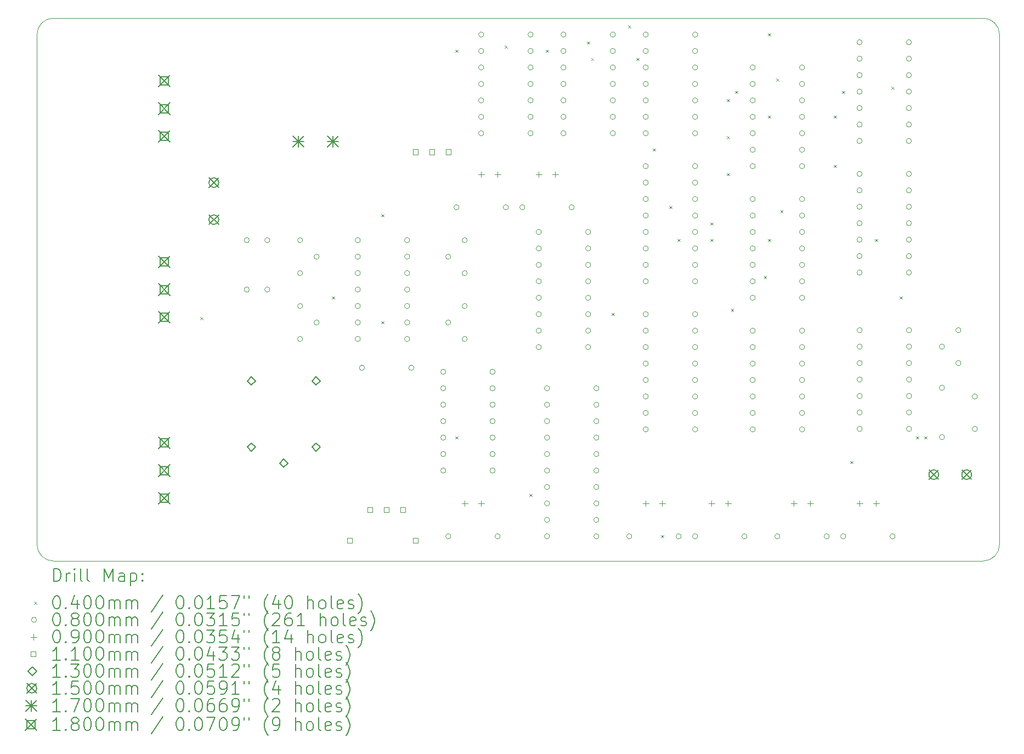
<source format=gbr>
%TF.GenerationSoftware,KiCad,Pcbnew,8.0.2*%
%TF.CreationDate,2024-05-19T17:08:07+01:00*%
%TF.ProjectId,New BSPD,4e657720-4253-4504-942e-6b696361645f,rev?*%
%TF.SameCoordinates,Original*%
%TF.FileFunction,Drillmap*%
%TF.FilePolarity,Positive*%
%FSLAX45Y45*%
G04 Gerber Fmt 4.5, Leading zero omitted, Abs format (unit mm)*
G04 Created by KiCad (PCBNEW 8.0.2) date 2024-05-19 17:08:07*
%MOMM*%
%LPD*%
G01*
G04 APERTURE LIST*
%ADD10C,0.100000*%
%ADD11C,0.200000*%
%ADD12C,0.110000*%
%ADD13C,0.130000*%
%ADD14C,0.150000*%
%ADD15C,0.170000*%
%ADD16C,0.180000*%
G04 APERTURE END LIST*
D10*
X5461000Y-10668000D02*
G75*
G02*
X5207000Y-10414000I0J254000D01*
G01*
X5461000Y-2286000D02*
X19812000Y-2286000D01*
X19812000Y-2286000D02*
G75*
G02*
X20066000Y-2540000I0J-254000D01*
G01*
X5207000Y-2540000D02*
G75*
G02*
X5461000Y-2286000I254000J0D01*
G01*
X20066000Y-10414000D02*
G75*
G02*
X19812000Y-10668000I-254000J0D01*
G01*
X5207000Y-10414000D02*
X5207000Y-2540000D01*
X20066000Y-2540000D02*
X20066000Y-10414000D01*
X19812000Y-10668000D02*
X5461000Y-10668000D01*
D11*
D10*
X7727000Y-6901500D02*
X7767000Y-6941500D01*
X7767000Y-6901500D02*
X7727000Y-6941500D01*
X9759000Y-6584000D02*
X9799000Y-6624000D01*
X9799000Y-6584000D02*
X9759000Y-6624000D01*
X10521000Y-5314000D02*
X10561000Y-5354000D01*
X10561000Y-5314000D02*
X10521000Y-5354000D01*
X10521000Y-6965000D02*
X10561000Y-7005000D01*
X10561000Y-6965000D02*
X10521000Y-7005000D01*
X11664000Y-2774000D02*
X11704000Y-2814000D01*
X11704000Y-2774000D02*
X11664000Y-2814000D01*
X11664000Y-8743000D02*
X11704000Y-8783000D01*
X11704000Y-8743000D02*
X11664000Y-8783000D01*
X12426000Y-2710500D02*
X12466000Y-2750500D01*
X12466000Y-2710500D02*
X12426000Y-2750500D01*
X12807000Y-9632000D02*
X12847000Y-9672000D01*
X12847000Y-9632000D02*
X12807000Y-9672000D01*
X13061000Y-2774000D02*
X13101000Y-2814000D01*
X13101000Y-2774000D02*
X13061000Y-2814000D01*
X13696000Y-2647000D02*
X13736000Y-2687000D01*
X13736000Y-2647000D02*
X13696000Y-2687000D01*
X13759500Y-2901000D02*
X13799500Y-2941000D01*
X13799500Y-2901000D02*
X13759500Y-2941000D01*
X14077000Y-6838000D02*
X14117000Y-6878000D01*
X14117000Y-6838000D02*
X14077000Y-6878000D01*
X14331000Y-2395000D02*
X14371000Y-2435000D01*
X14371000Y-2395000D02*
X14331000Y-2435000D01*
X14458000Y-2901000D02*
X14498000Y-2941000D01*
X14498000Y-2901000D02*
X14458000Y-2941000D01*
X14712000Y-4298000D02*
X14752000Y-4338000D01*
X14752000Y-4298000D02*
X14712000Y-4338000D01*
X14839000Y-10267000D02*
X14879000Y-10307000D01*
X14879000Y-10267000D02*
X14839000Y-10307000D01*
X14966000Y-5187000D02*
X15006000Y-5227000D01*
X15006000Y-5187000D02*
X14966000Y-5227000D01*
X15093000Y-5695000D02*
X15133000Y-5735000D01*
X15133000Y-5695000D02*
X15093000Y-5735000D01*
X15601000Y-5441000D02*
X15641000Y-5481000D01*
X15641000Y-5441000D02*
X15601000Y-5481000D01*
X15601000Y-5695000D02*
X15641000Y-5735000D01*
X15641000Y-5695000D02*
X15601000Y-5735000D01*
X15855000Y-3536000D02*
X15895000Y-3576000D01*
X15895000Y-3536000D02*
X15855000Y-3576000D01*
X15855000Y-4107500D02*
X15895000Y-4147500D01*
X15895000Y-4107500D02*
X15855000Y-4147500D01*
X15855000Y-4679000D02*
X15895000Y-4719000D01*
X15895000Y-4679000D02*
X15855000Y-4719000D01*
X15918500Y-6774500D02*
X15958500Y-6814500D01*
X15958500Y-6774500D02*
X15918500Y-6814500D01*
X15982000Y-3409000D02*
X16022000Y-3449000D01*
X16022000Y-3409000D02*
X15982000Y-3449000D01*
X16426500Y-6266500D02*
X16466500Y-6306500D01*
X16466500Y-6266500D02*
X16426500Y-6306500D01*
X16490000Y-2520000D02*
X16530000Y-2560000D01*
X16530000Y-2520000D02*
X16490000Y-2560000D01*
X16490000Y-3790000D02*
X16530000Y-3830000D01*
X16530000Y-3790000D02*
X16490000Y-3830000D01*
X16490000Y-5695000D02*
X16530000Y-5735000D01*
X16530000Y-5695000D02*
X16490000Y-5735000D01*
X16617000Y-3218500D02*
X16657000Y-3258500D01*
X16657000Y-3218500D02*
X16617000Y-3258500D01*
X16680500Y-5250500D02*
X16720500Y-5290500D01*
X16720500Y-5250500D02*
X16680500Y-5290500D01*
X17506000Y-3790000D02*
X17546000Y-3830000D01*
X17546000Y-3790000D02*
X17506000Y-3830000D01*
X17506000Y-4552000D02*
X17546000Y-4592000D01*
X17546000Y-4552000D02*
X17506000Y-4592000D01*
X17633000Y-3409000D02*
X17673000Y-3449000D01*
X17673000Y-3409000D02*
X17633000Y-3449000D01*
X17760000Y-9124000D02*
X17800000Y-9164000D01*
X17800000Y-9124000D02*
X17760000Y-9164000D01*
X18141000Y-5695000D02*
X18181000Y-5735000D01*
X18181000Y-5695000D02*
X18141000Y-5735000D01*
X18395000Y-3345500D02*
X18435000Y-3385500D01*
X18435000Y-3345500D02*
X18395000Y-3385500D01*
X18522000Y-6584000D02*
X18562000Y-6624000D01*
X18562000Y-6584000D02*
X18522000Y-6624000D01*
X18776000Y-8743000D02*
X18816000Y-8783000D01*
X18816000Y-8743000D02*
X18776000Y-8783000D01*
X18903000Y-8743000D02*
X18943000Y-8783000D01*
X18943000Y-8743000D02*
X18903000Y-8783000D01*
X8485500Y-5715000D02*
G75*
G02*
X8405500Y-5715000I-40000J0D01*
G01*
X8405500Y-5715000D02*
G75*
G02*
X8485500Y-5715000I40000J0D01*
G01*
X8485500Y-6477000D02*
G75*
G02*
X8405500Y-6477000I-40000J0D01*
G01*
X8405500Y-6477000D02*
G75*
G02*
X8485500Y-6477000I40000J0D01*
G01*
X8803000Y-5715000D02*
G75*
G02*
X8723000Y-5715000I-40000J0D01*
G01*
X8723000Y-5715000D02*
G75*
G02*
X8803000Y-5715000I40000J0D01*
G01*
X8803000Y-6477000D02*
G75*
G02*
X8723000Y-6477000I-40000J0D01*
G01*
X8723000Y-6477000D02*
G75*
G02*
X8803000Y-6477000I40000J0D01*
G01*
X9310000Y-5715500D02*
G75*
G02*
X9230000Y-5715500I-40000J0D01*
G01*
X9230000Y-5715500D02*
G75*
G02*
X9310000Y-5715500I40000J0D01*
G01*
X9310000Y-6223500D02*
G75*
G02*
X9230000Y-6223500I-40000J0D01*
G01*
X9230000Y-6223500D02*
G75*
G02*
X9310000Y-6223500I40000J0D01*
G01*
X9310000Y-6731500D02*
G75*
G02*
X9230000Y-6731500I-40000J0D01*
G01*
X9230000Y-6731500D02*
G75*
G02*
X9310000Y-6731500I40000J0D01*
G01*
X9310000Y-7239500D02*
G75*
G02*
X9230000Y-7239500I-40000J0D01*
G01*
X9230000Y-7239500D02*
G75*
G02*
X9310000Y-7239500I40000J0D01*
G01*
X9564000Y-5969500D02*
G75*
G02*
X9484000Y-5969500I-40000J0D01*
G01*
X9484000Y-5969500D02*
G75*
G02*
X9564000Y-5969500I40000J0D01*
G01*
X9564000Y-6985500D02*
G75*
G02*
X9484000Y-6985500I-40000J0D01*
G01*
X9484000Y-6985500D02*
G75*
G02*
X9564000Y-6985500I40000J0D01*
G01*
X10200000Y-5715000D02*
G75*
G02*
X10120000Y-5715000I-40000J0D01*
G01*
X10120000Y-5715000D02*
G75*
G02*
X10200000Y-5715000I40000J0D01*
G01*
X10200000Y-5969000D02*
G75*
G02*
X10120000Y-5969000I-40000J0D01*
G01*
X10120000Y-5969000D02*
G75*
G02*
X10200000Y-5969000I40000J0D01*
G01*
X10200000Y-6223000D02*
G75*
G02*
X10120000Y-6223000I-40000J0D01*
G01*
X10120000Y-6223000D02*
G75*
G02*
X10200000Y-6223000I40000J0D01*
G01*
X10200000Y-6477000D02*
G75*
G02*
X10120000Y-6477000I-40000J0D01*
G01*
X10120000Y-6477000D02*
G75*
G02*
X10200000Y-6477000I40000J0D01*
G01*
X10200000Y-6731000D02*
G75*
G02*
X10120000Y-6731000I-40000J0D01*
G01*
X10120000Y-6731000D02*
G75*
G02*
X10200000Y-6731000I40000J0D01*
G01*
X10200000Y-6985000D02*
G75*
G02*
X10120000Y-6985000I-40000J0D01*
G01*
X10120000Y-6985000D02*
G75*
G02*
X10200000Y-6985000I40000J0D01*
G01*
X10200000Y-7239000D02*
G75*
G02*
X10120000Y-7239000I-40000J0D01*
G01*
X10120000Y-7239000D02*
G75*
G02*
X10200000Y-7239000I40000J0D01*
G01*
X10263500Y-7683500D02*
G75*
G02*
X10183500Y-7683500I-40000J0D01*
G01*
X10183500Y-7683500D02*
G75*
G02*
X10263500Y-7683500I40000J0D01*
G01*
X10962000Y-5715000D02*
G75*
G02*
X10882000Y-5715000I-40000J0D01*
G01*
X10882000Y-5715000D02*
G75*
G02*
X10962000Y-5715000I40000J0D01*
G01*
X10962000Y-5969000D02*
G75*
G02*
X10882000Y-5969000I-40000J0D01*
G01*
X10882000Y-5969000D02*
G75*
G02*
X10962000Y-5969000I40000J0D01*
G01*
X10962000Y-6223000D02*
G75*
G02*
X10882000Y-6223000I-40000J0D01*
G01*
X10882000Y-6223000D02*
G75*
G02*
X10962000Y-6223000I40000J0D01*
G01*
X10962000Y-6477000D02*
G75*
G02*
X10882000Y-6477000I-40000J0D01*
G01*
X10882000Y-6477000D02*
G75*
G02*
X10962000Y-6477000I40000J0D01*
G01*
X10962000Y-6731000D02*
G75*
G02*
X10882000Y-6731000I-40000J0D01*
G01*
X10882000Y-6731000D02*
G75*
G02*
X10962000Y-6731000I40000J0D01*
G01*
X10962000Y-6985000D02*
G75*
G02*
X10882000Y-6985000I-40000J0D01*
G01*
X10882000Y-6985000D02*
G75*
G02*
X10962000Y-6985000I40000J0D01*
G01*
X10962000Y-7239000D02*
G75*
G02*
X10882000Y-7239000I-40000J0D01*
G01*
X10882000Y-7239000D02*
G75*
G02*
X10962000Y-7239000I40000J0D01*
G01*
X11025500Y-7683500D02*
G75*
G02*
X10945500Y-7683500I-40000J0D01*
G01*
X10945500Y-7683500D02*
G75*
G02*
X11025500Y-7683500I40000J0D01*
G01*
X11519000Y-7747000D02*
G75*
G02*
X11439000Y-7747000I-40000J0D01*
G01*
X11439000Y-7747000D02*
G75*
G02*
X11519000Y-7747000I40000J0D01*
G01*
X11519000Y-8001000D02*
G75*
G02*
X11439000Y-8001000I-40000J0D01*
G01*
X11439000Y-8001000D02*
G75*
G02*
X11519000Y-8001000I40000J0D01*
G01*
X11519000Y-8255000D02*
G75*
G02*
X11439000Y-8255000I-40000J0D01*
G01*
X11439000Y-8255000D02*
G75*
G02*
X11519000Y-8255000I40000J0D01*
G01*
X11519000Y-8509000D02*
G75*
G02*
X11439000Y-8509000I-40000J0D01*
G01*
X11439000Y-8509000D02*
G75*
G02*
X11519000Y-8509000I40000J0D01*
G01*
X11519000Y-8763000D02*
G75*
G02*
X11439000Y-8763000I-40000J0D01*
G01*
X11439000Y-8763000D02*
G75*
G02*
X11519000Y-8763000I40000J0D01*
G01*
X11519000Y-9017000D02*
G75*
G02*
X11439000Y-9017000I-40000J0D01*
G01*
X11439000Y-9017000D02*
G75*
G02*
X11519000Y-9017000I40000J0D01*
G01*
X11519000Y-9271000D02*
G75*
G02*
X11439000Y-9271000I-40000J0D01*
G01*
X11439000Y-9271000D02*
G75*
G02*
X11519000Y-9271000I40000J0D01*
G01*
X11596000Y-5969500D02*
G75*
G02*
X11516000Y-5969500I-40000J0D01*
G01*
X11516000Y-5969500D02*
G75*
G02*
X11596000Y-5969500I40000J0D01*
G01*
X11596000Y-6985500D02*
G75*
G02*
X11516000Y-6985500I-40000J0D01*
G01*
X11516000Y-6985500D02*
G75*
G02*
X11596000Y-6985500I40000J0D01*
G01*
X11597000Y-10287000D02*
G75*
G02*
X11517000Y-10287000I-40000J0D01*
G01*
X11517000Y-10287000D02*
G75*
G02*
X11597000Y-10287000I40000J0D01*
G01*
X11724000Y-5207000D02*
G75*
G02*
X11644000Y-5207000I-40000J0D01*
G01*
X11644000Y-5207000D02*
G75*
G02*
X11724000Y-5207000I40000J0D01*
G01*
X11850000Y-5715500D02*
G75*
G02*
X11770000Y-5715500I-40000J0D01*
G01*
X11770000Y-5715500D02*
G75*
G02*
X11850000Y-5715500I40000J0D01*
G01*
X11850000Y-6223500D02*
G75*
G02*
X11770000Y-6223500I-40000J0D01*
G01*
X11770000Y-6223500D02*
G75*
G02*
X11850000Y-6223500I40000J0D01*
G01*
X11850000Y-6731500D02*
G75*
G02*
X11770000Y-6731500I-40000J0D01*
G01*
X11770000Y-6731500D02*
G75*
G02*
X11850000Y-6731500I40000J0D01*
G01*
X11850000Y-7239500D02*
G75*
G02*
X11770000Y-7239500I-40000J0D01*
G01*
X11770000Y-7239500D02*
G75*
G02*
X11850000Y-7239500I40000J0D01*
G01*
X12105000Y-2540000D02*
G75*
G02*
X12025000Y-2540000I-40000J0D01*
G01*
X12025000Y-2540000D02*
G75*
G02*
X12105000Y-2540000I40000J0D01*
G01*
X12105000Y-2794000D02*
G75*
G02*
X12025000Y-2794000I-40000J0D01*
G01*
X12025000Y-2794000D02*
G75*
G02*
X12105000Y-2794000I40000J0D01*
G01*
X12105000Y-3048000D02*
G75*
G02*
X12025000Y-3048000I-40000J0D01*
G01*
X12025000Y-3048000D02*
G75*
G02*
X12105000Y-3048000I40000J0D01*
G01*
X12105000Y-3302000D02*
G75*
G02*
X12025000Y-3302000I-40000J0D01*
G01*
X12025000Y-3302000D02*
G75*
G02*
X12105000Y-3302000I40000J0D01*
G01*
X12105000Y-3556000D02*
G75*
G02*
X12025000Y-3556000I-40000J0D01*
G01*
X12025000Y-3556000D02*
G75*
G02*
X12105000Y-3556000I40000J0D01*
G01*
X12105000Y-3810000D02*
G75*
G02*
X12025000Y-3810000I-40000J0D01*
G01*
X12025000Y-3810000D02*
G75*
G02*
X12105000Y-3810000I40000J0D01*
G01*
X12105000Y-4064000D02*
G75*
G02*
X12025000Y-4064000I-40000J0D01*
G01*
X12025000Y-4064000D02*
G75*
G02*
X12105000Y-4064000I40000J0D01*
G01*
X12281000Y-7747000D02*
G75*
G02*
X12201000Y-7747000I-40000J0D01*
G01*
X12201000Y-7747000D02*
G75*
G02*
X12281000Y-7747000I40000J0D01*
G01*
X12281000Y-8001000D02*
G75*
G02*
X12201000Y-8001000I-40000J0D01*
G01*
X12201000Y-8001000D02*
G75*
G02*
X12281000Y-8001000I40000J0D01*
G01*
X12281000Y-8255000D02*
G75*
G02*
X12201000Y-8255000I-40000J0D01*
G01*
X12201000Y-8255000D02*
G75*
G02*
X12281000Y-8255000I40000J0D01*
G01*
X12281000Y-8509000D02*
G75*
G02*
X12201000Y-8509000I-40000J0D01*
G01*
X12201000Y-8509000D02*
G75*
G02*
X12281000Y-8509000I40000J0D01*
G01*
X12281000Y-8763000D02*
G75*
G02*
X12201000Y-8763000I-40000J0D01*
G01*
X12201000Y-8763000D02*
G75*
G02*
X12281000Y-8763000I40000J0D01*
G01*
X12281000Y-9017000D02*
G75*
G02*
X12201000Y-9017000I-40000J0D01*
G01*
X12201000Y-9017000D02*
G75*
G02*
X12281000Y-9017000I40000J0D01*
G01*
X12281000Y-9271000D02*
G75*
G02*
X12201000Y-9271000I-40000J0D01*
G01*
X12201000Y-9271000D02*
G75*
G02*
X12281000Y-9271000I40000J0D01*
G01*
X12359000Y-10287000D02*
G75*
G02*
X12279000Y-10287000I-40000J0D01*
G01*
X12279000Y-10287000D02*
G75*
G02*
X12359000Y-10287000I40000J0D01*
G01*
X12486000Y-5207000D02*
G75*
G02*
X12406000Y-5207000I-40000J0D01*
G01*
X12406000Y-5207000D02*
G75*
G02*
X12486000Y-5207000I40000J0D01*
G01*
X12740000Y-5207000D02*
G75*
G02*
X12660000Y-5207000I-40000J0D01*
G01*
X12660000Y-5207000D02*
G75*
G02*
X12740000Y-5207000I40000J0D01*
G01*
X12867000Y-2540000D02*
G75*
G02*
X12787000Y-2540000I-40000J0D01*
G01*
X12787000Y-2540000D02*
G75*
G02*
X12867000Y-2540000I40000J0D01*
G01*
X12867000Y-2794000D02*
G75*
G02*
X12787000Y-2794000I-40000J0D01*
G01*
X12787000Y-2794000D02*
G75*
G02*
X12867000Y-2794000I40000J0D01*
G01*
X12867000Y-3048000D02*
G75*
G02*
X12787000Y-3048000I-40000J0D01*
G01*
X12787000Y-3048000D02*
G75*
G02*
X12867000Y-3048000I40000J0D01*
G01*
X12867000Y-3302000D02*
G75*
G02*
X12787000Y-3302000I-40000J0D01*
G01*
X12787000Y-3302000D02*
G75*
G02*
X12867000Y-3302000I40000J0D01*
G01*
X12867000Y-3556000D02*
G75*
G02*
X12787000Y-3556000I-40000J0D01*
G01*
X12787000Y-3556000D02*
G75*
G02*
X12867000Y-3556000I40000J0D01*
G01*
X12867000Y-3810000D02*
G75*
G02*
X12787000Y-3810000I-40000J0D01*
G01*
X12787000Y-3810000D02*
G75*
G02*
X12867000Y-3810000I40000J0D01*
G01*
X12867000Y-4064000D02*
G75*
G02*
X12787000Y-4064000I-40000J0D01*
G01*
X12787000Y-4064000D02*
G75*
G02*
X12867000Y-4064000I40000J0D01*
G01*
X12994000Y-5588000D02*
G75*
G02*
X12914000Y-5588000I-40000J0D01*
G01*
X12914000Y-5588000D02*
G75*
G02*
X12994000Y-5588000I40000J0D01*
G01*
X12994000Y-5842000D02*
G75*
G02*
X12914000Y-5842000I-40000J0D01*
G01*
X12914000Y-5842000D02*
G75*
G02*
X12994000Y-5842000I40000J0D01*
G01*
X12994000Y-6096000D02*
G75*
G02*
X12914000Y-6096000I-40000J0D01*
G01*
X12914000Y-6096000D02*
G75*
G02*
X12994000Y-6096000I40000J0D01*
G01*
X12994000Y-6350000D02*
G75*
G02*
X12914000Y-6350000I-40000J0D01*
G01*
X12914000Y-6350000D02*
G75*
G02*
X12994000Y-6350000I40000J0D01*
G01*
X12994000Y-6604000D02*
G75*
G02*
X12914000Y-6604000I-40000J0D01*
G01*
X12914000Y-6604000D02*
G75*
G02*
X12994000Y-6604000I40000J0D01*
G01*
X12994000Y-6858000D02*
G75*
G02*
X12914000Y-6858000I-40000J0D01*
G01*
X12914000Y-6858000D02*
G75*
G02*
X12994000Y-6858000I40000J0D01*
G01*
X12994000Y-7112000D02*
G75*
G02*
X12914000Y-7112000I-40000J0D01*
G01*
X12914000Y-7112000D02*
G75*
G02*
X12994000Y-7112000I40000J0D01*
G01*
X12994000Y-7366000D02*
G75*
G02*
X12914000Y-7366000I-40000J0D01*
G01*
X12914000Y-7366000D02*
G75*
G02*
X12994000Y-7366000I40000J0D01*
G01*
X13121000Y-8001000D02*
G75*
G02*
X13041000Y-8001000I-40000J0D01*
G01*
X13041000Y-8001000D02*
G75*
G02*
X13121000Y-8001000I40000J0D01*
G01*
X13121000Y-8255000D02*
G75*
G02*
X13041000Y-8255000I-40000J0D01*
G01*
X13041000Y-8255000D02*
G75*
G02*
X13121000Y-8255000I40000J0D01*
G01*
X13121000Y-8509000D02*
G75*
G02*
X13041000Y-8509000I-40000J0D01*
G01*
X13041000Y-8509000D02*
G75*
G02*
X13121000Y-8509000I40000J0D01*
G01*
X13121000Y-8763000D02*
G75*
G02*
X13041000Y-8763000I-40000J0D01*
G01*
X13041000Y-8763000D02*
G75*
G02*
X13121000Y-8763000I40000J0D01*
G01*
X13121000Y-9017000D02*
G75*
G02*
X13041000Y-9017000I-40000J0D01*
G01*
X13041000Y-9017000D02*
G75*
G02*
X13121000Y-9017000I40000J0D01*
G01*
X13121000Y-9271000D02*
G75*
G02*
X13041000Y-9271000I-40000J0D01*
G01*
X13041000Y-9271000D02*
G75*
G02*
X13121000Y-9271000I40000J0D01*
G01*
X13121000Y-9525000D02*
G75*
G02*
X13041000Y-9525000I-40000J0D01*
G01*
X13041000Y-9525000D02*
G75*
G02*
X13121000Y-9525000I40000J0D01*
G01*
X13121000Y-9779000D02*
G75*
G02*
X13041000Y-9779000I-40000J0D01*
G01*
X13041000Y-9779000D02*
G75*
G02*
X13121000Y-9779000I40000J0D01*
G01*
X13121000Y-10033000D02*
G75*
G02*
X13041000Y-10033000I-40000J0D01*
G01*
X13041000Y-10033000D02*
G75*
G02*
X13121000Y-10033000I40000J0D01*
G01*
X13121000Y-10287000D02*
G75*
G02*
X13041000Y-10287000I-40000J0D01*
G01*
X13041000Y-10287000D02*
G75*
G02*
X13121000Y-10287000I40000J0D01*
G01*
X13375000Y-2540000D02*
G75*
G02*
X13295000Y-2540000I-40000J0D01*
G01*
X13295000Y-2540000D02*
G75*
G02*
X13375000Y-2540000I40000J0D01*
G01*
X13375000Y-2794000D02*
G75*
G02*
X13295000Y-2794000I-40000J0D01*
G01*
X13295000Y-2794000D02*
G75*
G02*
X13375000Y-2794000I40000J0D01*
G01*
X13375000Y-3048000D02*
G75*
G02*
X13295000Y-3048000I-40000J0D01*
G01*
X13295000Y-3048000D02*
G75*
G02*
X13375000Y-3048000I40000J0D01*
G01*
X13375000Y-3302000D02*
G75*
G02*
X13295000Y-3302000I-40000J0D01*
G01*
X13295000Y-3302000D02*
G75*
G02*
X13375000Y-3302000I40000J0D01*
G01*
X13375000Y-3556000D02*
G75*
G02*
X13295000Y-3556000I-40000J0D01*
G01*
X13295000Y-3556000D02*
G75*
G02*
X13375000Y-3556000I40000J0D01*
G01*
X13375000Y-3810000D02*
G75*
G02*
X13295000Y-3810000I-40000J0D01*
G01*
X13295000Y-3810000D02*
G75*
G02*
X13375000Y-3810000I40000J0D01*
G01*
X13375000Y-4064000D02*
G75*
G02*
X13295000Y-4064000I-40000J0D01*
G01*
X13295000Y-4064000D02*
G75*
G02*
X13375000Y-4064000I40000J0D01*
G01*
X13502000Y-5207000D02*
G75*
G02*
X13422000Y-5207000I-40000J0D01*
G01*
X13422000Y-5207000D02*
G75*
G02*
X13502000Y-5207000I40000J0D01*
G01*
X13756000Y-5588000D02*
G75*
G02*
X13676000Y-5588000I-40000J0D01*
G01*
X13676000Y-5588000D02*
G75*
G02*
X13756000Y-5588000I40000J0D01*
G01*
X13756000Y-5842000D02*
G75*
G02*
X13676000Y-5842000I-40000J0D01*
G01*
X13676000Y-5842000D02*
G75*
G02*
X13756000Y-5842000I40000J0D01*
G01*
X13756000Y-6096000D02*
G75*
G02*
X13676000Y-6096000I-40000J0D01*
G01*
X13676000Y-6096000D02*
G75*
G02*
X13756000Y-6096000I40000J0D01*
G01*
X13756000Y-6350000D02*
G75*
G02*
X13676000Y-6350000I-40000J0D01*
G01*
X13676000Y-6350000D02*
G75*
G02*
X13756000Y-6350000I40000J0D01*
G01*
X13756000Y-6604000D02*
G75*
G02*
X13676000Y-6604000I-40000J0D01*
G01*
X13676000Y-6604000D02*
G75*
G02*
X13756000Y-6604000I40000J0D01*
G01*
X13756000Y-6858000D02*
G75*
G02*
X13676000Y-6858000I-40000J0D01*
G01*
X13676000Y-6858000D02*
G75*
G02*
X13756000Y-6858000I40000J0D01*
G01*
X13756000Y-7112000D02*
G75*
G02*
X13676000Y-7112000I-40000J0D01*
G01*
X13676000Y-7112000D02*
G75*
G02*
X13756000Y-7112000I40000J0D01*
G01*
X13756000Y-7366000D02*
G75*
G02*
X13676000Y-7366000I-40000J0D01*
G01*
X13676000Y-7366000D02*
G75*
G02*
X13756000Y-7366000I40000J0D01*
G01*
X13883000Y-8001000D02*
G75*
G02*
X13803000Y-8001000I-40000J0D01*
G01*
X13803000Y-8001000D02*
G75*
G02*
X13883000Y-8001000I40000J0D01*
G01*
X13883000Y-8255000D02*
G75*
G02*
X13803000Y-8255000I-40000J0D01*
G01*
X13803000Y-8255000D02*
G75*
G02*
X13883000Y-8255000I40000J0D01*
G01*
X13883000Y-8509000D02*
G75*
G02*
X13803000Y-8509000I-40000J0D01*
G01*
X13803000Y-8509000D02*
G75*
G02*
X13883000Y-8509000I40000J0D01*
G01*
X13883000Y-8763000D02*
G75*
G02*
X13803000Y-8763000I-40000J0D01*
G01*
X13803000Y-8763000D02*
G75*
G02*
X13883000Y-8763000I40000J0D01*
G01*
X13883000Y-9017000D02*
G75*
G02*
X13803000Y-9017000I-40000J0D01*
G01*
X13803000Y-9017000D02*
G75*
G02*
X13883000Y-9017000I40000J0D01*
G01*
X13883000Y-9271000D02*
G75*
G02*
X13803000Y-9271000I-40000J0D01*
G01*
X13803000Y-9271000D02*
G75*
G02*
X13883000Y-9271000I40000J0D01*
G01*
X13883000Y-9525000D02*
G75*
G02*
X13803000Y-9525000I-40000J0D01*
G01*
X13803000Y-9525000D02*
G75*
G02*
X13883000Y-9525000I40000J0D01*
G01*
X13883000Y-9779000D02*
G75*
G02*
X13803000Y-9779000I-40000J0D01*
G01*
X13803000Y-9779000D02*
G75*
G02*
X13883000Y-9779000I40000J0D01*
G01*
X13883000Y-10033000D02*
G75*
G02*
X13803000Y-10033000I-40000J0D01*
G01*
X13803000Y-10033000D02*
G75*
G02*
X13883000Y-10033000I40000J0D01*
G01*
X13883000Y-10287000D02*
G75*
G02*
X13803000Y-10287000I-40000J0D01*
G01*
X13803000Y-10287000D02*
G75*
G02*
X13883000Y-10287000I40000J0D01*
G01*
X14137000Y-2540000D02*
G75*
G02*
X14057000Y-2540000I-40000J0D01*
G01*
X14057000Y-2540000D02*
G75*
G02*
X14137000Y-2540000I40000J0D01*
G01*
X14137000Y-2794000D02*
G75*
G02*
X14057000Y-2794000I-40000J0D01*
G01*
X14057000Y-2794000D02*
G75*
G02*
X14137000Y-2794000I40000J0D01*
G01*
X14137000Y-3048000D02*
G75*
G02*
X14057000Y-3048000I-40000J0D01*
G01*
X14057000Y-3048000D02*
G75*
G02*
X14137000Y-3048000I40000J0D01*
G01*
X14137000Y-3302000D02*
G75*
G02*
X14057000Y-3302000I-40000J0D01*
G01*
X14057000Y-3302000D02*
G75*
G02*
X14137000Y-3302000I40000J0D01*
G01*
X14137000Y-3556000D02*
G75*
G02*
X14057000Y-3556000I-40000J0D01*
G01*
X14057000Y-3556000D02*
G75*
G02*
X14137000Y-3556000I40000J0D01*
G01*
X14137000Y-3810000D02*
G75*
G02*
X14057000Y-3810000I-40000J0D01*
G01*
X14057000Y-3810000D02*
G75*
G02*
X14137000Y-3810000I40000J0D01*
G01*
X14137000Y-4064000D02*
G75*
G02*
X14057000Y-4064000I-40000J0D01*
G01*
X14057000Y-4064000D02*
G75*
G02*
X14137000Y-4064000I40000J0D01*
G01*
X14391000Y-10287000D02*
G75*
G02*
X14311000Y-10287000I-40000J0D01*
G01*
X14311000Y-10287000D02*
G75*
G02*
X14391000Y-10287000I40000J0D01*
G01*
X14645000Y-2540000D02*
G75*
G02*
X14565000Y-2540000I-40000J0D01*
G01*
X14565000Y-2540000D02*
G75*
G02*
X14645000Y-2540000I40000J0D01*
G01*
X14645000Y-2794000D02*
G75*
G02*
X14565000Y-2794000I-40000J0D01*
G01*
X14565000Y-2794000D02*
G75*
G02*
X14645000Y-2794000I40000J0D01*
G01*
X14645000Y-3048000D02*
G75*
G02*
X14565000Y-3048000I-40000J0D01*
G01*
X14565000Y-3048000D02*
G75*
G02*
X14645000Y-3048000I40000J0D01*
G01*
X14645000Y-3302000D02*
G75*
G02*
X14565000Y-3302000I-40000J0D01*
G01*
X14565000Y-3302000D02*
G75*
G02*
X14645000Y-3302000I40000J0D01*
G01*
X14645000Y-3556000D02*
G75*
G02*
X14565000Y-3556000I-40000J0D01*
G01*
X14565000Y-3556000D02*
G75*
G02*
X14645000Y-3556000I40000J0D01*
G01*
X14645000Y-3810000D02*
G75*
G02*
X14565000Y-3810000I-40000J0D01*
G01*
X14565000Y-3810000D02*
G75*
G02*
X14645000Y-3810000I40000J0D01*
G01*
X14645000Y-4064000D02*
G75*
G02*
X14565000Y-4064000I-40000J0D01*
G01*
X14565000Y-4064000D02*
G75*
G02*
X14645000Y-4064000I40000J0D01*
G01*
X14645000Y-4572000D02*
G75*
G02*
X14565000Y-4572000I-40000J0D01*
G01*
X14565000Y-4572000D02*
G75*
G02*
X14645000Y-4572000I40000J0D01*
G01*
X14645000Y-4826000D02*
G75*
G02*
X14565000Y-4826000I-40000J0D01*
G01*
X14565000Y-4826000D02*
G75*
G02*
X14645000Y-4826000I40000J0D01*
G01*
X14645000Y-5080000D02*
G75*
G02*
X14565000Y-5080000I-40000J0D01*
G01*
X14565000Y-5080000D02*
G75*
G02*
X14645000Y-5080000I40000J0D01*
G01*
X14645000Y-5334000D02*
G75*
G02*
X14565000Y-5334000I-40000J0D01*
G01*
X14565000Y-5334000D02*
G75*
G02*
X14645000Y-5334000I40000J0D01*
G01*
X14645000Y-5588000D02*
G75*
G02*
X14565000Y-5588000I-40000J0D01*
G01*
X14565000Y-5588000D02*
G75*
G02*
X14645000Y-5588000I40000J0D01*
G01*
X14645000Y-5842000D02*
G75*
G02*
X14565000Y-5842000I-40000J0D01*
G01*
X14565000Y-5842000D02*
G75*
G02*
X14645000Y-5842000I40000J0D01*
G01*
X14645000Y-6096000D02*
G75*
G02*
X14565000Y-6096000I-40000J0D01*
G01*
X14565000Y-6096000D02*
G75*
G02*
X14645000Y-6096000I40000J0D01*
G01*
X14645000Y-6350000D02*
G75*
G02*
X14565000Y-6350000I-40000J0D01*
G01*
X14565000Y-6350000D02*
G75*
G02*
X14645000Y-6350000I40000J0D01*
G01*
X14645000Y-6858000D02*
G75*
G02*
X14565000Y-6858000I-40000J0D01*
G01*
X14565000Y-6858000D02*
G75*
G02*
X14645000Y-6858000I40000J0D01*
G01*
X14645000Y-7112000D02*
G75*
G02*
X14565000Y-7112000I-40000J0D01*
G01*
X14565000Y-7112000D02*
G75*
G02*
X14645000Y-7112000I40000J0D01*
G01*
X14645000Y-7366000D02*
G75*
G02*
X14565000Y-7366000I-40000J0D01*
G01*
X14565000Y-7366000D02*
G75*
G02*
X14645000Y-7366000I40000J0D01*
G01*
X14645000Y-7620000D02*
G75*
G02*
X14565000Y-7620000I-40000J0D01*
G01*
X14565000Y-7620000D02*
G75*
G02*
X14645000Y-7620000I40000J0D01*
G01*
X14645000Y-7874000D02*
G75*
G02*
X14565000Y-7874000I-40000J0D01*
G01*
X14565000Y-7874000D02*
G75*
G02*
X14645000Y-7874000I40000J0D01*
G01*
X14645000Y-8128000D02*
G75*
G02*
X14565000Y-8128000I-40000J0D01*
G01*
X14565000Y-8128000D02*
G75*
G02*
X14645000Y-8128000I40000J0D01*
G01*
X14645000Y-8382000D02*
G75*
G02*
X14565000Y-8382000I-40000J0D01*
G01*
X14565000Y-8382000D02*
G75*
G02*
X14645000Y-8382000I40000J0D01*
G01*
X14645000Y-8636000D02*
G75*
G02*
X14565000Y-8636000I-40000J0D01*
G01*
X14565000Y-8636000D02*
G75*
G02*
X14645000Y-8636000I40000J0D01*
G01*
X15153000Y-10287000D02*
G75*
G02*
X15073000Y-10287000I-40000J0D01*
G01*
X15073000Y-10287000D02*
G75*
G02*
X15153000Y-10287000I40000J0D01*
G01*
X15407000Y-2540000D02*
G75*
G02*
X15327000Y-2540000I-40000J0D01*
G01*
X15327000Y-2540000D02*
G75*
G02*
X15407000Y-2540000I40000J0D01*
G01*
X15407000Y-2794000D02*
G75*
G02*
X15327000Y-2794000I-40000J0D01*
G01*
X15327000Y-2794000D02*
G75*
G02*
X15407000Y-2794000I40000J0D01*
G01*
X15407000Y-3048000D02*
G75*
G02*
X15327000Y-3048000I-40000J0D01*
G01*
X15327000Y-3048000D02*
G75*
G02*
X15407000Y-3048000I40000J0D01*
G01*
X15407000Y-3302000D02*
G75*
G02*
X15327000Y-3302000I-40000J0D01*
G01*
X15327000Y-3302000D02*
G75*
G02*
X15407000Y-3302000I40000J0D01*
G01*
X15407000Y-3556000D02*
G75*
G02*
X15327000Y-3556000I-40000J0D01*
G01*
X15327000Y-3556000D02*
G75*
G02*
X15407000Y-3556000I40000J0D01*
G01*
X15407000Y-3810000D02*
G75*
G02*
X15327000Y-3810000I-40000J0D01*
G01*
X15327000Y-3810000D02*
G75*
G02*
X15407000Y-3810000I40000J0D01*
G01*
X15407000Y-4064000D02*
G75*
G02*
X15327000Y-4064000I-40000J0D01*
G01*
X15327000Y-4064000D02*
G75*
G02*
X15407000Y-4064000I40000J0D01*
G01*
X15407000Y-4572000D02*
G75*
G02*
X15327000Y-4572000I-40000J0D01*
G01*
X15327000Y-4572000D02*
G75*
G02*
X15407000Y-4572000I40000J0D01*
G01*
X15407000Y-4826000D02*
G75*
G02*
X15327000Y-4826000I-40000J0D01*
G01*
X15327000Y-4826000D02*
G75*
G02*
X15407000Y-4826000I40000J0D01*
G01*
X15407000Y-5080000D02*
G75*
G02*
X15327000Y-5080000I-40000J0D01*
G01*
X15327000Y-5080000D02*
G75*
G02*
X15407000Y-5080000I40000J0D01*
G01*
X15407000Y-5334000D02*
G75*
G02*
X15327000Y-5334000I-40000J0D01*
G01*
X15327000Y-5334000D02*
G75*
G02*
X15407000Y-5334000I40000J0D01*
G01*
X15407000Y-5588000D02*
G75*
G02*
X15327000Y-5588000I-40000J0D01*
G01*
X15327000Y-5588000D02*
G75*
G02*
X15407000Y-5588000I40000J0D01*
G01*
X15407000Y-5842000D02*
G75*
G02*
X15327000Y-5842000I-40000J0D01*
G01*
X15327000Y-5842000D02*
G75*
G02*
X15407000Y-5842000I40000J0D01*
G01*
X15407000Y-6096000D02*
G75*
G02*
X15327000Y-6096000I-40000J0D01*
G01*
X15327000Y-6096000D02*
G75*
G02*
X15407000Y-6096000I40000J0D01*
G01*
X15407000Y-6350000D02*
G75*
G02*
X15327000Y-6350000I-40000J0D01*
G01*
X15327000Y-6350000D02*
G75*
G02*
X15407000Y-6350000I40000J0D01*
G01*
X15407000Y-6858000D02*
G75*
G02*
X15327000Y-6858000I-40000J0D01*
G01*
X15327000Y-6858000D02*
G75*
G02*
X15407000Y-6858000I40000J0D01*
G01*
X15407000Y-7112000D02*
G75*
G02*
X15327000Y-7112000I-40000J0D01*
G01*
X15327000Y-7112000D02*
G75*
G02*
X15407000Y-7112000I40000J0D01*
G01*
X15407000Y-7366000D02*
G75*
G02*
X15327000Y-7366000I-40000J0D01*
G01*
X15327000Y-7366000D02*
G75*
G02*
X15407000Y-7366000I40000J0D01*
G01*
X15407000Y-7620000D02*
G75*
G02*
X15327000Y-7620000I-40000J0D01*
G01*
X15327000Y-7620000D02*
G75*
G02*
X15407000Y-7620000I40000J0D01*
G01*
X15407000Y-7874000D02*
G75*
G02*
X15327000Y-7874000I-40000J0D01*
G01*
X15327000Y-7874000D02*
G75*
G02*
X15407000Y-7874000I40000J0D01*
G01*
X15407000Y-8128000D02*
G75*
G02*
X15327000Y-8128000I-40000J0D01*
G01*
X15327000Y-8128000D02*
G75*
G02*
X15407000Y-8128000I40000J0D01*
G01*
X15407000Y-8382000D02*
G75*
G02*
X15327000Y-8382000I-40000J0D01*
G01*
X15327000Y-8382000D02*
G75*
G02*
X15407000Y-8382000I40000J0D01*
G01*
X15407000Y-8636000D02*
G75*
G02*
X15327000Y-8636000I-40000J0D01*
G01*
X15327000Y-8636000D02*
G75*
G02*
X15407000Y-8636000I40000J0D01*
G01*
X15407000Y-10287000D02*
G75*
G02*
X15327000Y-10287000I-40000J0D01*
G01*
X15327000Y-10287000D02*
G75*
G02*
X15407000Y-10287000I40000J0D01*
G01*
X16169000Y-10287000D02*
G75*
G02*
X16089000Y-10287000I-40000J0D01*
G01*
X16089000Y-10287000D02*
G75*
G02*
X16169000Y-10287000I40000J0D01*
G01*
X16296000Y-3047500D02*
G75*
G02*
X16216000Y-3047500I-40000J0D01*
G01*
X16216000Y-3047500D02*
G75*
G02*
X16296000Y-3047500I40000J0D01*
G01*
X16296000Y-3301500D02*
G75*
G02*
X16216000Y-3301500I-40000J0D01*
G01*
X16216000Y-3301500D02*
G75*
G02*
X16296000Y-3301500I40000J0D01*
G01*
X16296000Y-3555500D02*
G75*
G02*
X16216000Y-3555500I-40000J0D01*
G01*
X16216000Y-3555500D02*
G75*
G02*
X16296000Y-3555500I40000J0D01*
G01*
X16296000Y-3809500D02*
G75*
G02*
X16216000Y-3809500I-40000J0D01*
G01*
X16216000Y-3809500D02*
G75*
G02*
X16296000Y-3809500I40000J0D01*
G01*
X16296000Y-4063500D02*
G75*
G02*
X16216000Y-4063500I-40000J0D01*
G01*
X16216000Y-4063500D02*
G75*
G02*
X16296000Y-4063500I40000J0D01*
G01*
X16296000Y-4317500D02*
G75*
G02*
X16216000Y-4317500I-40000J0D01*
G01*
X16216000Y-4317500D02*
G75*
G02*
X16296000Y-4317500I40000J0D01*
G01*
X16296000Y-4571500D02*
G75*
G02*
X16216000Y-4571500I-40000J0D01*
G01*
X16216000Y-4571500D02*
G75*
G02*
X16296000Y-4571500I40000J0D01*
G01*
X16296000Y-5080000D02*
G75*
G02*
X16216000Y-5080000I-40000J0D01*
G01*
X16216000Y-5080000D02*
G75*
G02*
X16296000Y-5080000I40000J0D01*
G01*
X16296000Y-5334000D02*
G75*
G02*
X16216000Y-5334000I-40000J0D01*
G01*
X16216000Y-5334000D02*
G75*
G02*
X16296000Y-5334000I40000J0D01*
G01*
X16296000Y-5588000D02*
G75*
G02*
X16216000Y-5588000I-40000J0D01*
G01*
X16216000Y-5588000D02*
G75*
G02*
X16296000Y-5588000I40000J0D01*
G01*
X16296000Y-5842000D02*
G75*
G02*
X16216000Y-5842000I-40000J0D01*
G01*
X16216000Y-5842000D02*
G75*
G02*
X16296000Y-5842000I40000J0D01*
G01*
X16296000Y-6096000D02*
G75*
G02*
X16216000Y-6096000I-40000J0D01*
G01*
X16216000Y-6096000D02*
G75*
G02*
X16296000Y-6096000I40000J0D01*
G01*
X16296000Y-6350000D02*
G75*
G02*
X16216000Y-6350000I-40000J0D01*
G01*
X16216000Y-6350000D02*
G75*
G02*
X16296000Y-6350000I40000J0D01*
G01*
X16296000Y-6604000D02*
G75*
G02*
X16216000Y-6604000I-40000J0D01*
G01*
X16216000Y-6604000D02*
G75*
G02*
X16296000Y-6604000I40000J0D01*
G01*
X16296000Y-7112000D02*
G75*
G02*
X16216000Y-7112000I-40000J0D01*
G01*
X16216000Y-7112000D02*
G75*
G02*
X16296000Y-7112000I40000J0D01*
G01*
X16296000Y-7366000D02*
G75*
G02*
X16216000Y-7366000I-40000J0D01*
G01*
X16216000Y-7366000D02*
G75*
G02*
X16296000Y-7366000I40000J0D01*
G01*
X16296000Y-7620000D02*
G75*
G02*
X16216000Y-7620000I-40000J0D01*
G01*
X16216000Y-7620000D02*
G75*
G02*
X16296000Y-7620000I40000J0D01*
G01*
X16296000Y-7874000D02*
G75*
G02*
X16216000Y-7874000I-40000J0D01*
G01*
X16216000Y-7874000D02*
G75*
G02*
X16296000Y-7874000I40000J0D01*
G01*
X16296000Y-8128000D02*
G75*
G02*
X16216000Y-8128000I-40000J0D01*
G01*
X16216000Y-8128000D02*
G75*
G02*
X16296000Y-8128000I40000J0D01*
G01*
X16296000Y-8382000D02*
G75*
G02*
X16216000Y-8382000I-40000J0D01*
G01*
X16216000Y-8382000D02*
G75*
G02*
X16296000Y-8382000I40000J0D01*
G01*
X16296000Y-8636000D02*
G75*
G02*
X16216000Y-8636000I-40000J0D01*
G01*
X16216000Y-8636000D02*
G75*
G02*
X16296000Y-8636000I40000J0D01*
G01*
X16677000Y-10287000D02*
G75*
G02*
X16597000Y-10287000I-40000J0D01*
G01*
X16597000Y-10287000D02*
G75*
G02*
X16677000Y-10287000I40000J0D01*
G01*
X17058000Y-3047500D02*
G75*
G02*
X16978000Y-3047500I-40000J0D01*
G01*
X16978000Y-3047500D02*
G75*
G02*
X17058000Y-3047500I40000J0D01*
G01*
X17058000Y-3301500D02*
G75*
G02*
X16978000Y-3301500I-40000J0D01*
G01*
X16978000Y-3301500D02*
G75*
G02*
X17058000Y-3301500I40000J0D01*
G01*
X17058000Y-3555500D02*
G75*
G02*
X16978000Y-3555500I-40000J0D01*
G01*
X16978000Y-3555500D02*
G75*
G02*
X17058000Y-3555500I40000J0D01*
G01*
X17058000Y-3809500D02*
G75*
G02*
X16978000Y-3809500I-40000J0D01*
G01*
X16978000Y-3809500D02*
G75*
G02*
X17058000Y-3809500I40000J0D01*
G01*
X17058000Y-4063500D02*
G75*
G02*
X16978000Y-4063500I-40000J0D01*
G01*
X16978000Y-4063500D02*
G75*
G02*
X17058000Y-4063500I40000J0D01*
G01*
X17058000Y-4317500D02*
G75*
G02*
X16978000Y-4317500I-40000J0D01*
G01*
X16978000Y-4317500D02*
G75*
G02*
X17058000Y-4317500I40000J0D01*
G01*
X17058000Y-4571500D02*
G75*
G02*
X16978000Y-4571500I-40000J0D01*
G01*
X16978000Y-4571500D02*
G75*
G02*
X17058000Y-4571500I40000J0D01*
G01*
X17058000Y-5080000D02*
G75*
G02*
X16978000Y-5080000I-40000J0D01*
G01*
X16978000Y-5080000D02*
G75*
G02*
X17058000Y-5080000I40000J0D01*
G01*
X17058000Y-5334000D02*
G75*
G02*
X16978000Y-5334000I-40000J0D01*
G01*
X16978000Y-5334000D02*
G75*
G02*
X17058000Y-5334000I40000J0D01*
G01*
X17058000Y-5588000D02*
G75*
G02*
X16978000Y-5588000I-40000J0D01*
G01*
X16978000Y-5588000D02*
G75*
G02*
X17058000Y-5588000I40000J0D01*
G01*
X17058000Y-5842000D02*
G75*
G02*
X16978000Y-5842000I-40000J0D01*
G01*
X16978000Y-5842000D02*
G75*
G02*
X17058000Y-5842000I40000J0D01*
G01*
X17058000Y-6096000D02*
G75*
G02*
X16978000Y-6096000I-40000J0D01*
G01*
X16978000Y-6096000D02*
G75*
G02*
X17058000Y-6096000I40000J0D01*
G01*
X17058000Y-6350000D02*
G75*
G02*
X16978000Y-6350000I-40000J0D01*
G01*
X16978000Y-6350000D02*
G75*
G02*
X17058000Y-6350000I40000J0D01*
G01*
X17058000Y-6604000D02*
G75*
G02*
X16978000Y-6604000I-40000J0D01*
G01*
X16978000Y-6604000D02*
G75*
G02*
X17058000Y-6604000I40000J0D01*
G01*
X17058000Y-7112000D02*
G75*
G02*
X16978000Y-7112000I-40000J0D01*
G01*
X16978000Y-7112000D02*
G75*
G02*
X17058000Y-7112000I40000J0D01*
G01*
X17058000Y-7366000D02*
G75*
G02*
X16978000Y-7366000I-40000J0D01*
G01*
X16978000Y-7366000D02*
G75*
G02*
X17058000Y-7366000I40000J0D01*
G01*
X17058000Y-7620000D02*
G75*
G02*
X16978000Y-7620000I-40000J0D01*
G01*
X16978000Y-7620000D02*
G75*
G02*
X17058000Y-7620000I40000J0D01*
G01*
X17058000Y-7874000D02*
G75*
G02*
X16978000Y-7874000I-40000J0D01*
G01*
X16978000Y-7874000D02*
G75*
G02*
X17058000Y-7874000I40000J0D01*
G01*
X17058000Y-8128000D02*
G75*
G02*
X16978000Y-8128000I-40000J0D01*
G01*
X16978000Y-8128000D02*
G75*
G02*
X17058000Y-8128000I40000J0D01*
G01*
X17058000Y-8382000D02*
G75*
G02*
X16978000Y-8382000I-40000J0D01*
G01*
X16978000Y-8382000D02*
G75*
G02*
X17058000Y-8382000I40000J0D01*
G01*
X17058000Y-8636000D02*
G75*
G02*
X16978000Y-8636000I-40000J0D01*
G01*
X16978000Y-8636000D02*
G75*
G02*
X17058000Y-8636000I40000J0D01*
G01*
X17439000Y-10287000D02*
G75*
G02*
X17359000Y-10287000I-40000J0D01*
G01*
X17359000Y-10287000D02*
G75*
G02*
X17439000Y-10287000I40000J0D01*
G01*
X17693000Y-10287000D02*
G75*
G02*
X17613000Y-10287000I-40000J0D01*
G01*
X17613000Y-10287000D02*
G75*
G02*
X17693000Y-10287000I40000J0D01*
G01*
X17946000Y-2658500D02*
G75*
G02*
X17866000Y-2658500I-40000J0D01*
G01*
X17866000Y-2658500D02*
G75*
G02*
X17946000Y-2658500I40000J0D01*
G01*
X17946000Y-2912500D02*
G75*
G02*
X17866000Y-2912500I-40000J0D01*
G01*
X17866000Y-2912500D02*
G75*
G02*
X17946000Y-2912500I40000J0D01*
G01*
X17946000Y-3166500D02*
G75*
G02*
X17866000Y-3166500I-40000J0D01*
G01*
X17866000Y-3166500D02*
G75*
G02*
X17946000Y-3166500I40000J0D01*
G01*
X17946000Y-3420500D02*
G75*
G02*
X17866000Y-3420500I-40000J0D01*
G01*
X17866000Y-3420500D02*
G75*
G02*
X17946000Y-3420500I40000J0D01*
G01*
X17946000Y-3674500D02*
G75*
G02*
X17866000Y-3674500I-40000J0D01*
G01*
X17866000Y-3674500D02*
G75*
G02*
X17946000Y-3674500I40000J0D01*
G01*
X17946000Y-3928500D02*
G75*
G02*
X17866000Y-3928500I-40000J0D01*
G01*
X17866000Y-3928500D02*
G75*
G02*
X17946000Y-3928500I40000J0D01*
G01*
X17946000Y-4182500D02*
G75*
G02*
X17866000Y-4182500I-40000J0D01*
G01*
X17866000Y-4182500D02*
G75*
G02*
X17946000Y-4182500I40000J0D01*
G01*
X17946000Y-4690500D02*
G75*
G02*
X17866000Y-4690500I-40000J0D01*
G01*
X17866000Y-4690500D02*
G75*
G02*
X17946000Y-4690500I40000J0D01*
G01*
X17946000Y-4944500D02*
G75*
G02*
X17866000Y-4944500I-40000J0D01*
G01*
X17866000Y-4944500D02*
G75*
G02*
X17946000Y-4944500I40000J0D01*
G01*
X17946000Y-5198500D02*
G75*
G02*
X17866000Y-5198500I-40000J0D01*
G01*
X17866000Y-5198500D02*
G75*
G02*
X17946000Y-5198500I40000J0D01*
G01*
X17946000Y-5452500D02*
G75*
G02*
X17866000Y-5452500I-40000J0D01*
G01*
X17866000Y-5452500D02*
G75*
G02*
X17946000Y-5452500I40000J0D01*
G01*
X17946000Y-5706500D02*
G75*
G02*
X17866000Y-5706500I-40000J0D01*
G01*
X17866000Y-5706500D02*
G75*
G02*
X17946000Y-5706500I40000J0D01*
G01*
X17946000Y-5960500D02*
G75*
G02*
X17866000Y-5960500I-40000J0D01*
G01*
X17866000Y-5960500D02*
G75*
G02*
X17946000Y-5960500I40000J0D01*
G01*
X17946000Y-6214500D02*
G75*
G02*
X17866000Y-6214500I-40000J0D01*
G01*
X17866000Y-6214500D02*
G75*
G02*
X17946000Y-6214500I40000J0D01*
G01*
X17947000Y-7104000D02*
G75*
G02*
X17867000Y-7104000I-40000J0D01*
G01*
X17867000Y-7104000D02*
G75*
G02*
X17947000Y-7104000I40000J0D01*
G01*
X17947000Y-7358000D02*
G75*
G02*
X17867000Y-7358000I-40000J0D01*
G01*
X17867000Y-7358000D02*
G75*
G02*
X17947000Y-7358000I40000J0D01*
G01*
X17947000Y-7612000D02*
G75*
G02*
X17867000Y-7612000I-40000J0D01*
G01*
X17867000Y-7612000D02*
G75*
G02*
X17947000Y-7612000I40000J0D01*
G01*
X17947000Y-7866000D02*
G75*
G02*
X17867000Y-7866000I-40000J0D01*
G01*
X17867000Y-7866000D02*
G75*
G02*
X17947000Y-7866000I40000J0D01*
G01*
X17947000Y-8120000D02*
G75*
G02*
X17867000Y-8120000I-40000J0D01*
G01*
X17867000Y-8120000D02*
G75*
G02*
X17947000Y-8120000I40000J0D01*
G01*
X17947000Y-8374000D02*
G75*
G02*
X17867000Y-8374000I-40000J0D01*
G01*
X17867000Y-8374000D02*
G75*
G02*
X17947000Y-8374000I40000J0D01*
G01*
X17947000Y-8628000D02*
G75*
G02*
X17867000Y-8628000I-40000J0D01*
G01*
X17867000Y-8628000D02*
G75*
G02*
X17947000Y-8628000I40000J0D01*
G01*
X18455000Y-10287000D02*
G75*
G02*
X18375000Y-10287000I-40000J0D01*
G01*
X18375000Y-10287000D02*
G75*
G02*
X18455000Y-10287000I40000J0D01*
G01*
X18708000Y-2658500D02*
G75*
G02*
X18628000Y-2658500I-40000J0D01*
G01*
X18628000Y-2658500D02*
G75*
G02*
X18708000Y-2658500I40000J0D01*
G01*
X18708000Y-2912500D02*
G75*
G02*
X18628000Y-2912500I-40000J0D01*
G01*
X18628000Y-2912500D02*
G75*
G02*
X18708000Y-2912500I40000J0D01*
G01*
X18708000Y-3166500D02*
G75*
G02*
X18628000Y-3166500I-40000J0D01*
G01*
X18628000Y-3166500D02*
G75*
G02*
X18708000Y-3166500I40000J0D01*
G01*
X18708000Y-3420500D02*
G75*
G02*
X18628000Y-3420500I-40000J0D01*
G01*
X18628000Y-3420500D02*
G75*
G02*
X18708000Y-3420500I40000J0D01*
G01*
X18708000Y-3674500D02*
G75*
G02*
X18628000Y-3674500I-40000J0D01*
G01*
X18628000Y-3674500D02*
G75*
G02*
X18708000Y-3674500I40000J0D01*
G01*
X18708000Y-3928500D02*
G75*
G02*
X18628000Y-3928500I-40000J0D01*
G01*
X18628000Y-3928500D02*
G75*
G02*
X18708000Y-3928500I40000J0D01*
G01*
X18708000Y-4182500D02*
G75*
G02*
X18628000Y-4182500I-40000J0D01*
G01*
X18628000Y-4182500D02*
G75*
G02*
X18708000Y-4182500I40000J0D01*
G01*
X18708000Y-4690500D02*
G75*
G02*
X18628000Y-4690500I-40000J0D01*
G01*
X18628000Y-4690500D02*
G75*
G02*
X18708000Y-4690500I40000J0D01*
G01*
X18708000Y-4944500D02*
G75*
G02*
X18628000Y-4944500I-40000J0D01*
G01*
X18628000Y-4944500D02*
G75*
G02*
X18708000Y-4944500I40000J0D01*
G01*
X18708000Y-5198500D02*
G75*
G02*
X18628000Y-5198500I-40000J0D01*
G01*
X18628000Y-5198500D02*
G75*
G02*
X18708000Y-5198500I40000J0D01*
G01*
X18708000Y-5452500D02*
G75*
G02*
X18628000Y-5452500I-40000J0D01*
G01*
X18628000Y-5452500D02*
G75*
G02*
X18708000Y-5452500I40000J0D01*
G01*
X18708000Y-5706500D02*
G75*
G02*
X18628000Y-5706500I-40000J0D01*
G01*
X18628000Y-5706500D02*
G75*
G02*
X18708000Y-5706500I40000J0D01*
G01*
X18708000Y-5960500D02*
G75*
G02*
X18628000Y-5960500I-40000J0D01*
G01*
X18628000Y-5960500D02*
G75*
G02*
X18708000Y-5960500I40000J0D01*
G01*
X18708000Y-6214500D02*
G75*
G02*
X18628000Y-6214500I-40000J0D01*
G01*
X18628000Y-6214500D02*
G75*
G02*
X18708000Y-6214500I40000J0D01*
G01*
X18709000Y-7104000D02*
G75*
G02*
X18629000Y-7104000I-40000J0D01*
G01*
X18629000Y-7104000D02*
G75*
G02*
X18709000Y-7104000I40000J0D01*
G01*
X18709000Y-7358000D02*
G75*
G02*
X18629000Y-7358000I-40000J0D01*
G01*
X18629000Y-7358000D02*
G75*
G02*
X18709000Y-7358000I40000J0D01*
G01*
X18709000Y-7612000D02*
G75*
G02*
X18629000Y-7612000I-40000J0D01*
G01*
X18629000Y-7612000D02*
G75*
G02*
X18709000Y-7612000I40000J0D01*
G01*
X18709000Y-7866000D02*
G75*
G02*
X18629000Y-7866000I-40000J0D01*
G01*
X18629000Y-7866000D02*
G75*
G02*
X18709000Y-7866000I40000J0D01*
G01*
X18709000Y-8120000D02*
G75*
G02*
X18629000Y-8120000I-40000J0D01*
G01*
X18629000Y-8120000D02*
G75*
G02*
X18709000Y-8120000I40000J0D01*
G01*
X18709000Y-8374000D02*
G75*
G02*
X18629000Y-8374000I-40000J0D01*
G01*
X18629000Y-8374000D02*
G75*
G02*
X18709000Y-8374000I40000J0D01*
G01*
X18709000Y-8628000D02*
G75*
G02*
X18629000Y-8628000I-40000J0D01*
G01*
X18629000Y-8628000D02*
G75*
G02*
X18709000Y-8628000I40000J0D01*
G01*
X19217000Y-7358000D02*
G75*
G02*
X19137000Y-7358000I-40000J0D01*
G01*
X19137000Y-7358000D02*
G75*
G02*
X19217000Y-7358000I40000J0D01*
G01*
X19217000Y-7993000D02*
G75*
G02*
X19137000Y-7993000I-40000J0D01*
G01*
X19137000Y-7993000D02*
G75*
G02*
X19217000Y-7993000I40000J0D01*
G01*
X19217000Y-8755000D02*
G75*
G02*
X19137000Y-8755000I-40000J0D01*
G01*
X19137000Y-8755000D02*
G75*
G02*
X19217000Y-8755000I40000J0D01*
G01*
X19471000Y-7104000D02*
G75*
G02*
X19391000Y-7104000I-40000J0D01*
G01*
X19391000Y-7104000D02*
G75*
G02*
X19471000Y-7104000I40000J0D01*
G01*
X19471000Y-7612000D02*
G75*
G02*
X19391000Y-7612000I-40000J0D01*
G01*
X19391000Y-7612000D02*
G75*
G02*
X19471000Y-7612000I40000J0D01*
G01*
X19725000Y-8128000D02*
G75*
G02*
X19645000Y-8128000I-40000J0D01*
G01*
X19645000Y-8128000D02*
G75*
G02*
X19725000Y-8128000I40000J0D01*
G01*
X19725000Y-8628000D02*
G75*
G02*
X19645000Y-8628000I-40000J0D01*
G01*
X19645000Y-8628000D02*
G75*
G02*
X19725000Y-8628000I40000J0D01*
G01*
X11811000Y-9734000D02*
X11811000Y-9824000D01*
X11766000Y-9779000D02*
X11856000Y-9779000D01*
X12065000Y-4654000D02*
X12065000Y-4744000D01*
X12020000Y-4699000D02*
X12110000Y-4699000D01*
X12065000Y-9734000D02*
X12065000Y-9824000D01*
X12020000Y-9779000D02*
X12110000Y-9779000D01*
X12319000Y-4654000D02*
X12319000Y-4744000D01*
X12274000Y-4699000D02*
X12364000Y-4699000D01*
X12954000Y-4654000D02*
X12954000Y-4744000D01*
X12909000Y-4699000D02*
X12999000Y-4699000D01*
X13208000Y-4654000D02*
X13208000Y-4744000D01*
X13163000Y-4699000D02*
X13253000Y-4699000D01*
X14605000Y-9734000D02*
X14605000Y-9824000D01*
X14560000Y-9779000D02*
X14650000Y-9779000D01*
X14859000Y-9734000D02*
X14859000Y-9824000D01*
X14814000Y-9779000D02*
X14904000Y-9779000D01*
X15621000Y-9734000D02*
X15621000Y-9824000D01*
X15576000Y-9779000D02*
X15666000Y-9779000D01*
X15875000Y-9734000D02*
X15875000Y-9824000D01*
X15830000Y-9779000D02*
X15920000Y-9779000D01*
X16891000Y-9734000D02*
X16891000Y-9824000D01*
X16846000Y-9779000D02*
X16936000Y-9779000D01*
X17145000Y-9734000D02*
X17145000Y-9824000D01*
X17100000Y-9779000D02*
X17190000Y-9779000D01*
X17907000Y-9734000D02*
X17907000Y-9824000D01*
X17862000Y-9779000D02*
X17952000Y-9779000D01*
X18161000Y-9734000D02*
X18161000Y-9824000D01*
X18116000Y-9779000D02*
X18206000Y-9779000D01*
D12*
X10071891Y-10389391D02*
X10071891Y-10311609D01*
X9994109Y-10311609D01*
X9994109Y-10389391D01*
X10071891Y-10389391D01*
X10389391Y-9915391D02*
X10389391Y-9837609D01*
X10311609Y-9837609D01*
X10311609Y-9915391D01*
X10389391Y-9915391D01*
X10643391Y-9915391D02*
X10643391Y-9837609D01*
X10565609Y-9837609D01*
X10565609Y-9915391D01*
X10643391Y-9915391D01*
X10897391Y-9915391D02*
X10897391Y-9837609D01*
X10819609Y-9837609D01*
X10819609Y-9915391D01*
X10897391Y-9915391D01*
X11087891Y-4390891D02*
X11087891Y-4313109D01*
X11010109Y-4313109D01*
X11010109Y-4390891D01*
X11087891Y-4390891D01*
X11087891Y-10389391D02*
X11087891Y-10311609D01*
X11010109Y-10311609D01*
X11010109Y-10389391D01*
X11087891Y-10389391D01*
X11341891Y-4390891D02*
X11341891Y-4313109D01*
X11264109Y-4313109D01*
X11264109Y-4390891D01*
X11341891Y-4390891D01*
X11595891Y-4390891D02*
X11595891Y-4313109D01*
X11518109Y-4313109D01*
X11518109Y-4390891D01*
X11595891Y-4390891D01*
D13*
X8517000Y-7954000D02*
X8582000Y-7889000D01*
X8517000Y-7824000D01*
X8452000Y-7889000D01*
X8517000Y-7954000D01*
X8517000Y-8974000D02*
X8582000Y-8909000D01*
X8517000Y-8844000D01*
X8452000Y-8909000D01*
X8517000Y-8974000D01*
X9017000Y-9224000D02*
X9082000Y-9159000D01*
X9017000Y-9094000D01*
X8952000Y-9159000D01*
X9017000Y-9224000D01*
X9517000Y-7954000D02*
X9582000Y-7889000D01*
X9517000Y-7824000D01*
X9452000Y-7889000D01*
X9517000Y-7954000D01*
X9517000Y-8974000D02*
X9582000Y-8909000D01*
X9517000Y-8844000D01*
X9452000Y-8909000D01*
X9517000Y-8974000D01*
D14*
X7862500Y-4751000D02*
X8012500Y-4901000D01*
X8012500Y-4751000D02*
X7862500Y-4901000D01*
X8012500Y-4826000D02*
G75*
G02*
X7862500Y-4826000I-75000J0D01*
G01*
X7862500Y-4826000D02*
G75*
G02*
X8012500Y-4826000I75000J0D01*
G01*
X7862500Y-5322500D02*
X8012500Y-5472500D01*
X8012500Y-5322500D02*
X7862500Y-5472500D01*
X8012500Y-5397500D02*
G75*
G02*
X7862500Y-5397500I-75000J0D01*
G01*
X7862500Y-5397500D02*
G75*
G02*
X8012500Y-5397500I75000J0D01*
G01*
X18975000Y-9259500D02*
X19125000Y-9409500D01*
X19125000Y-9259500D02*
X18975000Y-9409500D01*
X19125000Y-9334500D02*
G75*
G02*
X18975000Y-9334500I-75000J0D01*
G01*
X18975000Y-9334500D02*
G75*
G02*
X19125000Y-9334500I75000J0D01*
G01*
X19483000Y-9259500D02*
X19633000Y-9409500D01*
X19633000Y-9259500D02*
X19483000Y-9409500D01*
X19633000Y-9334500D02*
G75*
G02*
X19483000Y-9334500I-75000J0D01*
G01*
X19483000Y-9334500D02*
G75*
G02*
X19633000Y-9334500I75000J0D01*
G01*
D15*
X9154000Y-4106000D02*
X9324000Y-4276000D01*
X9324000Y-4106000D02*
X9154000Y-4276000D01*
X9239000Y-4106000D02*
X9239000Y-4276000D01*
X9154000Y-4191000D02*
X9324000Y-4191000D01*
X9694000Y-4106000D02*
X9864000Y-4276000D01*
X9864000Y-4106000D02*
X9694000Y-4276000D01*
X9779000Y-4106000D02*
X9779000Y-4276000D01*
X9694000Y-4191000D02*
X9864000Y-4191000D01*
D16*
X7085000Y-3163000D02*
X7265000Y-3343000D01*
X7265000Y-3163000D02*
X7085000Y-3343000D01*
X7238640Y-3316640D02*
X7238640Y-3189360D01*
X7111360Y-3189360D01*
X7111360Y-3316640D01*
X7238640Y-3316640D01*
X7085000Y-3593000D02*
X7265000Y-3773000D01*
X7265000Y-3593000D02*
X7085000Y-3773000D01*
X7238640Y-3746640D02*
X7238640Y-3619360D01*
X7111360Y-3619360D01*
X7111360Y-3746640D01*
X7238640Y-3746640D01*
X7085000Y-4023000D02*
X7265000Y-4203000D01*
X7265000Y-4023000D02*
X7085000Y-4203000D01*
X7238640Y-4176640D02*
X7238640Y-4049360D01*
X7111360Y-4049360D01*
X7111360Y-4176640D01*
X7238640Y-4176640D01*
X7085000Y-5957000D02*
X7265000Y-6137000D01*
X7265000Y-5957000D02*
X7085000Y-6137000D01*
X7238640Y-6110640D02*
X7238640Y-5983360D01*
X7111360Y-5983360D01*
X7111360Y-6110640D01*
X7238640Y-6110640D01*
X7085000Y-6387000D02*
X7265000Y-6567000D01*
X7265000Y-6387000D02*
X7085000Y-6567000D01*
X7238640Y-6540640D02*
X7238640Y-6413360D01*
X7111360Y-6413360D01*
X7111360Y-6540640D01*
X7238640Y-6540640D01*
X7085000Y-6817000D02*
X7265000Y-6997000D01*
X7265000Y-6817000D02*
X7085000Y-6997000D01*
X7238640Y-6970640D02*
X7238640Y-6843360D01*
X7111360Y-6843360D01*
X7111360Y-6970640D01*
X7238640Y-6970640D01*
X7085000Y-8751000D02*
X7265000Y-8931000D01*
X7265000Y-8751000D02*
X7085000Y-8931000D01*
X7238640Y-8904640D02*
X7238640Y-8777360D01*
X7111360Y-8777360D01*
X7111360Y-8904640D01*
X7238640Y-8904640D01*
X7085000Y-9181000D02*
X7265000Y-9361000D01*
X7265000Y-9181000D02*
X7085000Y-9361000D01*
X7238640Y-9334640D02*
X7238640Y-9207360D01*
X7111360Y-9207360D01*
X7111360Y-9334640D01*
X7238640Y-9334640D01*
X7085000Y-9611000D02*
X7265000Y-9791000D01*
X7265000Y-9611000D02*
X7085000Y-9791000D01*
X7238640Y-9764640D02*
X7238640Y-9637360D01*
X7111360Y-9637360D01*
X7111360Y-9764640D01*
X7238640Y-9764640D01*
D11*
X5462777Y-10984484D02*
X5462777Y-10784484D01*
X5462777Y-10784484D02*
X5510396Y-10784484D01*
X5510396Y-10784484D02*
X5538967Y-10794008D01*
X5538967Y-10794008D02*
X5558015Y-10813055D01*
X5558015Y-10813055D02*
X5567539Y-10832103D01*
X5567539Y-10832103D02*
X5577063Y-10870198D01*
X5577063Y-10870198D02*
X5577063Y-10898770D01*
X5577063Y-10898770D02*
X5567539Y-10936865D01*
X5567539Y-10936865D02*
X5558015Y-10955912D01*
X5558015Y-10955912D02*
X5538967Y-10974960D01*
X5538967Y-10974960D02*
X5510396Y-10984484D01*
X5510396Y-10984484D02*
X5462777Y-10984484D01*
X5662777Y-10984484D02*
X5662777Y-10851150D01*
X5662777Y-10889246D02*
X5672301Y-10870198D01*
X5672301Y-10870198D02*
X5681824Y-10860674D01*
X5681824Y-10860674D02*
X5700872Y-10851150D01*
X5700872Y-10851150D02*
X5719920Y-10851150D01*
X5786586Y-10984484D02*
X5786586Y-10851150D01*
X5786586Y-10784484D02*
X5777062Y-10794008D01*
X5777062Y-10794008D02*
X5786586Y-10803531D01*
X5786586Y-10803531D02*
X5796110Y-10794008D01*
X5796110Y-10794008D02*
X5786586Y-10784484D01*
X5786586Y-10784484D02*
X5786586Y-10803531D01*
X5910396Y-10984484D02*
X5891348Y-10974960D01*
X5891348Y-10974960D02*
X5881824Y-10955912D01*
X5881824Y-10955912D02*
X5881824Y-10784484D01*
X6015158Y-10984484D02*
X5996110Y-10974960D01*
X5996110Y-10974960D02*
X5986586Y-10955912D01*
X5986586Y-10955912D02*
X5986586Y-10784484D01*
X6243729Y-10984484D02*
X6243729Y-10784484D01*
X6243729Y-10784484D02*
X6310396Y-10927341D01*
X6310396Y-10927341D02*
X6377062Y-10784484D01*
X6377062Y-10784484D02*
X6377062Y-10984484D01*
X6558015Y-10984484D02*
X6558015Y-10879722D01*
X6558015Y-10879722D02*
X6548491Y-10860674D01*
X6548491Y-10860674D02*
X6529443Y-10851150D01*
X6529443Y-10851150D02*
X6491348Y-10851150D01*
X6491348Y-10851150D02*
X6472301Y-10860674D01*
X6558015Y-10974960D02*
X6538967Y-10984484D01*
X6538967Y-10984484D02*
X6491348Y-10984484D01*
X6491348Y-10984484D02*
X6472301Y-10974960D01*
X6472301Y-10974960D02*
X6462777Y-10955912D01*
X6462777Y-10955912D02*
X6462777Y-10936865D01*
X6462777Y-10936865D02*
X6472301Y-10917817D01*
X6472301Y-10917817D02*
X6491348Y-10908293D01*
X6491348Y-10908293D02*
X6538967Y-10908293D01*
X6538967Y-10908293D02*
X6558015Y-10898770D01*
X6653253Y-10851150D02*
X6653253Y-11051150D01*
X6653253Y-10860674D02*
X6672301Y-10851150D01*
X6672301Y-10851150D02*
X6710396Y-10851150D01*
X6710396Y-10851150D02*
X6729443Y-10860674D01*
X6729443Y-10860674D02*
X6738967Y-10870198D01*
X6738967Y-10870198D02*
X6748491Y-10889246D01*
X6748491Y-10889246D02*
X6748491Y-10946389D01*
X6748491Y-10946389D02*
X6738967Y-10965436D01*
X6738967Y-10965436D02*
X6729443Y-10974960D01*
X6729443Y-10974960D02*
X6710396Y-10984484D01*
X6710396Y-10984484D02*
X6672301Y-10984484D01*
X6672301Y-10984484D02*
X6653253Y-10974960D01*
X6834205Y-10965436D02*
X6843729Y-10974960D01*
X6843729Y-10974960D02*
X6834205Y-10984484D01*
X6834205Y-10984484D02*
X6824682Y-10974960D01*
X6824682Y-10974960D02*
X6834205Y-10965436D01*
X6834205Y-10965436D02*
X6834205Y-10984484D01*
X6834205Y-10860674D02*
X6843729Y-10870198D01*
X6843729Y-10870198D02*
X6834205Y-10879722D01*
X6834205Y-10879722D02*
X6824682Y-10870198D01*
X6824682Y-10870198D02*
X6834205Y-10860674D01*
X6834205Y-10860674D02*
X6834205Y-10879722D01*
D10*
X5162000Y-11293000D02*
X5202000Y-11333000D01*
X5202000Y-11293000D02*
X5162000Y-11333000D01*
D11*
X5500872Y-11204484D02*
X5519920Y-11204484D01*
X5519920Y-11204484D02*
X5538967Y-11214008D01*
X5538967Y-11214008D02*
X5548491Y-11223531D01*
X5548491Y-11223531D02*
X5558015Y-11242579D01*
X5558015Y-11242579D02*
X5567539Y-11280674D01*
X5567539Y-11280674D02*
X5567539Y-11328293D01*
X5567539Y-11328293D02*
X5558015Y-11366388D01*
X5558015Y-11366388D02*
X5548491Y-11385436D01*
X5548491Y-11385436D02*
X5538967Y-11394960D01*
X5538967Y-11394960D02*
X5519920Y-11404484D01*
X5519920Y-11404484D02*
X5500872Y-11404484D01*
X5500872Y-11404484D02*
X5481824Y-11394960D01*
X5481824Y-11394960D02*
X5472301Y-11385436D01*
X5472301Y-11385436D02*
X5462777Y-11366388D01*
X5462777Y-11366388D02*
X5453253Y-11328293D01*
X5453253Y-11328293D02*
X5453253Y-11280674D01*
X5453253Y-11280674D02*
X5462777Y-11242579D01*
X5462777Y-11242579D02*
X5472301Y-11223531D01*
X5472301Y-11223531D02*
X5481824Y-11214008D01*
X5481824Y-11214008D02*
X5500872Y-11204484D01*
X5653253Y-11385436D02*
X5662777Y-11394960D01*
X5662777Y-11394960D02*
X5653253Y-11404484D01*
X5653253Y-11404484D02*
X5643729Y-11394960D01*
X5643729Y-11394960D02*
X5653253Y-11385436D01*
X5653253Y-11385436D02*
X5653253Y-11404484D01*
X5834205Y-11271150D02*
X5834205Y-11404484D01*
X5786586Y-11194960D02*
X5738967Y-11337817D01*
X5738967Y-11337817D02*
X5862777Y-11337817D01*
X5977062Y-11204484D02*
X5996110Y-11204484D01*
X5996110Y-11204484D02*
X6015158Y-11214008D01*
X6015158Y-11214008D02*
X6024682Y-11223531D01*
X6024682Y-11223531D02*
X6034205Y-11242579D01*
X6034205Y-11242579D02*
X6043729Y-11280674D01*
X6043729Y-11280674D02*
X6043729Y-11328293D01*
X6043729Y-11328293D02*
X6034205Y-11366388D01*
X6034205Y-11366388D02*
X6024682Y-11385436D01*
X6024682Y-11385436D02*
X6015158Y-11394960D01*
X6015158Y-11394960D02*
X5996110Y-11404484D01*
X5996110Y-11404484D02*
X5977062Y-11404484D01*
X5977062Y-11404484D02*
X5958015Y-11394960D01*
X5958015Y-11394960D02*
X5948491Y-11385436D01*
X5948491Y-11385436D02*
X5938967Y-11366388D01*
X5938967Y-11366388D02*
X5929443Y-11328293D01*
X5929443Y-11328293D02*
X5929443Y-11280674D01*
X5929443Y-11280674D02*
X5938967Y-11242579D01*
X5938967Y-11242579D02*
X5948491Y-11223531D01*
X5948491Y-11223531D02*
X5958015Y-11214008D01*
X5958015Y-11214008D02*
X5977062Y-11204484D01*
X6167539Y-11204484D02*
X6186586Y-11204484D01*
X6186586Y-11204484D02*
X6205634Y-11214008D01*
X6205634Y-11214008D02*
X6215158Y-11223531D01*
X6215158Y-11223531D02*
X6224682Y-11242579D01*
X6224682Y-11242579D02*
X6234205Y-11280674D01*
X6234205Y-11280674D02*
X6234205Y-11328293D01*
X6234205Y-11328293D02*
X6224682Y-11366388D01*
X6224682Y-11366388D02*
X6215158Y-11385436D01*
X6215158Y-11385436D02*
X6205634Y-11394960D01*
X6205634Y-11394960D02*
X6186586Y-11404484D01*
X6186586Y-11404484D02*
X6167539Y-11404484D01*
X6167539Y-11404484D02*
X6148491Y-11394960D01*
X6148491Y-11394960D02*
X6138967Y-11385436D01*
X6138967Y-11385436D02*
X6129443Y-11366388D01*
X6129443Y-11366388D02*
X6119920Y-11328293D01*
X6119920Y-11328293D02*
X6119920Y-11280674D01*
X6119920Y-11280674D02*
X6129443Y-11242579D01*
X6129443Y-11242579D02*
X6138967Y-11223531D01*
X6138967Y-11223531D02*
X6148491Y-11214008D01*
X6148491Y-11214008D02*
X6167539Y-11204484D01*
X6319920Y-11404484D02*
X6319920Y-11271150D01*
X6319920Y-11290198D02*
X6329443Y-11280674D01*
X6329443Y-11280674D02*
X6348491Y-11271150D01*
X6348491Y-11271150D02*
X6377063Y-11271150D01*
X6377063Y-11271150D02*
X6396110Y-11280674D01*
X6396110Y-11280674D02*
X6405634Y-11299722D01*
X6405634Y-11299722D02*
X6405634Y-11404484D01*
X6405634Y-11299722D02*
X6415158Y-11280674D01*
X6415158Y-11280674D02*
X6434205Y-11271150D01*
X6434205Y-11271150D02*
X6462777Y-11271150D01*
X6462777Y-11271150D02*
X6481824Y-11280674D01*
X6481824Y-11280674D02*
X6491348Y-11299722D01*
X6491348Y-11299722D02*
X6491348Y-11404484D01*
X6586586Y-11404484D02*
X6586586Y-11271150D01*
X6586586Y-11290198D02*
X6596110Y-11280674D01*
X6596110Y-11280674D02*
X6615158Y-11271150D01*
X6615158Y-11271150D02*
X6643729Y-11271150D01*
X6643729Y-11271150D02*
X6662777Y-11280674D01*
X6662777Y-11280674D02*
X6672301Y-11299722D01*
X6672301Y-11299722D02*
X6672301Y-11404484D01*
X6672301Y-11299722D02*
X6681824Y-11280674D01*
X6681824Y-11280674D02*
X6700872Y-11271150D01*
X6700872Y-11271150D02*
X6729443Y-11271150D01*
X6729443Y-11271150D02*
X6748491Y-11280674D01*
X6748491Y-11280674D02*
X6758015Y-11299722D01*
X6758015Y-11299722D02*
X6758015Y-11404484D01*
X7148491Y-11194960D02*
X6977063Y-11452103D01*
X7405634Y-11204484D02*
X7424682Y-11204484D01*
X7424682Y-11204484D02*
X7443729Y-11214008D01*
X7443729Y-11214008D02*
X7453253Y-11223531D01*
X7453253Y-11223531D02*
X7462777Y-11242579D01*
X7462777Y-11242579D02*
X7472301Y-11280674D01*
X7472301Y-11280674D02*
X7472301Y-11328293D01*
X7472301Y-11328293D02*
X7462777Y-11366388D01*
X7462777Y-11366388D02*
X7453253Y-11385436D01*
X7453253Y-11385436D02*
X7443729Y-11394960D01*
X7443729Y-11394960D02*
X7424682Y-11404484D01*
X7424682Y-11404484D02*
X7405634Y-11404484D01*
X7405634Y-11404484D02*
X7386586Y-11394960D01*
X7386586Y-11394960D02*
X7377063Y-11385436D01*
X7377063Y-11385436D02*
X7367539Y-11366388D01*
X7367539Y-11366388D02*
X7358015Y-11328293D01*
X7358015Y-11328293D02*
X7358015Y-11280674D01*
X7358015Y-11280674D02*
X7367539Y-11242579D01*
X7367539Y-11242579D02*
X7377063Y-11223531D01*
X7377063Y-11223531D02*
X7386586Y-11214008D01*
X7386586Y-11214008D02*
X7405634Y-11204484D01*
X7558015Y-11385436D02*
X7567539Y-11394960D01*
X7567539Y-11394960D02*
X7558015Y-11404484D01*
X7558015Y-11404484D02*
X7548491Y-11394960D01*
X7548491Y-11394960D02*
X7558015Y-11385436D01*
X7558015Y-11385436D02*
X7558015Y-11404484D01*
X7691348Y-11204484D02*
X7710396Y-11204484D01*
X7710396Y-11204484D02*
X7729444Y-11214008D01*
X7729444Y-11214008D02*
X7738967Y-11223531D01*
X7738967Y-11223531D02*
X7748491Y-11242579D01*
X7748491Y-11242579D02*
X7758015Y-11280674D01*
X7758015Y-11280674D02*
X7758015Y-11328293D01*
X7758015Y-11328293D02*
X7748491Y-11366388D01*
X7748491Y-11366388D02*
X7738967Y-11385436D01*
X7738967Y-11385436D02*
X7729444Y-11394960D01*
X7729444Y-11394960D02*
X7710396Y-11404484D01*
X7710396Y-11404484D02*
X7691348Y-11404484D01*
X7691348Y-11404484D02*
X7672301Y-11394960D01*
X7672301Y-11394960D02*
X7662777Y-11385436D01*
X7662777Y-11385436D02*
X7653253Y-11366388D01*
X7653253Y-11366388D02*
X7643729Y-11328293D01*
X7643729Y-11328293D02*
X7643729Y-11280674D01*
X7643729Y-11280674D02*
X7653253Y-11242579D01*
X7653253Y-11242579D02*
X7662777Y-11223531D01*
X7662777Y-11223531D02*
X7672301Y-11214008D01*
X7672301Y-11214008D02*
X7691348Y-11204484D01*
X7948491Y-11404484D02*
X7834206Y-11404484D01*
X7891348Y-11404484D02*
X7891348Y-11204484D01*
X7891348Y-11204484D02*
X7872301Y-11233055D01*
X7872301Y-11233055D02*
X7853253Y-11252103D01*
X7853253Y-11252103D02*
X7834206Y-11261627D01*
X8129444Y-11204484D02*
X8034206Y-11204484D01*
X8034206Y-11204484D02*
X8024682Y-11299722D01*
X8024682Y-11299722D02*
X8034206Y-11290198D01*
X8034206Y-11290198D02*
X8053253Y-11280674D01*
X8053253Y-11280674D02*
X8100872Y-11280674D01*
X8100872Y-11280674D02*
X8119920Y-11290198D01*
X8119920Y-11290198D02*
X8129444Y-11299722D01*
X8129444Y-11299722D02*
X8138967Y-11318769D01*
X8138967Y-11318769D02*
X8138967Y-11366388D01*
X8138967Y-11366388D02*
X8129444Y-11385436D01*
X8129444Y-11385436D02*
X8119920Y-11394960D01*
X8119920Y-11394960D02*
X8100872Y-11404484D01*
X8100872Y-11404484D02*
X8053253Y-11404484D01*
X8053253Y-11404484D02*
X8034206Y-11394960D01*
X8034206Y-11394960D02*
X8024682Y-11385436D01*
X8205634Y-11204484D02*
X8338967Y-11204484D01*
X8338967Y-11204484D02*
X8253253Y-11404484D01*
X8405634Y-11204484D02*
X8405634Y-11242579D01*
X8481825Y-11204484D02*
X8481825Y-11242579D01*
X8777063Y-11480674D02*
X8767539Y-11471150D01*
X8767539Y-11471150D02*
X8748491Y-11442579D01*
X8748491Y-11442579D02*
X8738968Y-11423531D01*
X8738968Y-11423531D02*
X8729444Y-11394960D01*
X8729444Y-11394960D02*
X8719920Y-11347341D01*
X8719920Y-11347341D02*
X8719920Y-11309246D01*
X8719920Y-11309246D02*
X8729444Y-11261627D01*
X8729444Y-11261627D02*
X8738968Y-11233055D01*
X8738968Y-11233055D02*
X8748491Y-11214008D01*
X8748491Y-11214008D02*
X8767539Y-11185436D01*
X8767539Y-11185436D02*
X8777063Y-11175912D01*
X8938968Y-11271150D02*
X8938968Y-11404484D01*
X8891349Y-11194960D02*
X8843730Y-11337817D01*
X8843730Y-11337817D02*
X8967539Y-11337817D01*
X9081825Y-11204484D02*
X9100872Y-11204484D01*
X9100872Y-11204484D02*
X9119920Y-11214008D01*
X9119920Y-11214008D02*
X9129444Y-11223531D01*
X9129444Y-11223531D02*
X9138968Y-11242579D01*
X9138968Y-11242579D02*
X9148491Y-11280674D01*
X9148491Y-11280674D02*
X9148491Y-11328293D01*
X9148491Y-11328293D02*
X9138968Y-11366388D01*
X9138968Y-11366388D02*
X9129444Y-11385436D01*
X9129444Y-11385436D02*
X9119920Y-11394960D01*
X9119920Y-11394960D02*
X9100872Y-11404484D01*
X9100872Y-11404484D02*
X9081825Y-11404484D01*
X9081825Y-11404484D02*
X9062777Y-11394960D01*
X9062777Y-11394960D02*
X9053253Y-11385436D01*
X9053253Y-11385436D02*
X9043730Y-11366388D01*
X9043730Y-11366388D02*
X9034206Y-11328293D01*
X9034206Y-11328293D02*
X9034206Y-11280674D01*
X9034206Y-11280674D02*
X9043730Y-11242579D01*
X9043730Y-11242579D02*
X9053253Y-11223531D01*
X9053253Y-11223531D02*
X9062777Y-11214008D01*
X9062777Y-11214008D02*
X9081825Y-11204484D01*
X9386587Y-11404484D02*
X9386587Y-11204484D01*
X9472301Y-11404484D02*
X9472301Y-11299722D01*
X9472301Y-11299722D02*
X9462777Y-11280674D01*
X9462777Y-11280674D02*
X9443730Y-11271150D01*
X9443730Y-11271150D02*
X9415158Y-11271150D01*
X9415158Y-11271150D02*
X9396111Y-11280674D01*
X9396111Y-11280674D02*
X9386587Y-11290198D01*
X9596111Y-11404484D02*
X9577063Y-11394960D01*
X9577063Y-11394960D02*
X9567539Y-11385436D01*
X9567539Y-11385436D02*
X9558015Y-11366388D01*
X9558015Y-11366388D02*
X9558015Y-11309246D01*
X9558015Y-11309246D02*
X9567539Y-11290198D01*
X9567539Y-11290198D02*
X9577063Y-11280674D01*
X9577063Y-11280674D02*
X9596111Y-11271150D01*
X9596111Y-11271150D02*
X9624682Y-11271150D01*
X9624682Y-11271150D02*
X9643730Y-11280674D01*
X9643730Y-11280674D02*
X9653253Y-11290198D01*
X9653253Y-11290198D02*
X9662777Y-11309246D01*
X9662777Y-11309246D02*
X9662777Y-11366388D01*
X9662777Y-11366388D02*
X9653253Y-11385436D01*
X9653253Y-11385436D02*
X9643730Y-11394960D01*
X9643730Y-11394960D02*
X9624682Y-11404484D01*
X9624682Y-11404484D02*
X9596111Y-11404484D01*
X9777063Y-11404484D02*
X9758015Y-11394960D01*
X9758015Y-11394960D02*
X9748492Y-11375912D01*
X9748492Y-11375912D02*
X9748492Y-11204484D01*
X9929444Y-11394960D02*
X9910396Y-11404484D01*
X9910396Y-11404484D02*
X9872301Y-11404484D01*
X9872301Y-11404484D02*
X9853253Y-11394960D01*
X9853253Y-11394960D02*
X9843730Y-11375912D01*
X9843730Y-11375912D02*
X9843730Y-11299722D01*
X9843730Y-11299722D02*
X9853253Y-11280674D01*
X9853253Y-11280674D02*
X9872301Y-11271150D01*
X9872301Y-11271150D02*
X9910396Y-11271150D01*
X9910396Y-11271150D02*
X9929444Y-11280674D01*
X9929444Y-11280674D02*
X9938968Y-11299722D01*
X9938968Y-11299722D02*
X9938968Y-11318769D01*
X9938968Y-11318769D02*
X9843730Y-11337817D01*
X10015158Y-11394960D02*
X10034206Y-11404484D01*
X10034206Y-11404484D02*
X10072301Y-11404484D01*
X10072301Y-11404484D02*
X10091349Y-11394960D01*
X10091349Y-11394960D02*
X10100873Y-11375912D01*
X10100873Y-11375912D02*
X10100873Y-11366388D01*
X10100873Y-11366388D02*
X10091349Y-11347341D01*
X10091349Y-11347341D02*
X10072301Y-11337817D01*
X10072301Y-11337817D02*
X10043730Y-11337817D01*
X10043730Y-11337817D02*
X10024682Y-11328293D01*
X10024682Y-11328293D02*
X10015158Y-11309246D01*
X10015158Y-11309246D02*
X10015158Y-11299722D01*
X10015158Y-11299722D02*
X10024682Y-11280674D01*
X10024682Y-11280674D02*
X10043730Y-11271150D01*
X10043730Y-11271150D02*
X10072301Y-11271150D01*
X10072301Y-11271150D02*
X10091349Y-11280674D01*
X10167539Y-11480674D02*
X10177063Y-11471150D01*
X10177063Y-11471150D02*
X10196111Y-11442579D01*
X10196111Y-11442579D02*
X10205634Y-11423531D01*
X10205634Y-11423531D02*
X10215158Y-11394960D01*
X10215158Y-11394960D02*
X10224682Y-11347341D01*
X10224682Y-11347341D02*
X10224682Y-11309246D01*
X10224682Y-11309246D02*
X10215158Y-11261627D01*
X10215158Y-11261627D02*
X10205634Y-11233055D01*
X10205634Y-11233055D02*
X10196111Y-11214008D01*
X10196111Y-11214008D02*
X10177063Y-11185436D01*
X10177063Y-11185436D02*
X10167539Y-11175912D01*
D10*
X5202000Y-11577000D02*
G75*
G02*
X5122000Y-11577000I-40000J0D01*
G01*
X5122000Y-11577000D02*
G75*
G02*
X5202000Y-11577000I40000J0D01*
G01*
D11*
X5500872Y-11468484D02*
X5519920Y-11468484D01*
X5519920Y-11468484D02*
X5538967Y-11478008D01*
X5538967Y-11478008D02*
X5548491Y-11487531D01*
X5548491Y-11487531D02*
X5558015Y-11506579D01*
X5558015Y-11506579D02*
X5567539Y-11544674D01*
X5567539Y-11544674D02*
X5567539Y-11592293D01*
X5567539Y-11592293D02*
X5558015Y-11630388D01*
X5558015Y-11630388D02*
X5548491Y-11649436D01*
X5548491Y-11649436D02*
X5538967Y-11658960D01*
X5538967Y-11658960D02*
X5519920Y-11668484D01*
X5519920Y-11668484D02*
X5500872Y-11668484D01*
X5500872Y-11668484D02*
X5481824Y-11658960D01*
X5481824Y-11658960D02*
X5472301Y-11649436D01*
X5472301Y-11649436D02*
X5462777Y-11630388D01*
X5462777Y-11630388D02*
X5453253Y-11592293D01*
X5453253Y-11592293D02*
X5453253Y-11544674D01*
X5453253Y-11544674D02*
X5462777Y-11506579D01*
X5462777Y-11506579D02*
X5472301Y-11487531D01*
X5472301Y-11487531D02*
X5481824Y-11478008D01*
X5481824Y-11478008D02*
X5500872Y-11468484D01*
X5653253Y-11649436D02*
X5662777Y-11658960D01*
X5662777Y-11658960D02*
X5653253Y-11668484D01*
X5653253Y-11668484D02*
X5643729Y-11658960D01*
X5643729Y-11658960D02*
X5653253Y-11649436D01*
X5653253Y-11649436D02*
X5653253Y-11668484D01*
X5777062Y-11554198D02*
X5758015Y-11544674D01*
X5758015Y-11544674D02*
X5748491Y-11535150D01*
X5748491Y-11535150D02*
X5738967Y-11516103D01*
X5738967Y-11516103D02*
X5738967Y-11506579D01*
X5738967Y-11506579D02*
X5748491Y-11487531D01*
X5748491Y-11487531D02*
X5758015Y-11478008D01*
X5758015Y-11478008D02*
X5777062Y-11468484D01*
X5777062Y-11468484D02*
X5815158Y-11468484D01*
X5815158Y-11468484D02*
X5834205Y-11478008D01*
X5834205Y-11478008D02*
X5843729Y-11487531D01*
X5843729Y-11487531D02*
X5853253Y-11506579D01*
X5853253Y-11506579D02*
X5853253Y-11516103D01*
X5853253Y-11516103D02*
X5843729Y-11535150D01*
X5843729Y-11535150D02*
X5834205Y-11544674D01*
X5834205Y-11544674D02*
X5815158Y-11554198D01*
X5815158Y-11554198D02*
X5777062Y-11554198D01*
X5777062Y-11554198D02*
X5758015Y-11563722D01*
X5758015Y-11563722D02*
X5748491Y-11573246D01*
X5748491Y-11573246D02*
X5738967Y-11592293D01*
X5738967Y-11592293D02*
X5738967Y-11630388D01*
X5738967Y-11630388D02*
X5748491Y-11649436D01*
X5748491Y-11649436D02*
X5758015Y-11658960D01*
X5758015Y-11658960D02*
X5777062Y-11668484D01*
X5777062Y-11668484D02*
X5815158Y-11668484D01*
X5815158Y-11668484D02*
X5834205Y-11658960D01*
X5834205Y-11658960D02*
X5843729Y-11649436D01*
X5843729Y-11649436D02*
X5853253Y-11630388D01*
X5853253Y-11630388D02*
X5853253Y-11592293D01*
X5853253Y-11592293D02*
X5843729Y-11573246D01*
X5843729Y-11573246D02*
X5834205Y-11563722D01*
X5834205Y-11563722D02*
X5815158Y-11554198D01*
X5977062Y-11468484D02*
X5996110Y-11468484D01*
X5996110Y-11468484D02*
X6015158Y-11478008D01*
X6015158Y-11478008D02*
X6024682Y-11487531D01*
X6024682Y-11487531D02*
X6034205Y-11506579D01*
X6034205Y-11506579D02*
X6043729Y-11544674D01*
X6043729Y-11544674D02*
X6043729Y-11592293D01*
X6043729Y-11592293D02*
X6034205Y-11630388D01*
X6034205Y-11630388D02*
X6024682Y-11649436D01*
X6024682Y-11649436D02*
X6015158Y-11658960D01*
X6015158Y-11658960D02*
X5996110Y-11668484D01*
X5996110Y-11668484D02*
X5977062Y-11668484D01*
X5977062Y-11668484D02*
X5958015Y-11658960D01*
X5958015Y-11658960D02*
X5948491Y-11649436D01*
X5948491Y-11649436D02*
X5938967Y-11630388D01*
X5938967Y-11630388D02*
X5929443Y-11592293D01*
X5929443Y-11592293D02*
X5929443Y-11544674D01*
X5929443Y-11544674D02*
X5938967Y-11506579D01*
X5938967Y-11506579D02*
X5948491Y-11487531D01*
X5948491Y-11487531D02*
X5958015Y-11478008D01*
X5958015Y-11478008D02*
X5977062Y-11468484D01*
X6167539Y-11468484D02*
X6186586Y-11468484D01*
X6186586Y-11468484D02*
X6205634Y-11478008D01*
X6205634Y-11478008D02*
X6215158Y-11487531D01*
X6215158Y-11487531D02*
X6224682Y-11506579D01*
X6224682Y-11506579D02*
X6234205Y-11544674D01*
X6234205Y-11544674D02*
X6234205Y-11592293D01*
X6234205Y-11592293D02*
X6224682Y-11630388D01*
X6224682Y-11630388D02*
X6215158Y-11649436D01*
X6215158Y-11649436D02*
X6205634Y-11658960D01*
X6205634Y-11658960D02*
X6186586Y-11668484D01*
X6186586Y-11668484D02*
X6167539Y-11668484D01*
X6167539Y-11668484D02*
X6148491Y-11658960D01*
X6148491Y-11658960D02*
X6138967Y-11649436D01*
X6138967Y-11649436D02*
X6129443Y-11630388D01*
X6129443Y-11630388D02*
X6119920Y-11592293D01*
X6119920Y-11592293D02*
X6119920Y-11544674D01*
X6119920Y-11544674D02*
X6129443Y-11506579D01*
X6129443Y-11506579D02*
X6138967Y-11487531D01*
X6138967Y-11487531D02*
X6148491Y-11478008D01*
X6148491Y-11478008D02*
X6167539Y-11468484D01*
X6319920Y-11668484D02*
X6319920Y-11535150D01*
X6319920Y-11554198D02*
X6329443Y-11544674D01*
X6329443Y-11544674D02*
X6348491Y-11535150D01*
X6348491Y-11535150D02*
X6377063Y-11535150D01*
X6377063Y-11535150D02*
X6396110Y-11544674D01*
X6396110Y-11544674D02*
X6405634Y-11563722D01*
X6405634Y-11563722D02*
X6405634Y-11668484D01*
X6405634Y-11563722D02*
X6415158Y-11544674D01*
X6415158Y-11544674D02*
X6434205Y-11535150D01*
X6434205Y-11535150D02*
X6462777Y-11535150D01*
X6462777Y-11535150D02*
X6481824Y-11544674D01*
X6481824Y-11544674D02*
X6491348Y-11563722D01*
X6491348Y-11563722D02*
X6491348Y-11668484D01*
X6586586Y-11668484D02*
X6586586Y-11535150D01*
X6586586Y-11554198D02*
X6596110Y-11544674D01*
X6596110Y-11544674D02*
X6615158Y-11535150D01*
X6615158Y-11535150D02*
X6643729Y-11535150D01*
X6643729Y-11535150D02*
X6662777Y-11544674D01*
X6662777Y-11544674D02*
X6672301Y-11563722D01*
X6672301Y-11563722D02*
X6672301Y-11668484D01*
X6672301Y-11563722D02*
X6681824Y-11544674D01*
X6681824Y-11544674D02*
X6700872Y-11535150D01*
X6700872Y-11535150D02*
X6729443Y-11535150D01*
X6729443Y-11535150D02*
X6748491Y-11544674D01*
X6748491Y-11544674D02*
X6758015Y-11563722D01*
X6758015Y-11563722D02*
X6758015Y-11668484D01*
X7148491Y-11458960D02*
X6977063Y-11716103D01*
X7405634Y-11468484D02*
X7424682Y-11468484D01*
X7424682Y-11468484D02*
X7443729Y-11478008D01*
X7443729Y-11478008D02*
X7453253Y-11487531D01*
X7453253Y-11487531D02*
X7462777Y-11506579D01*
X7462777Y-11506579D02*
X7472301Y-11544674D01*
X7472301Y-11544674D02*
X7472301Y-11592293D01*
X7472301Y-11592293D02*
X7462777Y-11630388D01*
X7462777Y-11630388D02*
X7453253Y-11649436D01*
X7453253Y-11649436D02*
X7443729Y-11658960D01*
X7443729Y-11658960D02*
X7424682Y-11668484D01*
X7424682Y-11668484D02*
X7405634Y-11668484D01*
X7405634Y-11668484D02*
X7386586Y-11658960D01*
X7386586Y-11658960D02*
X7377063Y-11649436D01*
X7377063Y-11649436D02*
X7367539Y-11630388D01*
X7367539Y-11630388D02*
X7358015Y-11592293D01*
X7358015Y-11592293D02*
X7358015Y-11544674D01*
X7358015Y-11544674D02*
X7367539Y-11506579D01*
X7367539Y-11506579D02*
X7377063Y-11487531D01*
X7377063Y-11487531D02*
X7386586Y-11478008D01*
X7386586Y-11478008D02*
X7405634Y-11468484D01*
X7558015Y-11649436D02*
X7567539Y-11658960D01*
X7567539Y-11658960D02*
X7558015Y-11668484D01*
X7558015Y-11668484D02*
X7548491Y-11658960D01*
X7548491Y-11658960D02*
X7558015Y-11649436D01*
X7558015Y-11649436D02*
X7558015Y-11668484D01*
X7691348Y-11468484D02*
X7710396Y-11468484D01*
X7710396Y-11468484D02*
X7729444Y-11478008D01*
X7729444Y-11478008D02*
X7738967Y-11487531D01*
X7738967Y-11487531D02*
X7748491Y-11506579D01*
X7748491Y-11506579D02*
X7758015Y-11544674D01*
X7758015Y-11544674D02*
X7758015Y-11592293D01*
X7758015Y-11592293D02*
X7748491Y-11630388D01*
X7748491Y-11630388D02*
X7738967Y-11649436D01*
X7738967Y-11649436D02*
X7729444Y-11658960D01*
X7729444Y-11658960D02*
X7710396Y-11668484D01*
X7710396Y-11668484D02*
X7691348Y-11668484D01*
X7691348Y-11668484D02*
X7672301Y-11658960D01*
X7672301Y-11658960D02*
X7662777Y-11649436D01*
X7662777Y-11649436D02*
X7653253Y-11630388D01*
X7653253Y-11630388D02*
X7643729Y-11592293D01*
X7643729Y-11592293D02*
X7643729Y-11544674D01*
X7643729Y-11544674D02*
X7653253Y-11506579D01*
X7653253Y-11506579D02*
X7662777Y-11487531D01*
X7662777Y-11487531D02*
X7672301Y-11478008D01*
X7672301Y-11478008D02*
X7691348Y-11468484D01*
X7824682Y-11468484D02*
X7948491Y-11468484D01*
X7948491Y-11468484D02*
X7881825Y-11544674D01*
X7881825Y-11544674D02*
X7910396Y-11544674D01*
X7910396Y-11544674D02*
X7929444Y-11554198D01*
X7929444Y-11554198D02*
X7938967Y-11563722D01*
X7938967Y-11563722D02*
X7948491Y-11582769D01*
X7948491Y-11582769D02*
X7948491Y-11630388D01*
X7948491Y-11630388D02*
X7938967Y-11649436D01*
X7938967Y-11649436D02*
X7929444Y-11658960D01*
X7929444Y-11658960D02*
X7910396Y-11668484D01*
X7910396Y-11668484D02*
X7853253Y-11668484D01*
X7853253Y-11668484D02*
X7834206Y-11658960D01*
X7834206Y-11658960D02*
X7824682Y-11649436D01*
X8138967Y-11668484D02*
X8024682Y-11668484D01*
X8081825Y-11668484D02*
X8081825Y-11468484D01*
X8081825Y-11468484D02*
X8062777Y-11497055D01*
X8062777Y-11497055D02*
X8043729Y-11516103D01*
X8043729Y-11516103D02*
X8024682Y-11525627D01*
X8319920Y-11468484D02*
X8224682Y-11468484D01*
X8224682Y-11468484D02*
X8215158Y-11563722D01*
X8215158Y-11563722D02*
X8224682Y-11554198D01*
X8224682Y-11554198D02*
X8243729Y-11544674D01*
X8243729Y-11544674D02*
X8291348Y-11544674D01*
X8291348Y-11544674D02*
X8310396Y-11554198D01*
X8310396Y-11554198D02*
X8319920Y-11563722D01*
X8319920Y-11563722D02*
X8329444Y-11582769D01*
X8329444Y-11582769D02*
X8329444Y-11630388D01*
X8329444Y-11630388D02*
X8319920Y-11649436D01*
X8319920Y-11649436D02*
X8310396Y-11658960D01*
X8310396Y-11658960D02*
X8291348Y-11668484D01*
X8291348Y-11668484D02*
X8243729Y-11668484D01*
X8243729Y-11668484D02*
X8224682Y-11658960D01*
X8224682Y-11658960D02*
X8215158Y-11649436D01*
X8405634Y-11468484D02*
X8405634Y-11506579D01*
X8481825Y-11468484D02*
X8481825Y-11506579D01*
X8777063Y-11744674D02*
X8767539Y-11735150D01*
X8767539Y-11735150D02*
X8748491Y-11706579D01*
X8748491Y-11706579D02*
X8738968Y-11687531D01*
X8738968Y-11687531D02*
X8729444Y-11658960D01*
X8729444Y-11658960D02*
X8719920Y-11611341D01*
X8719920Y-11611341D02*
X8719920Y-11573246D01*
X8719920Y-11573246D02*
X8729444Y-11525627D01*
X8729444Y-11525627D02*
X8738968Y-11497055D01*
X8738968Y-11497055D02*
X8748491Y-11478008D01*
X8748491Y-11478008D02*
X8767539Y-11449436D01*
X8767539Y-11449436D02*
X8777063Y-11439912D01*
X8843730Y-11487531D02*
X8853253Y-11478008D01*
X8853253Y-11478008D02*
X8872301Y-11468484D01*
X8872301Y-11468484D02*
X8919920Y-11468484D01*
X8919920Y-11468484D02*
X8938968Y-11478008D01*
X8938968Y-11478008D02*
X8948491Y-11487531D01*
X8948491Y-11487531D02*
X8958015Y-11506579D01*
X8958015Y-11506579D02*
X8958015Y-11525627D01*
X8958015Y-11525627D02*
X8948491Y-11554198D01*
X8948491Y-11554198D02*
X8834206Y-11668484D01*
X8834206Y-11668484D02*
X8958015Y-11668484D01*
X9129444Y-11468484D02*
X9091349Y-11468484D01*
X9091349Y-11468484D02*
X9072301Y-11478008D01*
X9072301Y-11478008D02*
X9062777Y-11487531D01*
X9062777Y-11487531D02*
X9043730Y-11516103D01*
X9043730Y-11516103D02*
X9034206Y-11554198D01*
X9034206Y-11554198D02*
X9034206Y-11630388D01*
X9034206Y-11630388D02*
X9043730Y-11649436D01*
X9043730Y-11649436D02*
X9053253Y-11658960D01*
X9053253Y-11658960D02*
X9072301Y-11668484D01*
X9072301Y-11668484D02*
X9110396Y-11668484D01*
X9110396Y-11668484D02*
X9129444Y-11658960D01*
X9129444Y-11658960D02*
X9138968Y-11649436D01*
X9138968Y-11649436D02*
X9148491Y-11630388D01*
X9148491Y-11630388D02*
X9148491Y-11582769D01*
X9148491Y-11582769D02*
X9138968Y-11563722D01*
X9138968Y-11563722D02*
X9129444Y-11554198D01*
X9129444Y-11554198D02*
X9110396Y-11544674D01*
X9110396Y-11544674D02*
X9072301Y-11544674D01*
X9072301Y-11544674D02*
X9053253Y-11554198D01*
X9053253Y-11554198D02*
X9043730Y-11563722D01*
X9043730Y-11563722D02*
X9034206Y-11582769D01*
X9338968Y-11668484D02*
X9224682Y-11668484D01*
X9281825Y-11668484D02*
X9281825Y-11468484D01*
X9281825Y-11468484D02*
X9262777Y-11497055D01*
X9262777Y-11497055D02*
X9243730Y-11516103D01*
X9243730Y-11516103D02*
X9224682Y-11525627D01*
X9577063Y-11668484D02*
X9577063Y-11468484D01*
X9662777Y-11668484D02*
X9662777Y-11563722D01*
X9662777Y-11563722D02*
X9653253Y-11544674D01*
X9653253Y-11544674D02*
X9634206Y-11535150D01*
X9634206Y-11535150D02*
X9605634Y-11535150D01*
X9605634Y-11535150D02*
X9586587Y-11544674D01*
X9586587Y-11544674D02*
X9577063Y-11554198D01*
X9786587Y-11668484D02*
X9767539Y-11658960D01*
X9767539Y-11658960D02*
X9758015Y-11649436D01*
X9758015Y-11649436D02*
X9748492Y-11630388D01*
X9748492Y-11630388D02*
X9748492Y-11573246D01*
X9748492Y-11573246D02*
X9758015Y-11554198D01*
X9758015Y-11554198D02*
X9767539Y-11544674D01*
X9767539Y-11544674D02*
X9786587Y-11535150D01*
X9786587Y-11535150D02*
X9815158Y-11535150D01*
X9815158Y-11535150D02*
X9834206Y-11544674D01*
X9834206Y-11544674D02*
X9843730Y-11554198D01*
X9843730Y-11554198D02*
X9853253Y-11573246D01*
X9853253Y-11573246D02*
X9853253Y-11630388D01*
X9853253Y-11630388D02*
X9843730Y-11649436D01*
X9843730Y-11649436D02*
X9834206Y-11658960D01*
X9834206Y-11658960D02*
X9815158Y-11668484D01*
X9815158Y-11668484D02*
X9786587Y-11668484D01*
X9967539Y-11668484D02*
X9948492Y-11658960D01*
X9948492Y-11658960D02*
X9938968Y-11639912D01*
X9938968Y-11639912D02*
X9938968Y-11468484D01*
X10119920Y-11658960D02*
X10100873Y-11668484D01*
X10100873Y-11668484D02*
X10062777Y-11668484D01*
X10062777Y-11668484D02*
X10043730Y-11658960D01*
X10043730Y-11658960D02*
X10034206Y-11639912D01*
X10034206Y-11639912D02*
X10034206Y-11563722D01*
X10034206Y-11563722D02*
X10043730Y-11544674D01*
X10043730Y-11544674D02*
X10062777Y-11535150D01*
X10062777Y-11535150D02*
X10100873Y-11535150D01*
X10100873Y-11535150D02*
X10119920Y-11544674D01*
X10119920Y-11544674D02*
X10129444Y-11563722D01*
X10129444Y-11563722D02*
X10129444Y-11582769D01*
X10129444Y-11582769D02*
X10034206Y-11601817D01*
X10205634Y-11658960D02*
X10224682Y-11668484D01*
X10224682Y-11668484D02*
X10262777Y-11668484D01*
X10262777Y-11668484D02*
X10281825Y-11658960D01*
X10281825Y-11658960D02*
X10291349Y-11639912D01*
X10291349Y-11639912D02*
X10291349Y-11630388D01*
X10291349Y-11630388D02*
X10281825Y-11611341D01*
X10281825Y-11611341D02*
X10262777Y-11601817D01*
X10262777Y-11601817D02*
X10234206Y-11601817D01*
X10234206Y-11601817D02*
X10215158Y-11592293D01*
X10215158Y-11592293D02*
X10205634Y-11573246D01*
X10205634Y-11573246D02*
X10205634Y-11563722D01*
X10205634Y-11563722D02*
X10215158Y-11544674D01*
X10215158Y-11544674D02*
X10234206Y-11535150D01*
X10234206Y-11535150D02*
X10262777Y-11535150D01*
X10262777Y-11535150D02*
X10281825Y-11544674D01*
X10358015Y-11744674D02*
X10367539Y-11735150D01*
X10367539Y-11735150D02*
X10386587Y-11706579D01*
X10386587Y-11706579D02*
X10396111Y-11687531D01*
X10396111Y-11687531D02*
X10405634Y-11658960D01*
X10405634Y-11658960D02*
X10415158Y-11611341D01*
X10415158Y-11611341D02*
X10415158Y-11573246D01*
X10415158Y-11573246D02*
X10405634Y-11525627D01*
X10405634Y-11525627D02*
X10396111Y-11497055D01*
X10396111Y-11497055D02*
X10386587Y-11478008D01*
X10386587Y-11478008D02*
X10367539Y-11449436D01*
X10367539Y-11449436D02*
X10358015Y-11439912D01*
D10*
X5157000Y-11796000D02*
X5157000Y-11886000D01*
X5112000Y-11841000D02*
X5202000Y-11841000D01*
D11*
X5500872Y-11732484D02*
X5519920Y-11732484D01*
X5519920Y-11732484D02*
X5538967Y-11742008D01*
X5538967Y-11742008D02*
X5548491Y-11751531D01*
X5548491Y-11751531D02*
X5558015Y-11770579D01*
X5558015Y-11770579D02*
X5567539Y-11808674D01*
X5567539Y-11808674D02*
X5567539Y-11856293D01*
X5567539Y-11856293D02*
X5558015Y-11894388D01*
X5558015Y-11894388D02*
X5548491Y-11913436D01*
X5548491Y-11913436D02*
X5538967Y-11922960D01*
X5538967Y-11922960D02*
X5519920Y-11932484D01*
X5519920Y-11932484D02*
X5500872Y-11932484D01*
X5500872Y-11932484D02*
X5481824Y-11922960D01*
X5481824Y-11922960D02*
X5472301Y-11913436D01*
X5472301Y-11913436D02*
X5462777Y-11894388D01*
X5462777Y-11894388D02*
X5453253Y-11856293D01*
X5453253Y-11856293D02*
X5453253Y-11808674D01*
X5453253Y-11808674D02*
X5462777Y-11770579D01*
X5462777Y-11770579D02*
X5472301Y-11751531D01*
X5472301Y-11751531D02*
X5481824Y-11742008D01*
X5481824Y-11742008D02*
X5500872Y-11732484D01*
X5653253Y-11913436D02*
X5662777Y-11922960D01*
X5662777Y-11922960D02*
X5653253Y-11932484D01*
X5653253Y-11932484D02*
X5643729Y-11922960D01*
X5643729Y-11922960D02*
X5653253Y-11913436D01*
X5653253Y-11913436D02*
X5653253Y-11932484D01*
X5758015Y-11932484D02*
X5796110Y-11932484D01*
X5796110Y-11932484D02*
X5815158Y-11922960D01*
X5815158Y-11922960D02*
X5824682Y-11913436D01*
X5824682Y-11913436D02*
X5843729Y-11884865D01*
X5843729Y-11884865D02*
X5853253Y-11846769D01*
X5853253Y-11846769D02*
X5853253Y-11770579D01*
X5853253Y-11770579D02*
X5843729Y-11751531D01*
X5843729Y-11751531D02*
X5834205Y-11742008D01*
X5834205Y-11742008D02*
X5815158Y-11732484D01*
X5815158Y-11732484D02*
X5777062Y-11732484D01*
X5777062Y-11732484D02*
X5758015Y-11742008D01*
X5758015Y-11742008D02*
X5748491Y-11751531D01*
X5748491Y-11751531D02*
X5738967Y-11770579D01*
X5738967Y-11770579D02*
X5738967Y-11818198D01*
X5738967Y-11818198D02*
X5748491Y-11837246D01*
X5748491Y-11837246D02*
X5758015Y-11846769D01*
X5758015Y-11846769D02*
X5777062Y-11856293D01*
X5777062Y-11856293D02*
X5815158Y-11856293D01*
X5815158Y-11856293D02*
X5834205Y-11846769D01*
X5834205Y-11846769D02*
X5843729Y-11837246D01*
X5843729Y-11837246D02*
X5853253Y-11818198D01*
X5977062Y-11732484D02*
X5996110Y-11732484D01*
X5996110Y-11732484D02*
X6015158Y-11742008D01*
X6015158Y-11742008D02*
X6024682Y-11751531D01*
X6024682Y-11751531D02*
X6034205Y-11770579D01*
X6034205Y-11770579D02*
X6043729Y-11808674D01*
X6043729Y-11808674D02*
X6043729Y-11856293D01*
X6043729Y-11856293D02*
X6034205Y-11894388D01*
X6034205Y-11894388D02*
X6024682Y-11913436D01*
X6024682Y-11913436D02*
X6015158Y-11922960D01*
X6015158Y-11922960D02*
X5996110Y-11932484D01*
X5996110Y-11932484D02*
X5977062Y-11932484D01*
X5977062Y-11932484D02*
X5958015Y-11922960D01*
X5958015Y-11922960D02*
X5948491Y-11913436D01*
X5948491Y-11913436D02*
X5938967Y-11894388D01*
X5938967Y-11894388D02*
X5929443Y-11856293D01*
X5929443Y-11856293D02*
X5929443Y-11808674D01*
X5929443Y-11808674D02*
X5938967Y-11770579D01*
X5938967Y-11770579D02*
X5948491Y-11751531D01*
X5948491Y-11751531D02*
X5958015Y-11742008D01*
X5958015Y-11742008D02*
X5977062Y-11732484D01*
X6167539Y-11732484D02*
X6186586Y-11732484D01*
X6186586Y-11732484D02*
X6205634Y-11742008D01*
X6205634Y-11742008D02*
X6215158Y-11751531D01*
X6215158Y-11751531D02*
X6224682Y-11770579D01*
X6224682Y-11770579D02*
X6234205Y-11808674D01*
X6234205Y-11808674D02*
X6234205Y-11856293D01*
X6234205Y-11856293D02*
X6224682Y-11894388D01*
X6224682Y-11894388D02*
X6215158Y-11913436D01*
X6215158Y-11913436D02*
X6205634Y-11922960D01*
X6205634Y-11922960D02*
X6186586Y-11932484D01*
X6186586Y-11932484D02*
X6167539Y-11932484D01*
X6167539Y-11932484D02*
X6148491Y-11922960D01*
X6148491Y-11922960D02*
X6138967Y-11913436D01*
X6138967Y-11913436D02*
X6129443Y-11894388D01*
X6129443Y-11894388D02*
X6119920Y-11856293D01*
X6119920Y-11856293D02*
X6119920Y-11808674D01*
X6119920Y-11808674D02*
X6129443Y-11770579D01*
X6129443Y-11770579D02*
X6138967Y-11751531D01*
X6138967Y-11751531D02*
X6148491Y-11742008D01*
X6148491Y-11742008D02*
X6167539Y-11732484D01*
X6319920Y-11932484D02*
X6319920Y-11799150D01*
X6319920Y-11818198D02*
X6329443Y-11808674D01*
X6329443Y-11808674D02*
X6348491Y-11799150D01*
X6348491Y-11799150D02*
X6377063Y-11799150D01*
X6377063Y-11799150D02*
X6396110Y-11808674D01*
X6396110Y-11808674D02*
X6405634Y-11827722D01*
X6405634Y-11827722D02*
X6405634Y-11932484D01*
X6405634Y-11827722D02*
X6415158Y-11808674D01*
X6415158Y-11808674D02*
X6434205Y-11799150D01*
X6434205Y-11799150D02*
X6462777Y-11799150D01*
X6462777Y-11799150D02*
X6481824Y-11808674D01*
X6481824Y-11808674D02*
X6491348Y-11827722D01*
X6491348Y-11827722D02*
X6491348Y-11932484D01*
X6586586Y-11932484D02*
X6586586Y-11799150D01*
X6586586Y-11818198D02*
X6596110Y-11808674D01*
X6596110Y-11808674D02*
X6615158Y-11799150D01*
X6615158Y-11799150D02*
X6643729Y-11799150D01*
X6643729Y-11799150D02*
X6662777Y-11808674D01*
X6662777Y-11808674D02*
X6672301Y-11827722D01*
X6672301Y-11827722D02*
X6672301Y-11932484D01*
X6672301Y-11827722D02*
X6681824Y-11808674D01*
X6681824Y-11808674D02*
X6700872Y-11799150D01*
X6700872Y-11799150D02*
X6729443Y-11799150D01*
X6729443Y-11799150D02*
X6748491Y-11808674D01*
X6748491Y-11808674D02*
X6758015Y-11827722D01*
X6758015Y-11827722D02*
X6758015Y-11932484D01*
X7148491Y-11722960D02*
X6977063Y-11980103D01*
X7405634Y-11732484D02*
X7424682Y-11732484D01*
X7424682Y-11732484D02*
X7443729Y-11742008D01*
X7443729Y-11742008D02*
X7453253Y-11751531D01*
X7453253Y-11751531D02*
X7462777Y-11770579D01*
X7462777Y-11770579D02*
X7472301Y-11808674D01*
X7472301Y-11808674D02*
X7472301Y-11856293D01*
X7472301Y-11856293D02*
X7462777Y-11894388D01*
X7462777Y-11894388D02*
X7453253Y-11913436D01*
X7453253Y-11913436D02*
X7443729Y-11922960D01*
X7443729Y-11922960D02*
X7424682Y-11932484D01*
X7424682Y-11932484D02*
X7405634Y-11932484D01*
X7405634Y-11932484D02*
X7386586Y-11922960D01*
X7386586Y-11922960D02*
X7377063Y-11913436D01*
X7377063Y-11913436D02*
X7367539Y-11894388D01*
X7367539Y-11894388D02*
X7358015Y-11856293D01*
X7358015Y-11856293D02*
X7358015Y-11808674D01*
X7358015Y-11808674D02*
X7367539Y-11770579D01*
X7367539Y-11770579D02*
X7377063Y-11751531D01*
X7377063Y-11751531D02*
X7386586Y-11742008D01*
X7386586Y-11742008D02*
X7405634Y-11732484D01*
X7558015Y-11913436D02*
X7567539Y-11922960D01*
X7567539Y-11922960D02*
X7558015Y-11932484D01*
X7558015Y-11932484D02*
X7548491Y-11922960D01*
X7548491Y-11922960D02*
X7558015Y-11913436D01*
X7558015Y-11913436D02*
X7558015Y-11932484D01*
X7691348Y-11732484D02*
X7710396Y-11732484D01*
X7710396Y-11732484D02*
X7729444Y-11742008D01*
X7729444Y-11742008D02*
X7738967Y-11751531D01*
X7738967Y-11751531D02*
X7748491Y-11770579D01*
X7748491Y-11770579D02*
X7758015Y-11808674D01*
X7758015Y-11808674D02*
X7758015Y-11856293D01*
X7758015Y-11856293D02*
X7748491Y-11894388D01*
X7748491Y-11894388D02*
X7738967Y-11913436D01*
X7738967Y-11913436D02*
X7729444Y-11922960D01*
X7729444Y-11922960D02*
X7710396Y-11932484D01*
X7710396Y-11932484D02*
X7691348Y-11932484D01*
X7691348Y-11932484D02*
X7672301Y-11922960D01*
X7672301Y-11922960D02*
X7662777Y-11913436D01*
X7662777Y-11913436D02*
X7653253Y-11894388D01*
X7653253Y-11894388D02*
X7643729Y-11856293D01*
X7643729Y-11856293D02*
X7643729Y-11808674D01*
X7643729Y-11808674D02*
X7653253Y-11770579D01*
X7653253Y-11770579D02*
X7662777Y-11751531D01*
X7662777Y-11751531D02*
X7672301Y-11742008D01*
X7672301Y-11742008D02*
X7691348Y-11732484D01*
X7824682Y-11732484D02*
X7948491Y-11732484D01*
X7948491Y-11732484D02*
X7881825Y-11808674D01*
X7881825Y-11808674D02*
X7910396Y-11808674D01*
X7910396Y-11808674D02*
X7929444Y-11818198D01*
X7929444Y-11818198D02*
X7938967Y-11827722D01*
X7938967Y-11827722D02*
X7948491Y-11846769D01*
X7948491Y-11846769D02*
X7948491Y-11894388D01*
X7948491Y-11894388D02*
X7938967Y-11913436D01*
X7938967Y-11913436D02*
X7929444Y-11922960D01*
X7929444Y-11922960D02*
X7910396Y-11932484D01*
X7910396Y-11932484D02*
X7853253Y-11932484D01*
X7853253Y-11932484D02*
X7834206Y-11922960D01*
X7834206Y-11922960D02*
X7824682Y-11913436D01*
X8129444Y-11732484D02*
X8034206Y-11732484D01*
X8034206Y-11732484D02*
X8024682Y-11827722D01*
X8024682Y-11827722D02*
X8034206Y-11818198D01*
X8034206Y-11818198D02*
X8053253Y-11808674D01*
X8053253Y-11808674D02*
X8100872Y-11808674D01*
X8100872Y-11808674D02*
X8119920Y-11818198D01*
X8119920Y-11818198D02*
X8129444Y-11827722D01*
X8129444Y-11827722D02*
X8138967Y-11846769D01*
X8138967Y-11846769D02*
X8138967Y-11894388D01*
X8138967Y-11894388D02*
X8129444Y-11913436D01*
X8129444Y-11913436D02*
X8119920Y-11922960D01*
X8119920Y-11922960D02*
X8100872Y-11932484D01*
X8100872Y-11932484D02*
X8053253Y-11932484D01*
X8053253Y-11932484D02*
X8034206Y-11922960D01*
X8034206Y-11922960D02*
X8024682Y-11913436D01*
X8310396Y-11799150D02*
X8310396Y-11932484D01*
X8262777Y-11722960D02*
X8215158Y-11865817D01*
X8215158Y-11865817D02*
X8338967Y-11865817D01*
X8405634Y-11732484D02*
X8405634Y-11770579D01*
X8481825Y-11732484D02*
X8481825Y-11770579D01*
X8777063Y-12008674D02*
X8767539Y-11999150D01*
X8767539Y-11999150D02*
X8748491Y-11970579D01*
X8748491Y-11970579D02*
X8738968Y-11951531D01*
X8738968Y-11951531D02*
X8729444Y-11922960D01*
X8729444Y-11922960D02*
X8719920Y-11875341D01*
X8719920Y-11875341D02*
X8719920Y-11837246D01*
X8719920Y-11837246D02*
X8729444Y-11789627D01*
X8729444Y-11789627D02*
X8738968Y-11761055D01*
X8738968Y-11761055D02*
X8748491Y-11742008D01*
X8748491Y-11742008D02*
X8767539Y-11713436D01*
X8767539Y-11713436D02*
X8777063Y-11703912D01*
X8958015Y-11932484D02*
X8843730Y-11932484D01*
X8900872Y-11932484D02*
X8900872Y-11732484D01*
X8900872Y-11732484D02*
X8881825Y-11761055D01*
X8881825Y-11761055D02*
X8862777Y-11780103D01*
X8862777Y-11780103D02*
X8843730Y-11789627D01*
X9129444Y-11799150D02*
X9129444Y-11932484D01*
X9081825Y-11722960D02*
X9034206Y-11865817D01*
X9034206Y-11865817D02*
X9158015Y-11865817D01*
X9386587Y-11932484D02*
X9386587Y-11732484D01*
X9472301Y-11932484D02*
X9472301Y-11827722D01*
X9472301Y-11827722D02*
X9462777Y-11808674D01*
X9462777Y-11808674D02*
X9443730Y-11799150D01*
X9443730Y-11799150D02*
X9415158Y-11799150D01*
X9415158Y-11799150D02*
X9396111Y-11808674D01*
X9396111Y-11808674D02*
X9386587Y-11818198D01*
X9596111Y-11932484D02*
X9577063Y-11922960D01*
X9577063Y-11922960D02*
X9567539Y-11913436D01*
X9567539Y-11913436D02*
X9558015Y-11894388D01*
X9558015Y-11894388D02*
X9558015Y-11837246D01*
X9558015Y-11837246D02*
X9567539Y-11818198D01*
X9567539Y-11818198D02*
X9577063Y-11808674D01*
X9577063Y-11808674D02*
X9596111Y-11799150D01*
X9596111Y-11799150D02*
X9624682Y-11799150D01*
X9624682Y-11799150D02*
X9643730Y-11808674D01*
X9643730Y-11808674D02*
X9653253Y-11818198D01*
X9653253Y-11818198D02*
X9662777Y-11837246D01*
X9662777Y-11837246D02*
X9662777Y-11894388D01*
X9662777Y-11894388D02*
X9653253Y-11913436D01*
X9653253Y-11913436D02*
X9643730Y-11922960D01*
X9643730Y-11922960D02*
X9624682Y-11932484D01*
X9624682Y-11932484D02*
X9596111Y-11932484D01*
X9777063Y-11932484D02*
X9758015Y-11922960D01*
X9758015Y-11922960D02*
X9748492Y-11903912D01*
X9748492Y-11903912D02*
X9748492Y-11732484D01*
X9929444Y-11922960D02*
X9910396Y-11932484D01*
X9910396Y-11932484D02*
X9872301Y-11932484D01*
X9872301Y-11932484D02*
X9853253Y-11922960D01*
X9853253Y-11922960D02*
X9843730Y-11903912D01*
X9843730Y-11903912D02*
X9843730Y-11827722D01*
X9843730Y-11827722D02*
X9853253Y-11808674D01*
X9853253Y-11808674D02*
X9872301Y-11799150D01*
X9872301Y-11799150D02*
X9910396Y-11799150D01*
X9910396Y-11799150D02*
X9929444Y-11808674D01*
X9929444Y-11808674D02*
X9938968Y-11827722D01*
X9938968Y-11827722D02*
X9938968Y-11846769D01*
X9938968Y-11846769D02*
X9843730Y-11865817D01*
X10015158Y-11922960D02*
X10034206Y-11932484D01*
X10034206Y-11932484D02*
X10072301Y-11932484D01*
X10072301Y-11932484D02*
X10091349Y-11922960D01*
X10091349Y-11922960D02*
X10100873Y-11903912D01*
X10100873Y-11903912D02*
X10100873Y-11894388D01*
X10100873Y-11894388D02*
X10091349Y-11875341D01*
X10091349Y-11875341D02*
X10072301Y-11865817D01*
X10072301Y-11865817D02*
X10043730Y-11865817D01*
X10043730Y-11865817D02*
X10024682Y-11856293D01*
X10024682Y-11856293D02*
X10015158Y-11837246D01*
X10015158Y-11837246D02*
X10015158Y-11827722D01*
X10015158Y-11827722D02*
X10024682Y-11808674D01*
X10024682Y-11808674D02*
X10043730Y-11799150D01*
X10043730Y-11799150D02*
X10072301Y-11799150D01*
X10072301Y-11799150D02*
X10091349Y-11808674D01*
X10167539Y-12008674D02*
X10177063Y-11999150D01*
X10177063Y-11999150D02*
X10196111Y-11970579D01*
X10196111Y-11970579D02*
X10205634Y-11951531D01*
X10205634Y-11951531D02*
X10215158Y-11922960D01*
X10215158Y-11922960D02*
X10224682Y-11875341D01*
X10224682Y-11875341D02*
X10224682Y-11837246D01*
X10224682Y-11837246D02*
X10215158Y-11789627D01*
X10215158Y-11789627D02*
X10205634Y-11761055D01*
X10205634Y-11761055D02*
X10196111Y-11742008D01*
X10196111Y-11742008D02*
X10177063Y-11713436D01*
X10177063Y-11713436D02*
X10167539Y-11703912D01*
D12*
X5185891Y-12143891D02*
X5185891Y-12066109D01*
X5108109Y-12066109D01*
X5108109Y-12143891D01*
X5185891Y-12143891D01*
D11*
X5567539Y-12196484D02*
X5453253Y-12196484D01*
X5510396Y-12196484D02*
X5510396Y-11996484D01*
X5510396Y-11996484D02*
X5491348Y-12025055D01*
X5491348Y-12025055D02*
X5472301Y-12044103D01*
X5472301Y-12044103D02*
X5453253Y-12053627D01*
X5653253Y-12177436D02*
X5662777Y-12186960D01*
X5662777Y-12186960D02*
X5653253Y-12196484D01*
X5653253Y-12196484D02*
X5643729Y-12186960D01*
X5643729Y-12186960D02*
X5653253Y-12177436D01*
X5653253Y-12177436D02*
X5653253Y-12196484D01*
X5853253Y-12196484D02*
X5738967Y-12196484D01*
X5796110Y-12196484D02*
X5796110Y-11996484D01*
X5796110Y-11996484D02*
X5777062Y-12025055D01*
X5777062Y-12025055D02*
X5758015Y-12044103D01*
X5758015Y-12044103D02*
X5738967Y-12053627D01*
X5977062Y-11996484D02*
X5996110Y-11996484D01*
X5996110Y-11996484D02*
X6015158Y-12006008D01*
X6015158Y-12006008D02*
X6024682Y-12015531D01*
X6024682Y-12015531D02*
X6034205Y-12034579D01*
X6034205Y-12034579D02*
X6043729Y-12072674D01*
X6043729Y-12072674D02*
X6043729Y-12120293D01*
X6043729Y-12120293D02*
X6034205Y-12158388D01*
X6034205Y-12158388D02*
X6024682Y-12177436D01*
X6024682Y-12177436D02*
X6015158Y-12186960D01*
X6015158Y-12186960D02*
X5996110Y-12196484D01*
X5996110Y-12196484D02*
X5977062Y-12196484D01*
X5977062Y-12196484D02*
X5958015Y-12186960D01*
X5958015Y-12186960D02*
X5948491Y-12177436D01*
X5948491Y-12177436D02*
X5938967Y-12158388D01*
X5938967Y-12158388D02*
X5929443Y-12120293D01*
X5929443Y-12120293D02*
X5929443Y-12072674D01*
X5929443Y-12072674D02*
X5938967Y-12034579D01*
X5938967Y-12034579D02*
X5948491Y-12015531D01*
X5948491Y-12015531D02*
X5958015Y-12006008D01*
X5958015Y-12006008D02*
X5977062Y-11996484D01*
X6167539Y-11996484D02*
X6186586Y-11996484D01*
X6186586Y-11996484D02*
X6205634Y-12006008D01*
X6205634Y-12006008D02*
X6215158Y-12015531D01*
X6215158Y-12015531D02*
X6224682Y-12034579D01*
X6224682Y-12034579D02*
X6234205Y-12072674D01*
X6234205Y-12072674D02*
X6234205Y-12120293D01*
X6234205Y-12120293D02*
X6224682Y-12158388D01*
X6224682Y-12158388D02*
X6215158Y-12177436D01*
X6215158Y-12177436D02*
X6205634Y-12186960D01*
X6205634Y-12186960D02*
X6186586Y-12196484D01*
X6186586Y-12196484D02*
X6167539Y-12196484D01*
X6167539Y-12196484D02*
X6148491Y-12186960D01*
X6148491Y-12186960D02*
X6138967Y-12177436D01*
X6138967Y-12177436D02*
X6129443Y-12158388D01*
X6129443Y-12158388D02*
X6119920Y-12120293D01*
X6119920Y-12120293D02*
X6119920Y-12072674D01*
X6119920Y-12072674D02*
X6129443Y-12034579D01*
X6129443Y-12034579D02*
X6138967Y-12015531D01*
X6138967Y-12015531D02*
X6148491Y-12006008D01*
X6148491Y-12006008D02*
X6167539Y-11996484D01*
X6319920Y-12196484D02*
X6319920Y-12063150D01*
X6319920Y-12082198D02*
X6329443Y-12072674D01*
X6329443Y-12072674D02*
X6348491Y-12063150D01*
X6348491Y-12063150D02*
X6377063Y-12063150D01*
X6377063Y-12063150D02*
X6396110Y-12072674D01*
X6396110Y-12072674D02*
X6405634Y-12091722D01*
X6405634Y-12091722D02*
X6405634Y-12196484D01*
X6405634Y-12091722D02*
X6415158Y-12072674D01*
X6415158Y-12072674D02*
X6434205Y-12063150D01*
X6434205Y-12063150D02*
X6462777Y-12063150D01*
X6462777Y-12063150D02*
X6481824Y-12072674D01*
X6481824Y-12072674D02*
X6491348Y-12091722D01*
X6491348Y-12091722D02*
X6491348Y-12196484D01*
X6586586Y-12196484D02*
X6586586Y-12063150D01*
X6586586Y-12082198D02*
X6596110Y-12072674D01*
X6596110Y-12072674D02*
X6615158Y-12063150D01*
X6615158Y-12063150D02*
X6643729Y-12063150D01*
X6643729Y-12063150D02*
X6662777Y-12072674D01*
X6662777Y-12072674D02*
X6672301Y-12091722D01*
X6672301Y-12091722D02*
X6672301Y-12196484D01*
X6672301Y-12091722D02*
X6681824Y-12072674D01*
X6681824Y-12072674D02*
X6700872Y-12063150D01*
X6700872Y-12063150D02*
X6729443Y-12063150D01*
X6729443Y-12063150D02*
X6748491Y-12072674D01*
X6748491Y-12072674D02*
X6758015Y-12091722D01*
X6758015Y-12091722D02*
X6758015Y-12196484D01*
X7148491Y-11986960D02*
X6977063Y-12244103D01*
X7405634Y-11996484D02*
X7424682Y-11996484D01*
X7424682Y-11996484D02*
X7443729Y-12006008D01*
X7443729Y-12006008D02*
X7453253Y-12015531D01*
X7453253Y-12015531D02*
X7462777Y-12034579D01*
X7462777Y-12034579D02*
X7472301Y-12072674D01*
X7472301Y-12072674D02*
X7472301Y-12120293D01*
X7472301Y-12120293D02*
X7462777Y-12158388D01*
X7462777Y-12158388D02*
X7453253Y-12177436D01*
X7453253Y-12177436D02*
X7443729Y-12186960D01*
X7443729Y-12186960D02*
X7424682Y-12196484D01*
X7424682Y-12196484D02*
X7405634Y-12196484D01*
X7405634Y-12196484D02*
X7386586Y-12186960D01*
X7386586Y-12186960D02*
X7377063Y-12177436D01*
X7377063Y-12177436D02*
X7367539Y-12158388D01*
X7367539Y-12158388D02*
X7358015Y-12120293D01*
X7358015Y-12120293D02*
X7358015Y-12072674D01*
X7358015Y-12072674D02*
X7367539Y-12034579D01*
X7367539Y-12034579D02*
X7377063Y-12015531D01*
X7377063Y-12015531D02*
X7386586Y-12006008D01*
X7386586Y-12006008D02*
X7405634Y-11996484D01*
X7558015Y-12177436D02*
X7567539Y-12186960D01*
X7567539Y-12186960D02*
X7558015Y-12196484D01*
X7558015Y-12196484D02*
X7548491Y-12186960D01*
X7548491Y-12186960D02*
X7558015Y-12177436D01*
X7558015Y-12177436D02*
X7558015Y-12196484D01*
X7691348Y-11996484D02*
X7710396Y-11996484D01*
X7710396Y-11996484D02*
X7729444Y-12006008D01*
X7729444Y-12006008D02*
X7738967Y-12015531D01*
X7738967Y-12015531D02*
X7748491Y-12034579D01*
X7748491Y-12034579D02*
X7758015Y-12072674D01*
X7758015Y-12072674D02*
X7758015Y-12120293D01*
X7758015Y-12120293D02*
X7748491Y-12158388D01*
X7748491Y-12158388D02*
X7738967Y-12177436D01*
X7738967Y-12177436D02*
X7729444Y-12186960D01*
X7729444Y-12186960D02*
X7710396Y-12196484D01*
X7710396Y-12196484D02*
X7691348Y-12196484D01*
X7691348Y-12196484D02*
X7672301Y-12186960D01*
X7672301Y-12186960D02*
X7662777Y-12177436D01*
X7662777Y-12177436D02*
X7653253Y-12158388D01*
X7653253Y-12158388D02*
X7643729Y-12120293D01*
X7643729Y-12120293D02*
X7643729Y-12072674D01*
X7643729Y-12072674D02*
X7653253Y-12034579D01*
X7653253Y-12034579D02*
X7662777Y-12015531D01*
X7662777Y-12015531D02*
X7672301Y-12006008D01*
X7672301Y-12006008D02*
X7691348Y-11996484D01*
X7929444Y-12063150D02*
X7929444Y-12196484D01*
X7881825Y-11986960D02*
X7834206Y-12129817D01*
X7834206Y-12129817D02*
X7958015Y-12129817D01*
X8015158Y-11996484D02*
X8138967Y-11996484D01*
X8138967Y-11996484D02*
X8072301Y-12072674D01*
X8072301Y-12072674D02*
X8100872Y-12072674D01*
X8100872Y-12072674D02*
X8119920Y-12082198D01*
X8119920Y-12082198D02*
X8129444Y-12091722D01*
X8129444Y-12091722D02*
X8138967Y-12110769D01*
X8138967Y-12110769D02*
X8138967Y-12158388D01*
X8138967Y-12158388D02*
X8129444Y-12177436D01*
X8129444Y-12177436D02*
X8119920Y-12186960D01*
X8119920Y-12186960D02*
X8100872Y-12196484D01*
X8100872Y-12196484D02*
X8043729Y-12196484D01*
X8043729Y-12196484D02*
X8024682Y-12186960D01*
X8024682Y-12186960D02*
X8015158Y-12177436D01*
X8205634Y-11996484D02*
X8329444Y-11996484D01*
X8329444Y-11996484D02*
X8262777Y-12072674D01*
X8262777Y-12072674D02*
X8291348Y-12072674D01*
X8291348Y-12072674D02*
X8310396Y-12082198D01*
X8310396Y-12082198D02*
X8319920Y-12091722D01*
X8319920Y-12091722D02*
X8329444Y-12110769D01*
X8329444Y-12110769D02*
X8329444Y-12158388D01*
X8329444Y-12158388D02*
X8319920Y-12177436D01*
X8319920Y-12177436D02*
X8310396Y-12186960D01*
X8310396Y-12186960D02*
X8291348Y-12196484D01*
X8291348Y-12196484D02*
X8234206Y-12196484D01*
X8234206Y-12196484D02*
X8215158Y-12186960D01*
X8215158Y-12186960D02*
X8205634Y-12177436D01*
X8405634Y-11996484D02*
X8405634Y-12034579D01*
X8481825Y-11996484D02*
X8481825Y-12034579D01*
X8777063Y-12272674D02*
X8767539Y-12263150D01*
X8767539Y-12263150D02*
X8748491Y-12234579D01*
X8748491Y-12234579D02*
X8738968Y-12215531D01*
X8738968Y-12215531D02*
X8729444Y-12186960D01*
X8729444Y-12186960D02*
X8719920Y-12139341D01*
X8719920Y-12139341D02*
X8719920Y-12101246D01*
X8719920Y-12101246D02*
X8729444Y-12053627D01*
X8729444Y-12053627D02*
X8738968Y-12025055D01*
X8738968Y-12025055D02*
X8748491Y-12006008D01*
X8748491Y-12006008D02*
X8767539Y-11977436D01*
X8767539Y-11977436D02*
X8777063Y-11967912D01*
X8881825Y-12082198D02*
X8862777Y-12072674D01*
X8862777Y-12072674D02*
X8853253Y-12063150D01*
X8853253Y-12063150D02*
X8843730Y-12044103D01*
X8843730Y-12044103D02*
X8843730Y-12034579D01*
X8843730Y-12034579D02*
X8853253Y-12015531D01*
X8853253Y-12015531D02*
X8862777Y-12006008D01*
X8862777Y-12006008D02*
X8881825Y-11996484D01*
X8881825Y-11996484D02*
X8919920Y-11996484D01*
X8919920Y-11996484D02*
X8938968Y-12006008D01*
X8938968Y-12006008D02*
X8948491Y-12015531D01*
X8948491Y-12015531D02*
X8958015Y-12034579D01*
X8958015Y-12034579D02*
X8958015Y-12044103D01*
X8958015Y-12044103D02*
X8948491Y-12063150D01*
X8948491Y-12063150D02*
X8938968Y-12072674D01*
X8938968Y-12072674D02*
X8919920Y-12082198D01*
X8919920Y-12082198D02*
X8881825Y-12082198D01*
X8881825Y-12082198D02*
X8862777Y-12091722D01*
X8862777Y-12091722D02*
X8853253Y-12101246D01*
X8853253Y-12101246D02*
X8843730Y-12120293D01*
X8843730Y-12120293D02*
X8843730Y-12158388D01*
X8843730Y-12158388D02*
X8853253Y-12177436D01*
X8853253Y-12177436D02*
X8862777Y-12186960D01*
X8862777Y-12186960D02*
X8881825Y-12196484D01*
X8881825Y-12196484D02*
X8919920Y-12196484D01*
X8919920Y-12196484D02*
X8938968Y-12186960D01*
X8938968Y-12186960D02*
X8948491Y-12177436D01*
X8948491Y-12177436D02*
X8958015Y-12158388D01*
X8958015Y-12158388D02*
X8958015Y-12120293D01*
X8958015Y-12120293D02*
X8948491Y-12101246D01*
X8948491Y-12101246D02*
X8938968Y-12091722D01*
X8938968Y-12091722D02*
X8919920Y-12082198D01*
X9196111Y-12196484D02*
X9196111Y-11996484D01*
X9281825Y-12196484D02*
X9281825Y-12091722D01*
X9281825Y-12091722D02*
X9272301Y-12072674D01*
X9272301Y-12072674D02*
X9253253Y-12063150D01*
X9253253Y-12063150D02*
X9224682Y-12063150D01*
X9224682Y-12063150D02*
X9205634Y-12072674D01*
X9205634Y-12072674D02*
X9196111Y-12082198D01*
X9405634Y-12196484D02*
X9386587Y-12186960D01*
X9386587Y-12186960D02*
X9377063Y-12177436D01*
X9377063Y-12177436D02*
X9367539Y-12158388D01*
X9367539Y-12158388D02*
X9367539Y-12101246D01*
X9367539Y-12101246D02*
X9377063Y-12082198D01*
X9377063Y-12082198D02*
X9386587Y-12072674D01*
X9386587Y-12072674D02*
X9405634Y-12063150D01*
X9405634Y-12063150D02*
X9434206Y-12063150D01*
X9434206Y-12063150D02*
X9453253Y-12072674D01*
X9453253Y-12072674D02*
X9462777Y-12082198D01*
X9462777Y-12082198D02*
X9472301Y-12101246D01*
X9472301Y-12101246D02*
X9472301Y-12158388D01*
X9472301Y-12158388D02*
X9462777Y-12177436D01*
X9462777Y-12177436D02*
X9453253Y-12186960D01*
X9453253Y-12186960D02*
X9434206Y-12196484D01*
X9434206Y-12196484D02*
X9405634Y-12196484D01*
X9586587Y-12196484D02*
X9567539Y-12186960D01*
X9567539Y-12186960D02*
X9558015Y-12167912D01*
X9558015Y-12167912D02*
X9558015Y-11996484D01*
X9738968Y-12186960D02*
X9719920Y-12196484D01*
X9719920Y-12196484D02*
X9681825Y-12196484D01*
X9681825Y-12196484D02*
X9662777Y-12186960D01*
X9662777Y-12186960D02*
X9653253Y-12167912D01*
X9653253Y-12167912D02*
X9653253Y-12091722D01*
X9653253Y-12091722D02*
X9662777Y-12072674D01*
X9662777Y-12072674D02*
X9681825Y-12063150D01*
X9681825Y-12063150D02*
X9719920Y-12063150D01*
X9719920Y-12063150D02*
X9738968Y-12072674D01*
X9738968Y-12072674D02*
X9748492Y-12091722D01*
X9748492Y-12091722D02*
X9748492Y-12110769D01*
X9748492Y-12110769D02*
X9653253Y-12129817D01*
X9824682Y-12186960D02*
X9843730Y-12196484D01*
X9843730Y-12196484D02*
X9881825Y-12196484D01*
X9881825Y-12196484D02*
X9900873Y-12186960D01*
X9900873Y-12186960D02*
X9910396Y-12167912D01*
X9910396Y-12167912D02*
X9910396Y-12158388D01*
X9910396Y-12158388D02*
X9900873Y-12139341D01*
X9900873Y-12139341D02*
X9881825Y-12129817D01*
X9881825Y-12129817D02*
X9853253Y-12129817D01*
X9853253Y-12129817D02*
X9834206Y-12120293D01*
X9834206Y-12120293D02*
X9824682Y-12101246D01*
X9824682Y-12101246D02*
X9824682Y-12091722D01*
X9824682Y-12091722D02*
X9834206Y-12072674D01*
X9834206Y-12072674D02*
X9853253Y-12063150D01*
X9853253Y-12063150D02*
X9881825Y-12063150D01*
X9881825Y-12063150D02*
X9900873Y-12072674D01*
X9977063Y-12272674D02*
X9986587Y-12263150D01*
X9986587Y-12263150D02*
X10005634Y-12234579D01*
X10005634Y-12234579D02*
X10015158Y-12215531D01*
X10015158Y-12215531D02*
X10024682Y-12186960D01*
X10024682Y-12186960D02*
X10034206Y-12139341D01*
X10034206Y-12139341D02*
X10034206Y-12101246D01*
X10034206Y-12101246D02*
X10024682Y-12053627D01*
X10024682Y-12053627D02*
X10015158Y-12025055D01*
X10015158Y-12025055D02*
X10005634Y-12006008D01*
X10005634Y-12006008D02*
X9986587Y-11977436D01*
X9986587Y-11977436D02*
X9977063Y-11967912D01*
D13*
X5137000Y-12434000D02*
X5202000Y-12369000D01*
X5137000Y-12304000D01*
X5072000Y-12369000D01*
X5137000Y-12434000D01*
D11*
X5567539Y-12460484D02*
X5453253Y-12460484D01*
X5510396Y-12460484D02*
X5510396Y-12260484D01*
X5510396Y-12260484D02*
X5491348Y-12289055D01*
X5491348Y-12289055D02*
X5472301Y-12308103D01*
X5472301Y-12308103D02*
X5453253Y-12317627D01*
X5653253Y-12441436D02*
X5662777Y-12450960D01*
X5662777Y-12450960D02*
X5653253Y-12460484D01*
X5653253Y-12460484D02*
X5643729Y-12450960D01*
X5643729Y-12450960D02*
X5653253Y-12441436D01*
X5653253Y-12441436D02*
X5653253Y-12460484D01*
X5729443Y-12260484D02*
X5853253Y-12260484D01*
X5853253Y-12260484D02*
X5786586Y-12336674D01*
X5786586Y-12336674D02*
X5815158Y-12336674D01*
X5815158Y-12336674D02*
X5834205Y-12346198D01*
X5834205Y-12346198D02*
X5843729Y-12355722D01*
X5843729Y-12355722D02*
X5853253Y-12374769D01*
X5853253Y-12374769D02*
X5853253Y-12422388D01*
X5853253Y-12422388D02*
X5843729Y-12441436D01*
X5843729Y-12441436D02*
X5834205Y-12450960D01*
X5834205Y-12450960D02*
X5815158Y-12460484D01*
X5815158Y-12460484D02*
X5758015Y-12460484D01*
X5758015Y-12460484D02*
X5738967Y-12450960D01*
X5738967Y-12450960D02*
X5729443Y-12441436D01*
X5977062Y-12260484D02*
X5996110Y-12260484D01*
X5996110Y-12260484D02*
X6015158Y-12270008D01*
X6015158Y-12270008D02*
X6024682Y-12279531D01*
X6024682Y-12279531D02*
X6034205Y-12298579D01*
X6034205Y-12298579D02*
X6043729Y-12336674D01*
X6043729Y-12336674D02*
X6043729Y-12384293D01*
X6043729Y-12384293D02*
X6034205Y-12422388D01*
X6034205Y-12422388D02*
X6024682Y-12441436D01*
X6024682Y-12441436D02*
X6015158Y-12450960D01*
X6015158Y-12450960D02*
X5996110Y-12460484D01*
X5996110Y-12460484D02*
X5977062Y-12460484D01*
X5977062Y-12460484D02*
X5958015Y-12450960D01*
X5958015Y-12450960D02*
X5948491Y-12441436D01*
X5948491Y-12441436D02*
X5938967Y-12422388D01*
X5938967Y-12422388D02*
X5929443Y-12384293D01*
X5929443Y-12384293D02*
X5929443Y-12336674D01*
X5929443Y-12336674D02*
X5938967Y-12298579D01*
X5938967Y-12298579D02*
X5948491Y-12279531D01*
X5948491Y-12279531D02*
X5958015Y-12270008D01*
X5958015Y-12270008D02*
X5977062Y-12260484D01*
X6167539Y-12260484D02*
X6186586Y-12260484D01*
X6186586Y-12260484D02*
X6205634Y-12270008D01*
X6205634Y-12270008D02*
X6215158Y-12279531D01*
X6215158Y-12279531D02*
X6224682Y-12298579D01*
X6224682Y-12298579D02*
X6234205Y-12336674D01*
X6234205Y-12336674D02*
X6234205Y-12384293D01*
X6234205Y-12384293D02*
X6224682Y-12422388D01*
X6224682Y-12422388D02*
X6215158Y-12441436D01*
X6215158Y-12441436D02*
X6205634Y-12450960D01*
X6205634Y-12450960D02*
X6186586Y-12460484D01*
X6186586Y-12460484D02*
X6167539Y-12460484D01*
X6167539Y-12460484D02*
X6148491Y-12450960D01*
X6148491Y-12450960D02*
X6138967Y-12441436D01*
X6138967Y-12441436D02*
X6129443Y-12422388D01*
X6129443Y-12422388D02*
X6119920Y-12384293D01*
X6119920Y-12384293D02*
X6119920Y-12336674D01*
X6119920Y-12336674D02*
X6129443Y-12298579D01*
X6129443Y-12298579D02*
X6138967Y-12279531D01*
X6138967Y-12279531D02*
X6148491Y-12270008D01*
X6148491Y-12270008D02*
X6167539Y-12260484D01*
X6319920Y-12460484D02*
X6319920Y-12327150D01*
X6319920Y-12346198D02*
X6329443Y-12336674D01*
X6329443Y-12336674D02*
X6348491Y-12327150D01*
X6348491Y-12327150D02*
X6377063Y-12327150D01*
X6377063Y-12327150D02*
X6396110Y-12336674D01*
X6396110Y-12336674D02*
X6405634Y-12355722D01*
X6405634Y-12355722D02*
X6405634Y-12460484D01*
X6405634Y-12355722D02*
X6415158Y-12336674D01*
X6415158Y-12336674D02*
X6434205Y-12327150D01*
X6434205Y-12327150D02*
X6462777Y-12327150D01*
X6462777Y-12327150D02*
X6481824Y-12336674D01*
X6481824Y-12336674D02*
X6491348Y-12355722D01*
X6491348Y-12355722D02*
X6491348Y-12460484D01*
X6586586Y-12460484D02*
X6586586Y-12327150D01*
X6586586Y-12346198D02*
X6596110Y-12336674D01*
X6596110Y-12336674D02*
X6615158Y-12327150D01*
X6615158Y-12327150D02*
X6643729Y-12327150D01*
X6643729Y-12327150D02*
X6662777Y-12336674D01*
X6662777Y-12336674D02*
X6672301Y-12355722D01*
X6672301Y-12355722D02*
X6672301Y-12460484D01*
X6672301Y-12355722D02*
X6681824Y-12336674D01*
X6681824Y-12336674D02*
X6700872Y-12327150D01*
X6700872Y-12327150D02*
X6729443Y-12327150D01*
X6729443Y-12327150D02*
X6748491Y-12336674D01*
X6748491Y-12336674D02*
X6758015Y-12355722D01*
X6758015Y-12355722D02*
X6758015Y-12460484D01*
X7148491Y-12250960D02*
X6977063Y-12508103D01*
X7405634Y-12260484D02*
X7424682Y-12260484D01*
X7424682Y-12260484D02*
X7443729Y-12270008D01*
X7443729Y-12270008D02*
X7453253Y-12279531D01*
X7453253Y-12279531D02*
X7462777Y-12298579D01*
X7462777Y-12298579D02*
X7472301Y-12336674D01*
X7472301Y-12336674D02*
X7472301Y-12384293D01*
X7472301Y-12384293D02*
X7462777Y-12422388D01*
X7462777Y-12422388D02*
X7453253Y-12441436D01*
X7453253Y-12441436D02*
X7443729Y-12450960D01*
X7443729Y-12450960D02*
X7424682Y-12460484D01*
X7424682Y-12460484D02*
X7405634Y-12460484D01*
X7405634Y-12460484D02*
X7386586Y-12450960D01*
X7386586Y-12450960D02*
X7377063Y-12441436D01*
X7377063Y-12441436D02*
X7367539Y-12422388D01*
X7367539Y-12422388D02*
X7358015Y-12384293D01*
X7358015Y-12384293D02*
X7358015Y-12336674D01*
X7358015Y-12336674D02*
X7367539Y-12298579D01*
X7367539Y-12298579D02*
X7377063Y-12279531D01*
X7377063Y-12279531D02*
X7386586Y-12270008D01*
X7386586Y-12270008D02*
X7405634Y-12260484D01*
X7558015Y-12441436D02*
X7567539Y-12450960D01*
X7567539Y-12450960D02*
X7558015Y-12460484D01*
X7558015Y-12460484D02*
X7548491Y-12450960D01*
X7548491Y-12450960D02*
X7558015Y-12441436D01*
X7558015Y-12441436D02*
X7558015Y-12460484D01*
X7691348Y-12260484D02*
X7710396Y-12260484D01*
X7710396Y-12260484D02*
X7729444Y-12270008D01*
X7729444Y-12270008D02*
X7738967Y-12279531D01*
X7738967Y-12279531D02*
X7748491Y-12298579D01*
X7748491Y-12298579D02*
X7758015Y-12336674D01*
X7758015Y-12336674D02*
X7758015Y-12384293D01*
X7758015Y-12384293D02*
X7748491Y-12422388D01*
X7748491Y-12422388D02*
X7738967Y-12441436D01*
X7738967Y-12441436D02*
X7729444Y-12450960D01*
X7729444Y-12450960D02*
X7710396Y-12460484D01*
X7710396Y-12460484D02*
X7691348Y-12460484D01*
X7691348Y-12460484D02*
X7672301Y-12450960D01*
X7672301Y-12450960D02*
X7662777Y-12441436D01*
X7662777Y-12441436D02*
X7653253Y-12422388D01*
X7653253Y-12422388D02*
X7643729Y-12384293D01*
X7643729Y-12384293D02*
X7643729Y-12336674D01*
X7643729Y-12336674D02*
X7653253Y-12298579D01*
X7653253Y-12298579D02*
X7662777Y-12279531D01*
X7662777Y-12279531D02*
X7672301Y-12270008D01*
X7672301Y-12270008D02*
X7691348Y-12260484D01*
X7938967Y-12260484D02*
X7843729Y-12260484D01*
X7843729Y-12260484D02*
X7834206Y-12355722D01*
X7834206Y-12355722D02*
X7843729Y-12346198D01*
X7843729Y-12346198D02*
X7862777Y-12336674D01*
X7862777Y-12336674D02*
X7910396Y-12336674D01*
X7910396Y-12336674D02*
X7929444Y-12346198D01*
X7929444Y-12346198D02*
X7938967Y-12355722D01*
X7938967Y-12355722D02*
X7948491Y-12374769D01*
X7948491Y-12374769D02*
X7948491Y-12422388D01*
X7948491Y-12422388D02*
X7938967Y-12441436D01*
X7938967Y-12441436D02*
X7929444Y-12450960D01*
X7929444Y-12450960D02*
X7910396Y-12460484D01*
X7910396Y-12460484D02*
X7862777Y-12460484D01*
X7862777Y-12460484D02*
X7843729Y-12450960D01*
X7843729Y-12450960D02*
X7834206Y-12441436D01*
X8138967Y-12460484D02*
X8024682Y-12460484D01*
X8081825Y-12460484D02*
X8081825Y-12260484D01*
X8081825Y-12260484D02*
X8062777Y-12289055D01*
X8062777Y-12289055D02*
X8043729Y-12308103D01*
X8043729Y-12308103D02*
X8024682Y-12317627D01*
X8215158Y-12279531D02*
X8224682Y-12270008D01*
X8224682Y-12270008D02*
X8243729Y-12260484D01*
X8243729Y-12260484D02*
X8291348Y-12260484D01*
X8291348Y-12260484D02*
X8310396Y-12270008D01*
X8310396Y-12270008D02*
X8319920Y-12279531D01*
X8319920Y-12279531D02*
X8329444Y-12298579D01*
X8329444Y-12298579D02*
X8329444Y-12317627D01*
X8329444Y-12317627D02*
X8319920Y-12346198D01*
X8319920Y-12346198D02*
X8205634Y-12460484D01*
X8205634Y-12460484D02*
X8329444Y-12460484D01*
X8405634Y-12260484D02*
X8405634Y-12298579D01*
X8481825Y-12260484D02*
X8481825Y-12298579D01*
X8777063Y-12536674D02*
X8767539Y-12527150D01*
X8767539Y-12527150D02*
X8748491Y-12498579D01*
X8748491Y-12498579D02*
X8738968Y-12479531D01*
X8738968Y-12479531D02*
X8729444Y-12450960D01*
X8729444Y-12450960D02*
X8719920Y-12403341D01*
X8719920Y-12403341D02*
X8719920Y-12365246D01*
X8719920Y-12365246D02*
X8729444Y-12317627D01*
X8729444Y-12317627D02*
X8738968Y-12289055D01*
X8738968Y-12289055D02*
X8748491Y-12270008D01*
X8748491Y-12270008D02*
X8767539Y-12241436D01*
X8767539Y-12241436D02*
X8777063Y-12231912D01*
X8948491Y-12260484D02*
X8853253Y-12260484D01*
X8853253Y-12260484D02*
X8843730Y-12355722D01*
X8843730Y-12355722D02*
X8853253Y-12346198D01*
X8853253Y-12346198D02*
X8872301Y-12336674D01*
X8872301Y-12336674D02*
X8919920Y-12336674D01*
X8919920Y-12336674D02*
X8938968Y-12346198D01*
X8938968Y-12346198D02*
X8948491Y-12355722D01*
X8948491Y-12355722D02*
X8958015Y-12374769D01*
X8958015Y-12374769D02*
X8958015Y-12422388D01*
X8958015Y-12422388D02*
X8948491Y-12441436D01*
X8948491Y-12441436D02*
X8938968Y-12450960D01*
X8938968Y-12450960D02*
X8919920Y-12460484D01*
X8919920Y-12460484D02*
X8872301Y-12460484D01*
X8872301Y-12460484D02*
X8853253Y-12450960D01*
X8853253Y-12450960D02*
X8843730Y-12441436D01*
X9196111Y-12460484D02*
X9196111Y-12260484D01*
X9281825Y-12460484D02*
X9281825Y-12355722D01*
X9281825Y-12355722D02*
X9272301Y-12336674D01*
X9272301Y-12336674D02*
X9253253Y-12327150D01*
X9253253Y-12327150D02*
X9224682Y-12327150D01*
X9224682Y-12327150D02*
X9205634Y-12336674D01*
X9205634Y-12336674D02*
X9196111Y-12346198D01*
X9405634Y-12460484D02*
X9386587Y-12450960D01*
X9386587Y-12450960D02*
X9377063Y-12441436D01*
X9377063Y-12441436D02*
X9367539Y-12422388D01*
X9367539Y-12422388D02*
X9367539Y-12365246D01*
X9367539Y-12365246D02*
X9377063Y-12346198D01*
X9377063Y-12346198D02*
X9386587Y-12336674D01*
X9386587Y-12336674D02*
X9405634Y-12327150D01*
X9405634Y-12327150D02*
X9434206Y-12327150D01*
X9434206Y-12327150D02*
X9453253Y-12336674D01*
X9453253Y-12336674D02*
X9462777Y-12346198D01*
X9462777Y-12346198D02*
X9472301Y-12365246D01*
X9472301Y-12365246D02*
X9472301Y-12422388D01*
X9472301Y-12422388D02*
X9462777Y-12441436D01*
X9462777Y-12441436D02*
X9453253Y-12450960D01*
X9453253Y-12450960D02*
X9434206Y-12460484D01*
X9434206Y-12460484D02*
X9405634Y-12460484D01*
X9586587Y-12460484D02*
X9567539Y-12450960D01*
X9567539Y-12450960D02*
X9558015Y-12431912D01*
X9558015Y-12431912D02*
X9558015Y-12260484D01*
X9738968Y-12450960D02*
X9719920Y-12460484D01*
X9719920Y-12460484D02*
X9681825Y-12460484D01*
X9681825Y-12460484D02*
X9662777Y-12450960D01*
X9662777Y-12450960D02*
X9653253Y-12431912D01*
X9653253Y-12431912D02*
X9653253Y-12355722D01*
X9653253Y-12355722D02*
X9662777Y-12336674D01*
X9662777Y-12336674D02*
X9681825Y-12327150D01*
X9681825Y-12327150D02*
X9719920Y-12327150D01*
X9719920Y-12327150D02*
X9738968Y-12336674D01*
X9738968Y-12336674D02*
X9748492Y-12355722D01*
X9748492Y-12355722D02*
X9748492Y-12374769D01*
X9748492Y-12374769D02*
X9653253Y-12393817D01*
X9824682Y-12450960D02*
X9843730Y-12460484D01*
X9843730Y-12460484D02*
X9881825Y-12460484D01*
X9881825Y-12460484D02*
X9900873Y-12450960D01*
X9900873Y-12450960D02*
X9910396Y-12431912D01*
X9910396Y-12431912D02*
X9910396Y-12422388D01*
X9910396Y-12422388D02*
X9900873Y-12403341D01*
X9900873Y-12403341D02*
X9881825Y-12393817D01*
X9881825Y-12393817D02*
X9853253Y-12393817D01*
X9853253Y-12393817D02*
X9834206Y-12384293D01*
X9834206Y-12384293D02*
X9824682Y-12365246D01*
X9824682Y-12365246D02*
X9824682Y-12355722D01*
X9824682Y-12355722D02*
X9834206Y-12336674D01*
X9834206Y-12336674D02*
X9853253Y-12327150D01*
X9853253Y-12327150D02*
X9881825Y-12327150D01*
X9881825Y-12327150D02*
X9900873Y-12336674D01*
X9977063Y-12536674D02*
X9986587Y-12527150D01*
X9986587Y-12527150D02*
X10005634Y-12498579D01*
X10005634Y-12498579D02*
X10015158Y-12479531D01*
X10015158Y-12479531D02*
X10024682Y-12450960D01*
X10024682Y-12450960D02*
X10034206Y-12403341D01*
X10034206Y-12403341D02*
X10034206Y-12365246D01*
X10034206Y-12365246D02*
X10024682Y-12317627D01*
X10024682Y-12317627D02*
X10015158Y-12289055D01*
X10015158Y-12289055D02*
X10005634Y-12270008D01*
X10005634Y-12270008D02*
X9986587Y-12241436D01*
X9986587Y-12241436D02*
X9977063Y-12231912D01*
D14*
X5052000Y-12558000D02*
X5202000Y-12708000D01*
X5202000Y-12558000D02*
X5052000Y-12708000D01*
X5202000Y-12633000D02*
G75*
G02*
X5052000Y-12633000I-75000J0D01*
G01*
X5052000Y-12633000D02*
G75*
G02*
X5202000Y-12633000I75000J0D01*
G01*
D11*
X5567539Y-12724484D02*
X5453253Y-12724484D01*
X5510396Y-12724484D02*
X5510396Y-12524484D01*
X5510396Y-12524484D02*
X5491348Y-12553055D01*
X5491348Y-12553055D02*
X5472301Y-12572103D01*
X5472301Y-12572103D02*
X5453253Y-12581627D01*
X5653253Y-12705436D02*
X5662777Y-12714960D01*
X5662777Y-12714960D02*
X5653253Y-12724484D01*
X5653253Y-12724484D02*
X5643729Y-12714960D01*
X5643729Y-12714960D02*
X5653253Y-12705436D01*
X5653253Y-12705436D02*
X5653253Y-12724484D01*
X5843729Y-12524484D02*
X5748491Y-12524484D01*
X5748491Y-12524484D02*
X5738967Y-12619722D01*
X5738967Y-12619722D02*
X5748491Y-12610198D01*
X5748491Y-12610198D02*
X5767539Y-12600674D01*
X5767539Y-12600674D02*
X5815158Y-12600674D01*
X5815158Y-12600674D02*
X5834205Y-12610198D01*
X5834205Y-12610198D02*
X5843729Y-12619722D01*
X5843729Y-12619722D02*
X5853253Y-12638769D01*
X5853253Y-12638769D02*
X5853253Y-12686388D01*
X5853253Y-12686388D02*
X5843729Y-12705436D01*
X5843729Y-12705436D02*
X5834205Y-12714960D01*
X5834205Y-12714960D02*
X5815158Y-12724484D01*
X5815158Y-12724484D02*
X5767539Y-12724484D01*
X5767539Y-12724484D02*
X5748491Y-12714960D01*
X5748491Y-12714960D02*
X5738967Y-12705436D01*
X5977062Y-12524484D02*
X5996110Y-12524484D01*
X5996110Y-12524484D02*
X6015158Y-12534008D01*
X6015158Y-12534008D02*
X6024682Y-12543531D01*
X6024682Y-12543531D02*
X6034205Y-12562579D01*
X6034205Y-12562579D02*
X6043729Y-12600674D01*
X6043729Y-12600674D02*
X6043729Y-12648293D01*
X6043729Y-12648293D02*
X6034205Y-12686388D01*
X6034205Y-12686388D02*
X6024682Y-12705436D01*
X6024682Y-12705436D02*
X6015158Y-12714960D01*
X6015158Y-12714960D02*
X5996110Y-12724484D01*
X5996110Y-12724484D02*
X5977062Y-12724484D01*
X5977062Y-12724484D02*
X5958015Y-12714960D01*
X5958015Y-12714960D02*
X5948491Y-12705436D01*
X5948491Y-12705436D02*
X5938967Y-12686388D01*
X5938967Y-12686388D02*
X5929443Y-12648293D01*
X5929443Y-12648293D02*
X5929443Y-12600674D01*
X5929443Y-12600674D02*
X5938967Y-12562579D01*
X5938967Y-12562579D02*
X5948491Y-12543531D01*
X5948491Y-12543531D02*
X5958015Y-12534008D01*
X5958015Y-12534008D02*
X5977062Y-12524484D01*
X6167539Y-12524484D02*
X6186586Y-12524484D01*
X6186586Y-12524484D02*
X6205634Y-12534008D01*
X6205634Y-12534008D02*
X6215158Y-12543531D01*
X6215158Y-12543531D02*
X6224682Y-12562579D01*
X6224682Y-12562579D02*
X6234205Y-12600674D01*
X6234205Y-12600674D02*
X6234205Y-12648293D01*
X6234205Y-12648293D02*
X6224682Y-12686388D01*
X6224682Y-12686388D02*
X6215158Y-12705436D01*
X6215158Y-12705436D02*
X6205634Y-12714960D01*
X6205634Y-12714960D02*
X6186586Y-12724484D01*
X6186586Y-12724484D02*
X6167539Y-12724484D01*
X6167539Y-12724484D02*
X6148491Y-12714960D01*
X6148491Y-12714960D02*
X6138967Y-12705436D01*
X6138967Y-12705436D02*
X6129443Y-12686388D01*
X6129443Y-12686388D02*
X6119920Y-12648293D01*
X6119920Y-12648293D02*
X6119920Y-12600674D01*
X6119920Y-12600674D02*
X6129443Y-12562579D01*
X6129443Y-12562579D02*
X6138967Y-12543531D01*
X6138967Y-12543531D02*
X6148491Y-12534008D01*
X6148491Y-12534008D02*
X6167539Y-12524484D01*
X6319920Y-12724484D02*
X6319920Y-12591150D01*
X6319920Y-12610198D02*
X6329443Y-12600674D01*
X6329443Y-12600674D02*
X6348491Y-12591150D01*
X6348491Y-12591150D02*
X6377063Y-12591150D01*
X6377063Y-12591150D02*
X6396110Y-12600674D01*
X6396110Y-12600674D02*
X6405634Y-12619722D01*
X6405634Y-12619722D02*
X6405634Y-12724484D01*
X6405634Y-12619722D02*
X6415158Y-12600674D01*
X6415158Y-12600674D02*
X6434205Y-12591150D01*
X6434205Y-12591150D02*
X6462777Y-12591150D01*
X6462777Y-12591150D02*
X6481824Y-12600674D01*
X6481824Y-12600674D02*
X6491348Y-12619722D01*
X6491348Y-12619722D02*
X6491348Y-12724484D01*
X6586586Y-12724484D02*
X6586586Y-12591150D01*
X6586586Y-12610198D02*
X6596110Y-12600674D01*
X6596110Y-12600674D02*
X6615158Y-12591150D01*
X6615158Y-12591150D02*
X6643729Y-12591150D01*
X6643729Y-12591150D02*
X6662777Y-12600674D01*
X6662777Y-12600674D02*
X6672301Y-12619722D01*
X6672301Y-12619722D02*
X6672301Y-12724484D01*
X6672301Y-12619722D02*
X6681824Y-12600674D01*
X6681824Y-12600674D02*
X6700872Y-12591150D01*
X6700872Y-12591150D02*
X6729443Y-12591150D01*
X6729443Y-12591150D02*
X6748491Y-12600674D01*
X6748491Y-12600674D02*
X6758015Y-12619722D01*
X6758015Y-12619722D02*
X6758015Y-12724484D01*
X7148491Y-12514960D02*
X6977063Y-12772103D01*
X7405634Y-12524484D02*
X7424682Y-12524484D01*
X7424682Y-12524484D02*
X7443729Y-12534008D01*
X7443729Y-12534008D02*
X7453253Y-12543531D01*
X7453253Y-12543531D02*
X7462777Y-12562579D01*
X7462777Y-12562579D02*
X7472301Y-12600674D01*
X7472301Y-12600674D02*
X7472301Y-12648293D01*
X7472301Y-12648293D02*
X7462777Y-12686388D01*
X7462777Y-12686388D02*
X7453253Y-12705436D01*
X7453253Y-12705436D02*
X7443729Y-12714960D01*
X7443729Y-12714960D02*
X7424682Y-12724484D01*
X7424682Y-12724484D02*
X7405634Y-12724484D01*
X7405634Y-12724484D02*
X7386586Y-12714960D01*
X7386586Y-12714960D02*
X7377063Y-12705436D01*
X7377063Y-12705436D02*
X7367539Y-12686388D01*
X7367539Y-12686388D02*
X7358015Y-12648293D01*
X7358015Y-12648293D02*
X7358015Y-12600674D01*
X7358015Y-12600674D02*
X7367539Y-12562579D01*
X7367539Y-12562579D02*
X7377063Y-12543531D01*
X7377063Y-12543531D02*
X7386586Y-12534008D01*
X7386586Y-12534008D02*
X7405634Y-12524484D01*
X7558015Y-12705436D02*
X7567539Y-12714960D01*
X7567539Y-12714960D02*
X7558015Y-12724484D01*
X7558015Y-12724484D02*
X7548491Y-12714960D01*
X7548491Y-12714960D02*
X7558015Y-12705436D01*
X7558015Y-12705436D02*
X7558015Y-12724484D01*
X7691348Y-12524484D02*
X7710396Y-12524484D01*
X7710396Y-12524484D02*
X7729444Y-12534008D01*
X7729444Y-12534008D02*
X7738967Y-12543531D01*
X7738967Y-12543531D02*
X7748491Y-12562579D01*
X7748491Y-12562579D02*
X7758015Y-12600674D01*
X7758015Y-12600674D02*
X7758015Y-12648293D01*
X7758015Y-12648293D02*
X7748491Y-12686388D01*
X7748491Y-12686388D02*
X7738967Y-12705436D01*
X7738967Y-12705436D02*
X7729444Y-12714960D01*
X7729444Y-12714960D02*
X7710396Y-12724484D01*
X7710396Y-12724484D02*
X7691348Y-12724484D01*
X7691348Y-12724484D02*
X7672301Y-12714960D01*
X7672301Y-12714960D02*
X7662777Y-12705436D01*
X7662777Y-12705436D02*
X7653253Y-12686388D01*
X7653253Y-12686388D02*
X7643729Y-12648293D01*
X7643729Y-12648293D02*
X7643729Y-12600674D01*
X7643729Y-12600674D02*
X7653253Y-12562579D01*
X7653253Y-12562579D02*
X7662777Y-12543531D01*
X7662777Y-12543531D02*
X7672301Y-12534008D01*
X7672301Y-12534008D02*
X7691348Y-12524484D01*
X7938967Y-12524484D02*
X7843729Y-12524484D01*
X7843729Y-12524484D02*
X7834206Y-12619722D01*
X7834206Y-12619722D02*
X7843729Y-12610198D01*
X7843729Y-12610198D02*
X7862777Y-12600674D01*
X7862777Y-12600674D02*
X7910396Y-12600674D01*
X7910396Y-12600674D02*
X7929444Y-12610198D01*
X7929444Y-12610198D02*
X7938967Y-12619722D01*
X7938967Y-12619722D02*
X7948491Y-12638769D01*
X7948491Y-12638769D02*
X7948491Y-12686388D01*
X7948491Y-12686388D02*
X7938967Y-12705436D01*
X7938967Y-12705436D02*
X7929444Y-12714960D01*
X7929444Y-12714960D02*
X7910396Y-12724484D01*
X7910396Y-12724484D02*
X7862777Y-12724484D01*
X7862777Y-12724484D02*
X7843729Y-12714960D01*
X7843729Y-12714960D02*
X7834206Y-12705436D01*
X8043729Y-12724484D02*
X8081825Y-12724484D01*
X8081825Y-12724484D02*
X8100872Y-12714960D01*
X8100872Y-12714960D02*
X8110396Y-12705436D01*
X8110396Y-12705436D02*
X8129444Y-12676865D01*
X8129444Y-12676865D02*
X8138967Y-12638769D01*
X8138967Y-12638769D02*
X8138967Y-12562579D01*
X8138967Y-12562579D02*
X8129444Y-12543531D01*
X8129444Y-12543531D02*
X8119920Y-12534008D01*
X8119920Y-12534008D02*
X8100872Y-12524484D01*
X8100872Y-12524484D02*
X8062777Y-12524484D01*
X8062777Y-12524484D02*
X8043729Y-12534008D01*
X8043729Y-12534008D02*
X8034206Y-12543531D01*
X8034206Y-12543531D02*
X8024682Y-12562579D01*
X8024682Y-12562579D02*
X8024682Y-12610198D01*
X8024682Y-12610198D02*
X8034206Y-12629246D01*
X8034206Y-12629246D02*
X8043729Y-12638769D01*
X8043729Y-12638769D02*
X8062777Y-12648293D01*
X8062777Y-12648293D02*
X8100872Y-12648293D01*
X8100872Y-12648293D02*
X8119920Y-12638769D01*
X8119920Y-12638769D02*
X8129444Y-12629246D01*
X8129444Y-12629246D02*
X8138967Y-12610198D01*
X8329444Y-12724484D02*
X8215158Y-12724484D01*
X8272301Y-12724484D02*
X8272301Y-12524484D01*
X8272301Y-12524484D02*
X8253253Y-12553055D01*
X8253253Y-12553055D02*
X8234206Y-12572103D01*
X8234206Y-12572103D02*
X8215158Y-12581627D01*
X8405634Y-12524484D02*
X8405634Y-12562579D01*
X8481825Y-12524484D02*
X8481825Y-12562579D01*
X8777063Y-12800674D02*
X8767539Y-12791150D01*
X8767539Y-12791150D02*
X8748491Y-12762579D01*
X8748491Y-12762579D02*
X8738968Y-12743531D01*
X8738968Y-12743531D02*
X8729444Y-12714960D01*
X8729444Y-12714960D02*
X8719920Y-12667341D01*
X8719920Y-12667341D02*
X8719920Y-12629246D01*
X8719920Y-12629246D02*
X8729444Y-12581627D01*
X8729444Y-12581627D02*
X8738968Y-12553055D01*
X8738968Y-12553055D02*
X8748491Y-12534008D01*
X8748491Y-12534008D02*
X8767539Y-12505436D01*
X8767539Y-12505436D02*
X8777063Y-12495912D01*
X8938968Y-12591150D02*
X8938968Y-12724484D01*
X8891349Y-12514960D02*
X8843730Y-12657817D01*
X8843730Y-12657817D02*
X8967539Y-12657817D01*
X9196111Y-12724484D02*
X9196111Y-12524484D01*
X9281825Y-12724484D02*
X9281825Y-12619722D01*
X9281825Y-12619722D02*
X9272301Y-12600674D01*
X9272301Y-12600674D02*
X9253253Y-12591150D01*
X9253253Y-12591150D02*
X9224682Y-12591150D01*
X9224682Y-12591150D02*
X9205634Y-12600674D01*
X9205634Y-12600674D02*
X9196111Y-12610198D01*
X9405634Y-12724484D02*
X9386587Y-12714960D01*
X9386587Y-12714960D02*
X9377063Y-12705436D01*
X9377063Y-12705436D02*
X9367539Y-12686388D01*
X9367539Y-12686388D02*
X9367539Y-12629246D01*
X9367539Y-12629246D02*
X9377063Y-12610198D01*
X9377063Y-12610198D02*
X9386587Y-12600674D01*
X9386587Y-12600674D02*
X9405634Y-12591150D01*
X9405634Y-12591150D02*
X9434206Y-12591150D01*
X9434206Y-12591150D02*
X9453253Y-12600674D01*
X9453253Y-12600674D02*
X9462777Y-12610198D01*
X9462777Y-12610198D02*
X9472301Y-12629246D01*
X9472301Y-12629246D02*
X9472301Y-12686388D01*
X9472301Y-12686388D02*
X9462777Y-12705436D01*
X9462777Y-12705436D02*
X9453253Y-12714960D01*
X9453253Y-12714960D02*
X9434206Y-12724484D01*
X9434206Y-12724484D02*
X9405634Y-12724484D01*
X9586587Y-12724484D02*
X9567539Y-12714960D01*
X9567539Y-12714960D02*
X9558015Y-12695912D01*
X9558015Y-12695912D02*
X9558015Y-12524484D01*
X9738968Y-12714960D02*
X9719920Y-12724484D01*
X9719920Y-12724484D02*
X9681825Y-12724484D01*
X9681825Y-12724484D02*
X9662777Y-12714960D01*
X9662777Y-12714960D02*
X9653253Y-12695912D01*
X9653253Y-12695912D02*
X9653253Y-12619722D01*
X9653253Y-12619722D02*
X9662777Y-12600674D01*
X9662777Y-12600674D02*
X9681825Y-12591150D01*
X9681825Y-12591150D02*
X9719920Y-12591150D01*
X9719920Y-12591150D02*
X9738968Y-12600674D01*
X9738968Y-12600674D02*
X9748492Y-12619722D01*
X9748492Y-12619722D02*
X9748492Y-12638769D01*
X9748492Y-12638769D02*
X9653253Y-12657817D01*
X9824682Y-12714960D02*
X9843730Y-12724484D01*
X9843730Y-12724484D02*
X9881825Y-12724484D01*
X9881825Y-12724484D02*
X9900873Y-12714960D01*
X9900873Y-12714960D02*
X9910396Y-12695912D01*
X9910396Y-12695912D02*
X9910396Y-12686388D01*
X9910396Y-12686388D02*
X9900873Y-12667341D01*
X9900873Y-12667341D02*
X9881825Y-12657817D01*
X9881825Y-12657817D02*
X9853253Y-12657817D01*
X9853253Y-12657817D02*
X9834206Y-12648293D01*
X9834206Y-12648293D02*
X9824682Y-12629246D01*
X9824682Y-12629246D02*
X9824682Y-12619722D01*
X9824682Y-12619722D02*
X9834206Y-12600674D01*
X9834206Y-12600674D02*
X9853253Y-12591150D01*
X9853253Y-12591150D02*
X9881825Y-12591150D01*
X9881825Y-12591150D02*
X9900873Y-12600674D01*
X9977063Y-12800674D02*
X9986587Y-12791150D01*
X9986587Y-12791150D02*
X10005634Y-12762579D01*
X10005634Y-12762579D02*
X10015158Y-12743531D01*
X10015158Y-12743531D02*
X10024682Y-12714960D01*
X10024682Y-12714960D02*
X10034206Y-12667341D01*
X10034206Y-12667341D02*
X10034206Y-12629246D01*
X10034206Y-12629246D02*
X10024682Y-12581627D01*
X10024682Y-12581627D02*
X10015158Y-12553055D01*
X10015158Y-12553055D02*
X10005634Y-12534008D01*
X10005634Y-12534008D02*
X9986587Y-12505436D01*
X9986587Y-12505436D02*
X9977063Y-12495912D01*
D15*
X5032000Y-12818000D02*
X5202000Y-12988000D01*
X5202000Y-12818000D02*
X5032000Y-12988000D01*
X5117000Y-12818000D02*
X5117000Y-12988000D01*
X5032000Y-12903000D02*
X5202000Y-12903000D01*
D11*
X5567539Y-12994484D02*
X5453253Y-12994484D01*
X5510396Y-12994484D02*
X5510396Y-12794484D01*
X5510396Y-12794484D02*
X5491348Y-12823055D01*
X5491348Y-12823055D02*
X5472301Y-12842103D01*
X5472301Y-12842103D02*
X5453253Y-12851627D01*
X5653253Y-12975436D02*
X5662777Y-12984960D01*
X5662777Y-12984960D02*
X5653253Y-12994484D01*
X5653253Y-12994484D02*
X5643729Y-12984960D01*
X5643729Y-12984960D02*
X5653253Y-12975436D01*
X5653253Y-12975436D02*
X5653253Y-12994484D01*
X5729443Y-12794484D02*
X5862777Y-12794484D01*
X5862777Y-12794484D02*
X5777062Y-12994484D01*
X5977062Y-12794484D02*
X5996110Y-12794484D01*
X5996110Y-12794484D02*
X6015158Y-12804008D01*
X6015158Y-12804008D02*
X6024682Y-12813531D01*
X6024682Y-12813531D02*
X6034205Y-12832579D01*
X6034205Y-12832579D02*
X6043729Y-12870674D01*
X6043729Y-12870674D02*
X6043729Y-12918293D01*
X6043729Y-12918293D02*
X6034205Y-12956388D01*
X6034205Y-12956388D02*
X6024682Y-12975436D01*
X6024682Y-12975436D02*
X6015158Y-12984960D01*
X6015158Y-12984960D02*
X5996110Y-12994484D01*
X5996110Y-12994484D02*
X5977062Y-12994484D01*
X5977062Y-12994484D02*
X5958015Y-12984960D01*
X5958015Y-12984960D02*
X5948491Y-12975436D01*
X5948491Y-12975436D02*
X5938967Y-12956388D01*
X5938967Y-12956388D02*
X5929443Y-12918293D01*
X5929443Y-12918293D02*
X5929443Y-12870674D01*
X5929443Y-12870674D02*
X5938967Y-12832579D01*
X5938967Y-12832579D02*
X5948491Y-12813531D01*
X5948491Y-12813531D02*
X5958015Y-12804008D01*
X5958015Y-12804008D02*
X5977062Y-12794484D01*
X6167539Y-12794484D02*
X6186586Y-12794484D01*
X6186586Y-12794484D02*
X6205634Y-12804008D01*
X6205634Y-12804008D02*
X6215158Y-12813531D01*
X6215158Y-12813531D02*
X6224682Y-12832579D01*
X6224682Y-12832579D02*
X6234205Y-12870674D01*
X6234205Y-12870674D02*
X6234205Y-12918293D01*
X6234205Y-12918293D02*
X6224682Y-12956388D01*
X6224682Y-12956388D02*
X6215158Y-12975436D01*
X6215158Y-12975436D02*
X6205634Y-12984960D01*
X6205634Y-12984960D02*
X6186586Y-12994484D01*
X6186586Y-12994484D02*
X6167539Y-12994484D01*
X6167539Y-12994484D02*
X6148491Y-12984960D01*
X6148491Y-12984960D02*
X6138967Y-12975436D01*
X6138967Y-12975436D02*
X6129443Y-12956388D01*
X6129443Y-12956388D02*
X6119920Y-12918293D01*
X6119920Y-12918293D02*
X6119920Y-12870674D01*
X6119920Y-12870674D02*
X6129443Y-12832579D01*
X6129443Y-12832579D02*
X6138967Y-12813531D01*
X6138967Y-12813531D02*
X6148491Y-12804008D01*
X6148491Y-12804008D02*
X6167539Y-12794484D01*
X6319920Y-12994484D02*
X6319920Y-12861150D01*
X6319920Y-12880198D02*
X6329443Y-12870674D01*
X6329443Y-12870674D02*
X6348491Y-12861150D01*
X6348491Y-12861150D02*
X6377063Y-12861150D01*
X6377063Y-12861150D02*
X6396110Y-12870674D01*
X6396110Y-12870674D02*
X6405634Y-12889722D01*
X6405634Y-12889722D02*
X6405634Y-12994484D01*
X6405634Y-12889722D02*
X6415158Y-12870674D01*
X6415158Y-12870674D02*
X6434205Y-12861150D01*
X6434205Y-12861150D02*
X6462777Y-12861150D01*
X6462777Y-12861150D02*
X6481824Y-12870674D01*
X6481824Y-12870674D02*
X6491348Y-12889722D01*
X6491348Y-12889722D02*
X6491348Y-12994484D01*
X6586586Y-12994484D02*
X6586586Y-12861150D01*
X6586586Y-12880198D02*
X6596110Y-12870674D01*
X6596110Y-12870674D02*
X6615158Y-12861150D01*
X6615158Y-12861150D02*
X6643729Y-12861150D01*
X6643729Y-12861150D02*
X6662777Y-12870674D01*
X6662777Y-12870674D02*
X6672301Y-12889722D01*
X6672301Y-12889722D02*
X6672301Y-12994484D01*
X6672301Y-12889722D02*
X6681824Y-12870674D01*
X6681824Y-12870674D02*
X6700872Y-12861150D01*
X6700872Y-12861150D02*
X6729443Y-12861150D01*
X6729443Y-12861150D02*
X6748491Y-12870674D01*
X6748491Y-12870674D02*
X6758015Y-12889722D01*
X6758015Y-12889722D02*
X6758015Y-12994484D01*
X7148491Y-12784960D02*
X6977063Y-13042103D01*
X7405634Y-12794484D02*
X7424682Y-12794484D01*
X7424682Y-12794484D02*
X7443729Y-12804008D01*
X7443729Y-12804008D02*
X7453253Y-12813531D01*
X7453253Y-12813531D02*
X7462777Y-12832579D01*
X7462777Y-12832579D02*
X7472301Y-12870674D01*
X7472301Y-12870674D02*
X7472301Y-12918293D01*
X7472301Y-12918293D02*
X7462777Y-12956388D01*
X7462777Y-12956388D02*
X7453253Y-12975436D01*
X7453253Y-12975436D02*
X7443729Y-12984960D01*
X7443729Y-12984960D02*
X7424682Y-12994484D01*
X7424682Y-12994484D02*
X7405634Y-12994484D01*
X7405634Y-12994484D02*
X7386586Y-12984960D01*
X7386586Y-12984960D02*
X7377063Y-12975436D01*
X7377063Y-12975436D02*
X7367539Y-12956388D01*
X7367539Y-12956388D02*
X7358015Y-12918293D01*
X7358015Y-12918293D02*
X7358015Y-12870674D01*
X7358015Y-12870674D02*
X7367539Y-12832579D01*
X7367539Y-12832579D02*
X7377063Y-12813531D01*
X7377063Y-12813531D02*
X7386586Y-12804008D01*
X7386586Y-12804008D02*
X7405634Y-12794484D01*
X7558015Y-12975436D02*
X7567539Y-12984960D01*
X7567539Y-12984960D02*
X7558015Y-12994484D01*
X7558015Y-12994484D02*
X7548491Y-12984960D01*
X7548491Y-12984960D02*
X7558015Y-12975436D01*
X7558015Y-12975436D02*
X7558015Y-12994484D01*
X7691348Y-12794484D02*
X7710396Y-12794484D01*
X7710396Y-12794484D02*
X7729444Y-12804008D01*
X7729444Y-12804008D02*
X7738967Y-12813531D01*
X7738967Y-12813531D02*
X7748491Y-12832579D01*
X7748491Y-12832579D02*
X7758015Y-12870674D01*
X7758015Y-12870674D02*
X7758015Y-12918293D01*
X7758015Y-12918293D02*
X7748491Y-12956388D01*
X7748491Y-12956388D02*
X7738967Y-12975436D01*
X7738967Y-12975436D02*
X7729444Y-12984960D01*
X7729444Y-12984960D02*
X7710396Y-12994484D01*
X7710396Y-12994484D02*
X7691348Y-12994484D01*
X7691348Y-12994484D02*
X7672301Y-12984960D01*
X7672301Y-12984960D02*
X7662777Y-12975436D01*
X7662777Y-12975436D02*
X7653253Y-12956388D01*
X7653253Y-12956388D02*
X7643729Y-12918293D01*
X7643729Y-12918293D02*
X7643729Y-12870674D01*
X7643729Y-12870674D02*
X7653253Y-12832579D01*
X7653253Y-12832579D02*
X7662777Y-12813531D01*
X7662777Y-12813531D02*
X7672301Y-12804008D01*
X7672301Y-12804008D02*
X7691348Y-12794484D01*
X7929444Y-12794484D02*
X7891348Y-12794484D01*
X7891348Y-12794484D02*
X7872301Y-12804008D01*
X7872301Y-12804008D02*
X7862777Y-12813531D01*
X7862777Y-12813531D02*
X7843729Y-12842103D01*
X7843729Y-12842103D02*
X7834206Y-12880198D01*
X7834206Y-12880198D02*
X7834206Y-12956388D01*
X7834206Y-12956388D02*
X7843729Y-12975436D01*
X7843729Y-12975436D02*
X7853253Y-12984960D01*
X7853253Y-12984960D02*
X7872301Y-12994484D01*
X7872301Y-12994484D02*
X7910396Y-12994484D01*
X7910396Y-12994484D02*
X7929444Y-12984960D01*
X7929444Y-12984960D02*
X7938967Y-12975436D01*
X7938967Y-12975436D02*
X7948491Y-12956388D01*
X7948491Y-12956388D02*
X7948491Y-12908769D01*
X7948491Y-12908769D02*
X7938967Y-12889722D01*
X7938967Y-12889722D02*
X7929444Y-12880198D01*
X7929444Y-12880198D02*
X7910396Y-12870674D01*
X7910396Y-12870674D02*
X7872301Y-12870674D01*
X7872301Y-12870674D02*
X7853253Y-12880198D01*
X7853253Y-12880198D02*
X7843729Y-12889722D01*
X7843729Y-12889722D02*
X7834206Y-12908769D01*
X8119920Y-12794484D02*
X8081825Y-12794484D01*
X8081825Y-12794484D02*
X8062777Y-12804008D01*
X8062777Y-12804008D02*
X8053253Y-12813531D01*
X8053253Y-12813531D02*
X8034206Y-12842103D01*
X8034206Y-12842103D02*
X8024682Y-12880198D01*
X8024682Y-12880198D02*
X8024682Y-12956388D01*
X8024682Y-12956388D02*
X8034206Y-12975436D01*
X8034206Y-12975436D02*
X8043729Y-12984960D01*
X8043729Y-12984960D02*
X8062777Y-12994484D01*
X8062777Y-12994484D02*
X8100872Y-12994484D01*
X8100872Y-12994484D02*
X8119920Y-12984960D01*
X8119920Y-12984960D02*
X8129444Y-12975436D01*
X8129444Y-12975436D02*
X8138967Y-12956388D01*
X8138967Y-12956388D02*
X8138967Y-12908769D01*
X8138967Y-12908769D02*
X8129444Y-12889722D01*
X8129444Y-12889722D02*
X8119920Y-12880198D01*
X8119920Y-12880198D02*
X8100872Y-12870674D01*
X8100872Y-12870674D02*
X8062777Y-12870674D01*
X8062777Y-12870674D02*
X8043729Y-12880198D01*
X8043729Y-12880198D02*
X8034206Y-12889722D01*
X8034206Y-12889722D02*
X8024682Y-12908769D01*
X8234206Y-12994484D02*
X8272301Y-12994484D01*
X8272301Y-12994484D02*
X8291348Y-12984960D01*
X8291348Y-12984960D02*
X8300872Y-12975436D01*
X8300872Y-12975436D02*
X8319920Y-12946865D01*
X8319920Y-12946865D02*
X8329444Y-12908769D01*
X8329444Y-12908769D02*
X8329444Y-12832579D01*
X8329444Y-12832579D02*
X8319920Y-12813531D01*
X8319920Y-12813531D02*
X8310396Y-12804008D01*
X8310396Y-12804008D02*
X8291348Y-12794484D01*
X8291348Y-12794484D02*
X8253253Y-12794484D01*
X8253253Y-12794484D02*
X8234206Y-12804008D01*
X8234206Y-12804008D02*
X8224682Y-12813531D01*
X8224682Y-12813531D02*
X8215158Y-12832579D01*
X8215158Y-12832579D02*
X8215158Y-12880198D01*
X8215158Y-12880198D02*
X8224682Y-12899246D01*
X8224682Y-12899246D02*
X8234206Y-12908769D01*
X8234206Y-12908769D02*
X8253253Y-12918293D01*
X8253253Y-12918293D02*
X8291348Y-12918293D01*
X8291348Y-12918293D02*
X8310396Y-12908769D01*
X8310396Y-12908769D02*
X8319920Y-12899246D01*
X8319920Y-12899246D02*
X8329444Y-12880198D01*
X8405634Y-12794484D02*
X8405634Y-12832579D01*
X8481825Y-12794484D02*
X8481825Y-12832579D01*
X8777063Y-13070674D02*
X8767539Y-13061150D01*
X8767539Y-13061150D02*
X8748491Y-13032579D01*
X8748491Y-13032579D02*
X8738968Y-13013531D01*
X8738968Y-13013531D02*
X8729444Y-12984960D01*
X8729444Y-12984960D02*
X8719920Y-12937341D01*
X8719920Y-12937341D02*
X8719920Y-12899246D01*
X8719920Y-12899246D02*
X8729444Y-12851627D01*
X8729444Y-12851627D02*
X8738968Y-12823055D01*
X8738968Y-12823055D02*
X8748491Y-12804008D01*
X8748491Y-12804008D02*
X8767539Y-12775436D01*
X8767539Y-12775436D02*
X8777063Y-12765912D01*
X8843730Y-12813531D02*
X8853253Y-12804008D01*
X8853253Y-12804008D02*
X8872301Y-12794484D01*
X8872301Y-12794484D02*
X8919920Y-12794484D01*
X8919920Y-12794484D02*
X8938968Y-12804008D01*
X8938968Y-12804008D02*
X8948491Y-12813531D01*
X8948491Y-12813531D02*
X8958015Y-12832579D01*
X8958015Y-12832579D02*
X8958015Y-12851627D01*
X8958015Y-12851627D02*
X8948491Y-12880198D01*
X8948491Y-12880198D02*
X8834206Y-12994484D01*
X8834206Y-12994484D02*
X8958015Y-12994484D01*
X9196111Y-12994484D02*
X9196111Y-12794484D01*
X9281825Y-12994484D02*
X9281825Y-12889722D01*
X9281825Y-12889722D02*
X9272301Y-12870674D01*
X9272301Y-12870674D02*
X9253253Y-12861150D01*
X9253253Y-12861150D02*
X9224682Y-12861150D01*
X9224682Y-12861150D02*
X9205634Y-12870674D01*
X9205634Y-12870674D02*
X9196111Y-12880198D01*
X9405634Y-12994484D02*
X9386587Y-12984960D01*
X9386587Y-12984960D02*
X9377063Y-12975436D01*
X9377063Y-12975436D02*
X9367539Y-12956388D01*
X9367539Y-12956388D02*
X9367539Y-12899246D01*
X9367539Y-12899246D02*
X9377063Y-12880198D01*
X9377063Y-12880198D02*
X9386587Y-12870674D01*
X9386587Y-12870674D02*
X9405634Y-12861150D01*
X9405634Y-12861150D02*
X9434206Y-12861150D01*
X9434206Y-12861150D02*
X9453253Y-12870674D01*
X9453253Y-12870674D02*
X9462777Y-12880198D01*
X9462777Y-12880198D02*
X9472301Y-12899246D01*
X9472301Y-12899246D02*
X9472301Y-12956388D01*
X9472301Y-12956388D02*
X9462777Y-12975436D01*
X9462777Y-12975436D02*
X9453253Y-12984960D01*
X9453253Y-12984960D02*
X9434206Y-12994484D01*
X9434206Y-12994484D02*
X9405634Y-12994484D01*
X9586587Y-12994484D02*
X9567539Y-12984960D01*
X9567539Y-12984960D02*
X9558015Y-12965912D01*
X9558015Y-12965912D02*
X9558015Y-12794484D01*
X9738968Y-12984960D02*
X9719920Y-12994484D01*
X9719920Y-12994484D02*
X9681825Y-12994484D01*
X9681825Y-12994484D02*
X9662777Y-12984960D01*
X9662777Y-12984960D02*
X9653253Y-12965912D01*
X9653253Y-12965912D02*
X9653253Y-12889722D01*
X9653253Y-12889722D02*
X9662777Y-12870674D01*
X9662777Y-12870674D02*
X9681825Y-12861150D01*
X9681825Y-12861150D02*
X9719920Y-12861150D01*
X9719920Y-12861150D02*
X9738968Y-12870674D01*
X9738968Y-12870674D02*
X9748492Y-12889722D01*
X9748492Y-12889722D02*
X9748492Y-12908769D01*
X9748492Y-12908769D02*
X9653253Y-12927817D01*
X9824682Y-12984960D02*
X9843730Y-12994484D01*
X9843730Y-12994484D02*
X9881825Y-12994484D01*
X9881825Y-12994484D02*
X9900873Y-12984960D01*
X9900873Y-12984960D02*
X9910396Y-12965912D01*
X9910396Y-12965912D02*
X9910396Y-12956388D01*
X9910396Y-12956388D02*
X9900873Y-12937341D01*
X9900873Y-12937341D02*
X9881825Y-12927817D01*
X9881825Y-12927817D02*
X9853253Y-12927817D01*
X9853253Y-12927817D02*
X9834206Y-12918293D01*
X9834206Y-12918293D02*
X9824682Y-12899246D01*
X9824682Y-12899246D02*
X9824682Y-12889722D01*
X9824682Y-12889722D02*
X9834206Y-12870674D01*
X9834206Y-12870674D02*
X9853253Y-12861150D01*
X9853253Y-12861150D02*
X9881825Y-12861150D01*
X9881825Y-12861150D02*
X9900873Y-12870674D01*
X9977063Y-13070674D02*
X9986587Y-13061150D01*
X9986587Y-13061150D02*
X10005634Y-13032579D01*
X10005634Y-13032579D02*
X10015158Y-13013531D01*
X10015158Y-13013531D02*
X10024682Y-12984960D01*
X10024682Y-12984960D02*
X10034206Y-12937341D01*
X10034206Y-12937341D02*
X10034206Y-12899246D01*
X10034206Y-12899246D02*
X10024682Y-12851627D01*
X10024682Y-12851627D02*
X10015158Y-12823055D01*
X10015158Y-12823055D02*
X10005634Y-12804008D01*
X10005634Y-12804008D02*
X9986587Y-12775436D01*
X9986587Y-12775436D02*
X9977063Y-12765912D01*
D16*
X5022000Y-13103000D02*
X5202000Y-13283000D01*
X5202000Y-13103000D02*
X5022000Y-13283000D01*
X5175640Y-13256640D02*
X5175640Y-13129360D01*
X5048360Y-13129360D01*
X5048360Y-13256640D01*
X5175640Y-13256640D01*
D11*
X5567539Y-13284484D02*
X5453253Y-13284484D01*
X5510396Y-13284484D02*
X5510396Y-13084484D01*
X5510396Y-13084484D02*
X5491348Y-13113055D01*
X5491348Y-13113055D02*
X5472301Y-13132103D01*
X5472301Y-13132103D02*
X5453253Y-13141627D01*
X5653253Y-13265436D02*
X5662777Y-13274960D01*
X5662777Y-13274960D02*
X5653253Y-13284484D01*
X5653253Y-13284484D02*
X5643729Y-13274960D01*
X5643729Y-13274960D02*
X5653253Y-13265436D01*
X5653253Y-13265436D02*
X5653253Y-13284484D01*
X5777062Y-13170198D02*
X5758015Y-13160674D01*
X5758015Y-13160674D02*
X5748491Y-13151150D01*
X5748491Y-13151150D02*
X5738967Y-13132103D01*
X5738967Y-13132103D02*
X5738967Y-13122579D01*
X5738967Y-13122579D02*
X5748491Y-13103531D01*
X5748491Y-13103531D02*
X5758015Y-13094008D01*
X5758015Y-13094008D02*
X5777062Y-13084484D01*
X5777062Y-13084484D02*
X5815158Y-13084484D01*
X5815158Y-13084484D02*
X5834205Y-13094008D01*
X5834205Y-13094008D02*
X5843729Y-13103531D01*
X5843729Y-13103531D02*
X5853253Y-13122579D01*
X5853253Y-13122579D02*
X5853253Y-13132103D01*
X5853253Y-13132103D02*
X5843729Y-13151150D01*
X5843729Y-13151150D02*
X5834205Y-13160674D01*
X5834205Y-13160674D02*
X5815158Y-13170198D01*
X5815158Y-13170198D02*
X5777062Y-13170198D01*
X5777062Y-13170198D02*
X5758015Y-13179722D01*
X5758015Y-13179722D02*
X5748491Y-13189246D01*
X5748491Y-13189246D02*
X5738967Y-13208293D01*
X5738967Y-13208293D02*
X5738967Y-13246388D01*
X5738967Y-13246388D02*
X5748491Y-13265436D01*
X5748491Y-13265436D02*
X5758015Y-13274960D01*
X5758015Y-13274960D02*
X5777062Y-13284484D01*
X5777062Y-13284484D02*
X5815158Y-13284484D01*
X5815158Y-13284484D02*
X5834205Y-13274960D01*
X5834205Y-13274960D02*
X5843729Y-13265436D01*
X5843729Y-13265436D02*
X5853253Y-13246388D01*
X5853253Y-13246388D02*
X5853253Y-13208293D01*
X5853253Y-13208293D02*
X5843729Y-13189246D01*
X5843729Y-13189246D02*
X5834205Y-13179722D01*
X5834205Y-13179722D02*
X5815158Y-13170198D01*
X5977062Y-13084484D02*
X5996110Y-13084484D01*
X5996110Y-13084484D02*
X6015158Y-13094008D01*
X6015158Y-13094008D02*
X6024682Y-13103531D01*
X6024682Y-13103531D02*
X6034205Y-13122579D01*
X6034205Y-13122579D02*
X6043729Y-13160674D01*
X6043729Y-13160674D02*
X6043729Y-13208293D01*
X6043729Y-13208293D02*
X6034205Y-13246388D01*
X6034205Y-13246388D02*
X6024682Y-13265436D01*
X6024682Y-13265436D02*
X6015158Y-13274960D01*
X6015158Y-13274960D02*
X5996110Y-13284484D01*
X5996110Y-13284484D02*
X5977062Y-13284484D01*
X5977062Y-13284484D02*
X5958015Y-13274960D01*
X5958015Y-13274960D02*
X5948491Y-13265436D01*
X5948491Y-13265436D02*
X5938967Y-13246388D01*
X5938967Y-13246388D02*
X5929443Y-13208293D01*
X5929443Y-13208293D02*
X5929443Y-13160674D01*
X5929443Y-13160674D02*
X5938967Y-13122579D01*
X5938967Y-13122579D02*
X5948491Y-13103531D01*
X5948491Y-13103531D02*
X5958015Y-13094008D01*
X5958015Y-13094008D02*
X5977062Y-13084484D01*
X6167539Y-13084484D02*
X6186586Y-13084484D01*
X6186586Y-13084484D02*
X6205634Y-13094008D01*
X6205634Y-13094008D02*
X6215158Y-13103531D01*
X6215158Y-13103531D02*
X6224682Y-13122579D01*
X6224682Y-13122579D02*
X6234205Y-13160674D01*
X6234205Y-13160674D02*
X6234205Y-13208293D01*
X6234205Y-13208293D02*
X6224682Y-13246388D01*
X6224682Y-13246388D02*
X6215158Y-13265436D01*
X6215158Y-13265436D02*
X6205634Y-13274960D01*
X6205634Y-13274960D02*
X6186586Y-13284484D01*
X6186586Y-13284484D02*
X6167539Y-13284484D01*
X6167539Y-13284484D02*
X6148491Y-13274960D01*
X6148491Y-13274960D02*
X6138967Y-13265436D01*
X6138967Y-13265436D02*
X6129443Y-13246388D01*
X6129443Y-13246388D02*
X6119920Y-13208293D01*
X6119920Y-13208293D02*
X6119920Y-13160674D01*
X6119920Y-13160674D02*
X6129443Y-13122579D01*
X6129443Y-13122579D02*
X6138967Y-13103531D01*
X6138967Y-13103531D02*
X6148491Y-13094008D01*
X6148491Y-13094008D02*
X6167539Y-13084484D01*
X6319920Y-13284484D02*
X6319920Y-13151150D01*
X6319920Y-13170198D02*
X6329443Y-13160674D01*
X6329443Y-13160674D02*
X6348491Y-13151150D01*
X6348491Y-13151150D02*
X6377063Y-13151150D01*
X6377063Y-13151150D02*
X6396110Y-13160674D01*
X6396110Y-13160674D02*
X6405634Y-13179722D01*
X6405634Y-13179722D02*
X6405634Y-13284484D01*
X6405634Y-13179722D02*
X6415158Y-13160674D01*
X6415158Y-13160674D02*
X6434205Y-13151150D01*
X6434205Y-13151150D02*
X6462777Y-13151150D01*
X6462777Y-13151150D02*
X6481824Y-13160674D01*
X6481824Y-13160674D02*
X6491348Y-13179722D01*
X6491348Y-13179722D02*
X6491348Y-13284484D01*
X6586586Y-13284484D02*
X6586586Y-13151150D01*
X6586586Y-13170198D02*
X6596110Y-13160674D01*
X6596110Y-13160674D02*
X6615158Y-13151150D01*
X6615158Y-13151150D02*
X6643729Y-13151150D01*
X6643729Y-13151150D02*
X6662777Y-13160674D01*
X6662777Y-13160674D02*
X6672301Y-13179722D01*
X6672301Y-13179722D02*
X6672301Y-13284484D01*
X6672301Y-13179722D02*
X6681824Y-13160674D01*
X6681824Y-13160674D02*
X6700872Y-13151150D01*
X6700872Y-13151150D02*
X6729443Y-13151150D01*
X6729443Y-13151150D02*
X6748491Y-13160674D01*
X6748491Y-13160674D02*
X6758015Y-13179722D01*
X6758015Y-13179722D02*
X6758015Y-13284484D01*
X7148491Y-13074960D02*
X6977063Y-13332103D01*
X7405634Y-13084484D02*
X7424682Y-13084484D01*
X7424682Y-13084484D02*
X7443729Y-13094008D01*
X7443729Y-13094008D02*
X7453253Y-13103531D01*
X7453253Y-13103531D02*
X7462777Y-13122579D01*
X7462777Y-13122579D02*
X7472301Y-13160674D01*
X7472301Y-13160674D02*
X7472301Y-13208293D01*
X7472301Y-13208293D02*
X7462777Y-13246388D01*
X7462777Y-13246388D02*
X7453253Y-13265436D01*
X7453253Y-13265436D02*
X7443729Y-13274960D01*
X7443729Y-13274960D02*
X7424682Y-13284484D01*
X7424682Y-13284484D02*
X7405634Y-13284484D01*
X7405634Y-13284484D02*
X7386586Y-13274960D01*
X7386586Y-13274960D02*
X7377063Y-13265436D01*
X7377063Y-13265436D02*
X7367539Y-13246388D01*
X7367539Y-13246388D02*
X7358015Y-13208293D01*
X7358015Y-13208293D02*
X7358015Y-13160674D01*
X7358015Y-13160674D02*
X7367539Y-13122579D01*
X7367539Y-13122579D02*
X7377063Y-13103531D01*
X7377063Y-13103531D02*
X7386586Y-13094008D01*
X7386586Y-13094008D02*
X7405634Y-13084484D01*
X7558015Y-13265436D02*
X7567539Y-13274960D01*
X7567539Y-13274960D02*
X7558015Y-13284484D01*
X7558015Y-13284484D02*
X7548491Y-13274960D01*
X7548491Y-13274960D02*
X7558015Y-13265436D01*
X7558015Y-13265436D02*
X7558015Y-13284484D01*
X7691348Y-13084484D02*
X7710396Y-13084484D01*
X7710396Y-13084484D02*
X7729444Y-13094008D01*
X7729444Y-13094008D02*
X7738967Y-13103531D01*
X7738967Y-13103531D02*
X7748491Y-13122579D01*
X7748491Y-13122579D02*
X7758015Y-13160674D01*
X7758015Y-13160674D02*
X7758015Y-13208293D01*
X7758015Y-13208293D02*
X7748491Y-13246388D01*
X7748491Y-13246388D02*
X7738967Y-13265436D01*
X7738967Y-13265436D02*
X7729444Y-13274960D01*
X7729444Y-13274960D02*
X7710396Y-13284484D01*
X7710396Y-13284484D02*
X7691348Y-13284484D01*
X7691348Y-13284484D02*
X7672301Y-13274960D01*
X7672301Y-13274960D02*
X7662777Y-13265436D01*
X7662777Y-13265436D02*
X7653253Y-13246388D01*
X7653253Y-13246388D02*
X7643729Y-13208293D01*
X7643729Y-13208293D02*
X7643729Y-13160674D01*
X7643729Y-13160674D02*
X7653253Y-13122579D01*
X7653253Y-13122579D02*
X7662777Y-13103531D01*
X7662777Y-13103531D02*
X7672301Y-13094008D01*
X7672301Y-13094008D02*
X7691348Y-13084484D01*
X7824682Y-13084484D02*
X7958015Y-13084484D01*
X7958015Y-13084484D02*
X7872301Y-13284484D01*
X8072301Y-13084484D02*
X8091348Y-13084484D01*
X8091348Y-13084484D02*
X8110396Y-13094008D01*
X8110396Y-13094008D02*
X8119920Y-13103531D01*
X8119920Y-13103531D02*
X8129444Y-13122579D01*
X8129444Y-13122579D02*
X8138967Y-13160674D01*
X8138967Y-13160674D02*
X8138967Y-13208293D01*
X8138967Y-13208293D02*
X8129444Y-13246388D01*
X8129444Y-13246388D02*
X8119920Y-13265436D01*
X8119920Y-13265436D02*
X8110396Y-13274960D01*
X8110396Y-13274960D02*
X8091348Y-13284484D01*
X8091348Y-13284484D02*
X8072301Y-13284484D01*
X8072301Y-13284484D02*
X8053253Y-13274960D01*
X8053253Y-13274960D02*
X8043729Y-13265436D01*
X8043729Y-13265436D02*
X8034206Y-13246388D01*
X8034206Y-13246388D02*
X8024682Y-13208293D01*
X8024682Y-13208293D02*
X8024682Y-13160674D01*
X8024682Y-13160674D02*
X8034206Y-13122579D01*
X8034206Y-13122579D02*
X8043729Y-13103531D01*
X8043729Y-13103531D02*
X8053253Y-13094008D01*
X8053253Y-13094008D02*
X8072301Y-13084484D01*
X8234206Y-13284484D02*
X8272301Y-13284484D01*
X8272301Y-13284484D02*
X8291348Y-13274960D01*
X8291348Y-13274960D02*
X8300872Y-13265436D01*
X8300872Y-13265436D02*
X8319920Y-13236865D01*
X8319920Y-13236865D02*
X8329444Y-13198769D01*
X8329444Y-13198769D02*
X8329444Y-13122579D01*
X8329444Y-13122579D02*
X8319920Y-13103531D01*
X8319920Y-13103531D02*
X8310396Y-13094008D01*
X8310396Y-13094008D02*
X8291348Y-13084484D01*
X8291348Y-13084484D02*
X8253253Y-13084484D01*
X8253253Y-13084484D02*
X8234206Y-13094008D01*
X8234206Y-13094008D02*
X8224682Y-13103531D01*
X8224682Y-13103531D02*
X8215158Y-13122579D01*
X8215158Y-13122579D02*
X8215158Y-13170198D01*
X8215158Y-13170198D02*
X8224682Y-13189246D01*
X8224682Y-13189246D02*
X8234206Y-13198769D01*
X8234206Y-13198769D02*
X8253253Y-13208293D01*
X8253253Y-13208293D02*
X8291348Y-13208293D01*
X8291348Y-13208293D02*
X8310396Y-13198769D01*
X8310396Y-13198769D02*
X8319920Y-13189246D01*
X8319920Y-13189246D02*
X8329444Y-13170198D01*
X8405634Y-13084484D02*
X8405634Y-13122579D01*
X8481825Y-13084484D02*
X8481825Y-13122579D01*
X8777063Y-13360674D02*
X8767539Y-13351150D01*
X8767539Y-13351150D02*
X8748491Y-13322579D01*
X8748491Y-13322579D02*
X8738968Y-13303531D01*
X8738968Y-13303531D02*
X8729444Y-13274960D01*
X8729444Y-13274960D02*
X8719920Y-13227341D01*
X8719920Y-13227341D02*
X8719920Y-13189246D01*
X8719920Y-13189246D02*
X8729444Y-13141627D01*
X8729444Y-13141627D02*
X8738968Y-13113055D01*
X8738968Y-13113055D02*
X8748491Y-13094008D01*
X8748491Y-13094008D02*
X8767539Y-13065436D01*
X8767539Y-13065436D02*
X8777063Y-13055912D01*
X8862777Y-13284484D02*
X8900872Y-13284484D01*
X8900872Y-13284484D02*
X8919920Y-13274960D01*
X8919920Y-13274960D02*
X8929444Y-13265436D01*
X8929444Y-13265436D02*
X8948491Y-13236865D01*
X8948491Y-13236865D02*
X8958015Y-13198769D01*
X8958015Y-13198769D02*
X8958015Y-13122579D01*
X8958015Y-13122579D02*
X8948491Y-13103531D01*
X8948491Y-13103531D02*
X8938968Y-13094008D01*
X8938968Y-13094008D02*
X8919920Y-13084484D01*
X8919920Y-13084484D02*
X8881825Y-13084484D01*
X8881825Y-13084484D02*
X8862777Y-13094008D01*
X8862777Y-13094008D02*
X8853253Y-13103531D01*
X8853253Y-13103531D02*
X8843730Y-13122579D01*
X8843730Y-13122579D02*
X8843730Y-13170198D01*
X8843730Y-13170198D02*
X8853253Y-13189246D01*
X8853253Y-13189246D02*
X8862777Y-13198769D01*
X8862777Y-13198769D02*
X8881825Y-13208293D01*
X8881825Y-13208293D02*
X8919920Y-13208293D01*
X8919920Y-13208293D02*
X8938968Y-13198769D01*
X8938968Y-13198769D02*
X8948491Y-13189246D01*
X8948491Y-13189246D02*
X8958015Y-13170198D01*
X9196111Y-13284484D02*
X9196111Y-13084484D01*
X9281825Y-13284484D02*
X9281825Y-13179722D01*
X9281825Y-13179722D02*
X9272301Y-13160674D01*
X9272301Y-13160674D02*
X9253253Y-13151150D01*
X9253253Y-13151150D02*
X9224682Y-13151150D01*
X9224682Y-13151150D02*
X9205634Y-13160674D01*
X9205634Y-13160674D02*
X9196111Y-13170198D01*
X9405634Y-13284484D02*
X9386587Y-13274960D01*
X9386587Y-13274960D02*
X9377063Y-13265436D01*
X9377063Y-13265436D02*
X9367539Y-13246388D01*
X9367539Y-13246388D02*
X9367539Y-13189246D01*
X9367539Y-13189246D02*
X9377063Y-13170198D01*
X9377063Y-13170198D02*
X9386587Y-13160674D01*
X9386587Y-13160674D02*
X9405634Y-13151150D01*
X9405634Y-13151150D02*
X9434206Y-13151150D01*
X9434206Y-13151150D02*
X9453253Y-13160674D01*
X9453253Y-13160674D02*
X9462777Y-13170198D01*
X9462777Y-13170198D02*
X9472301Y-13189246D01*
X9472301Y-13189246D02*
X9472301Y-13246388D01*
X9472301Y-13246388D02*
X9462777Y-13265436D01*
X9462777Y-13265436D02*
X9453253Y-13274960D01*
X9453253Y-13274960D02*
X9434206Y-13284484D01*
X9434206Y-13284484D02*
X9405634Y-13284484D01*
X9586587Y-13284484D02*
X9567539Y-13274960D01*
X9567539Y-13274960D02*
X9558015Y-13255912D01*
X9558015Y-13255912D02*
X9558015Y-13084484D01*
X9738968Y-13274960D02*
X9719920Y-13284484D01*
X9719920Y-13284484D02*
X9681825Y-13284484D01*
X9681825Y-13284484D02*
X9662777Y-13274960D01*
X9662777Y-13274960D02*
X9653253Y-13255912D01*
X9653253Y-13255912D02*
X9653253Y-13179722D01*
X9653253Y-13179722D02*
X9662777Y-13160674D01*
X9662777Y-13160674D02*
X9681825Y-13151150D01*
X9681825Y-13151150D02*
X9719920Y-13151150D01*
X9719920Y-13151150D02*
X9738968Y-13160674D01*
X9738968Y-13160674D02*
X9748492Y-13179722D01*
X9748492Y-13179722D02*
X9748492Y-13198769D01*
X9748492Y-13198769D02*
X9653253Y-13217817D01*
X9824682Y-13274960D02*
X9843730Y-13284484D01*
X9843730Y-13284484D02*
X9881825Y-13284484D01*
X9881825Y-13284484D02*
X9900873Y-13274960D01*
X9900873Y-13274960D02*
X9910396Y-13255912D01*
X9910396Y-13255912D02*
X9910396Y-13246388D01*
X9910396Y-13246388D02*
X9900873Y-13227341D01*
X9900873Y-13227341D02*
X9881825Y-13217817D01*
X9881825Y-13217817D02*
X9853253Y-13217817D01*
X9853253Y-13217817D02*
X9834206Y-13208293D01*
X9834206Y-13208293D02*
X9824682Y-13189246D01*
X9824682Y-13189246D02*
X9824682Y-13179722D01*
X9824682Y-13179722D02*
X9834206Y-13160674D01*
X9834206Y-13160674D02*
X9853253Y-13151150D01*
X9853253Y-13151150D02*
X9881825Y-13151150D01*
X9881825Y-13151150D02*
X9900873Y-13160674D01*
X9977063Y-13360674D02*
X9986587Y-13351150D01*
X9986587Y-13351150D02*
X10005634Y-13322579D01*
X10005634Y-13322579D02*
X10015158Y-13303531D01*
X10015158Y-13303531D02*
X10024682Y-13274960D01*
X10024682Y-13274960D02*
X10034206Y-13227341D01*
X10034206Y-13227341D02*
X10034206Y-13189246D01*
X10034206Y-13189246D02*
X10024682Y-13141627D01*
X10024682Y-13141627D02*
X10015158Y-13113055D01*
X10015158Y-13113055D02*
X10005634Y-13094008D01*
X10005634Y-13094008D02*
X9986587Y-13065436D01*
X9986587Y-13065436D02*
X9977063Y-13055912D01*
M02*

</source>
